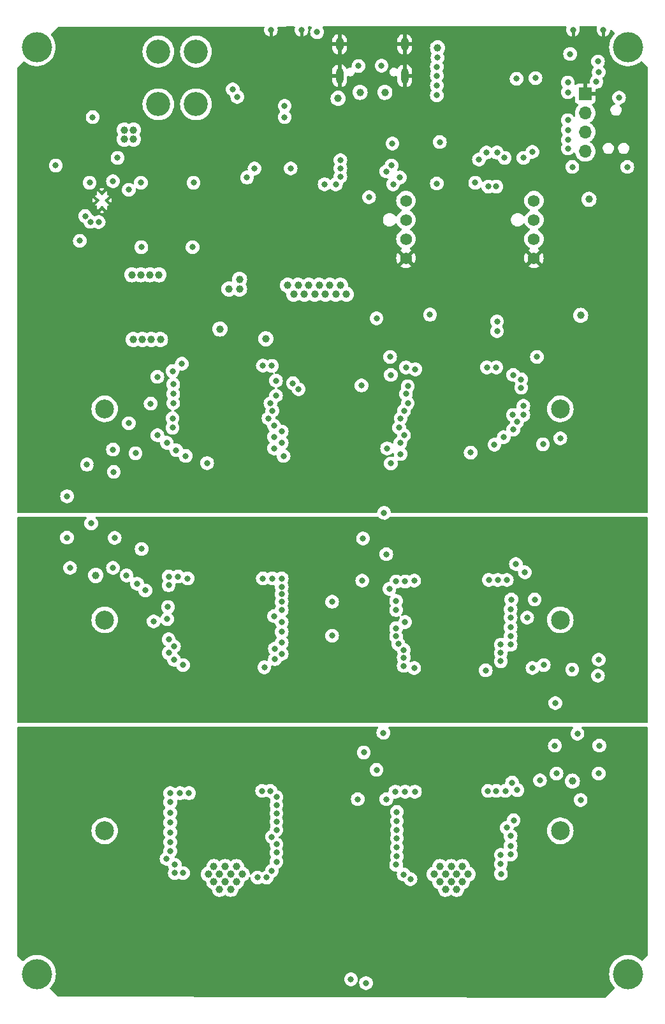
<source format=gbr>
%TF.GenerationSoftware,KiCad,Pcbnew,7.0.6-0*%
%TF.CreationDate,2023-10-22T16:37:52-04:00*%
%TF.ProjectId,bitaxeUltraHex,62697461-7865-4556-9c74-72614865782e,0.9*%
%TF.SameCoordinates,Original*%
%TF.FileFunction,Copper,L3,Inr*%
%TF.FilePolarity,Positive*%
%FSLAX46Y46*%
G04 Gerber Fmt 4.6, Leading zero omitted, Abs format (unit mm)*
G04 Created by KiCad (PCBNEW 7.0.6-0) date 2023-10-22 16:37:52*
%MOMM*%
%LPD*%
G01*
G04 APERTURE LIST*
%TA.AperFunction,ComponentPad*%
%ADD10C,2.500000*%
%TD*%
%TA.AperFunction,ComponentPad*%
%ADD11C,4.000000*%
%TD*%
%TA.AperFunction,ComponentPad*%
%ADD12C,3.200000*%
%TD*%
%TA.AperFunction,ComponentPad*%
%ADD13C,1.574800*%
%TD*%
%TA.AperFunction,ComponentPad*%
%ADD14C,0.800000*%
%TD*%
%TA.AperFunction,ComponentPad*%
%ADD15R,1.700000X1.700000*%
%TD*%
%TA.AperFunction,ComponentPad*%
%ADD16O,1.700000X1.700000*%
%TD*%
%TA.AperFunction,ComponentPad*%
%ADD17O,1.000000X2.100000*%
%TD*%
%TA.AperFunction,ComponentPad*%
%ADD18O,1.000000X1.800000*%
%TD*%
%TA.AperFunction,ComponentPad*%
%ADD19C,0.400000*%
%TD*%
%TA.AperFunction,ViaPad*%
%ADD20C,1.000000*%
%TD*%
%TA.AperFunction,ViaPad*%
%ADD21C,1.300000*%
%TD*%
%TA.AperFunction,ViaPad*%
%ADD22C,0.800000*%
%TD*%
%TA.AperFunction,Conductor*%
%ADD23C,0.400000*%
%TD*%
G04 APERTURE END LIST*
D10*
%TO.N,*%
%TO.C,H10*%
X122500000Y-153000000D03*
%TD*%
%TO.N,*%
%TO.C,H9*%
X62000000Y-153000000D03*
%TD*%
%TO.N,*%
%TO.C,H8*%
X122500000Y-125000000D03*
%TD*%
%TO.N,*%
%TO.C,H7*%
X62000000Y-125000000D03*
%TD*%
%TO.N,*%
%TO.C,H6*%
X122500000Y-97000000D03*
%TD*%
%TO.N,*%
%TO.C,H5*%
X62000000Y-97000000D03*
%TD*%
D11*
%TO.N,*%
%TO.C,H4*%
X131500000Y-172000000D03*
%TD*%
%TO.N,*%
%TO.C,H3*%
X53000000Y-172000000D03*
%TD*%
%TO.N,*%
%TO.C,H2*%
X131500000Y-49020000D03*
%TD*%
%TO.N,*%
%TO.C,H1*%
X52970000Y-49020000D03*
%TD*%
D12*
%TO.N,GND*%
%TO.C,J2*%
X62900000Y-56586000D03*
X62900000Y-49586000D03*
X57900000Y-56586000D03*
X57900000Y-49586000D03*
%TD*%
%TO.N,/Power/VIN*%
%TO.C,J1*%
X74128000Y-56586000D03*
X74128000Y-49586000D03*
X69128000Y-56586000D03*
X69128000Y-49586000D03*
%TD*%
D13*
%TO.N,GND*%
%TO.C,J6*%
X119000000Y-77000000D03*
%TO.N,/5V*%
X119000000Y-74460000D03*
%TO.N,/Fan/FAN2_TACH*%
X119000000Y-71920000D03*
%TO.N,/Fan/FAN2_PWM*%
X119000000Y-69380000D03*
%TD*%
D14*
%TO.N,GND*%
%TO.C,SW2*%
X124175000Y-46700000D03*
X128225000Y-46700000D03*
%TD*%
D13*
%TO.N,GND*%
%TO.C,J5*%
X102000000Y-77000000D03*
%TO.N,/5V*%
X102000000Y-74460000D03*
%TO.N,/Fan/FAN1_TACH*%
X102000000Y-71920000D03*
%TO.N,/Fan/FAN1_PWM*%
X102000000Y-69380000D03*
%TD*%
D14*
%TO.N,GND*%
%TO.C,SW1*%
X84075000Y-46700000D03*
X88125000Y-46700000D03*
%TD*%
D15*
%TO.N,GND*%
%TO.C,J7*%
X125800000Y-55200000D03*
D16*
%TO.N,/3V3*%
X125800000Y-57740000D03*
%TO.N,/SCL*%
X125800000Y-60280000D03*
%TO.N,/SDA*%
X125800000Y-62820000D03*
%TD*%
D17*
%TO.N,GND*%
%TO.C,J4*%
X101830000Y-52800000D03*
D18*
X101830000Y-48620000D03*
D17*
X93190000Y-52800000D03*
D18*
X93190000Y-48620000D03*
%TD*%
D19*
%TO.N,GND*%
%TO.C,U4*%
X61080000Y-69342000D03*
X61655000Y-68392000D03*
X61655000Y-70292000D03*
X62230000Y-69342000D03*
%TD*%
D20*
%TO.N,GND*%
X72000000Y-77000000D03*
X78000000Y-77000000D03*
X90600000Y-58800000D03*
D21*
X130000000Y-71300000D03*
D20*
X74404024Y-76995732D03*
X108700000Y-56900000D03*
X90600000Y-50200000D03*
X100700000Y-55000000D03*
X55300000Y-86300000D03*
X65100000Y-92700000D03*
X76800000Y-77000000D03*
X108750000Y-89250000D03*
X90600000Y-51400000D03*
X114500000Y-54100000D03*
X115100000Y-109500000D03*
X109500000Y-90250000D03*
X123700000Y-72600000D03*
X99100000Y-107300000D03*
D21*
X130000000Y-69600000D03*
D22*
X59200000Y-65200000D03*
D20*
X78000000Y-90250000D03*
X120000000Y-47900000D03*
X90600000Y-57600000D03*
X55300000Y-82300000D03*
X59400000Y-86300000D03*
X90600000Y-55200000D03*
X55300000Y-80300000D03*
X55300000Y-84300000D03*
X79500000Y-90250000D03*
X74600000Y-87900000D03*
X106500000Y-90250000D03*
D22*
X98900000Y-87100000D03*
D20*
X59400000Y-84300000D03*
X96400000Y-76000000D03*
X113600000Y-106900000D03*
D21*
X108900000Y-69200000D03*
D20*
X100700000Y-108800000D03*
D22*
X63450000Y-73750000D03*
D20*
X126200000Y-82200000D03*
X76500000Y-92250000D03*
X78750000Y-89250000D03*
X75600000Y-77000000D03*
X110250000Y-91250000D03*
X107250000Y-89250000D03*
X105750000Y-91250000D03*
X77250000Y-91250000D03*
X57300000Y-86300000D03*
X99100000Y-108800000D03*
D22*
X118800000Y-101700000D03*
X124600000Y-102000000D03*
D20*
X68400000Y-77000000D03*
X111200000Y-50900000D03*
D22*
X56000000Y-73600000D03*
X99000000Y-91400000D03*
D20*
X90600000Y-49000000D03*
D22*
X77100000Y-58400000D03*
D20*
X107250000Y-91250000D03*
X78750000Y-91250000D03*
X106500000Y-92250000D03*
X90600000Y-62800000D03*
X73200000Y-77000000D03*
X108000000Y-92250000D03*
X78000000Y-92250000D03*
X90600000Y-56400000D03*
X90600000Y-65200000D03*
X57300000Y-82300000D03*
D22*
X53600000Y-107500000D03*
D20*
X77250000Y-89250000D03*
X90600000Y-61600000D03*
X100700000Y-107300000D03*
D22*
X87400000Y-87800000D03*
D20*
X113600000Y-109500000D03*
X115100000Y-108200000D03*
X72100000Y-108400000D03*
X76500000Y-90250000D03*
X70700000Y-109800000D03*
X90600000Y-64000000D03*
X94000000Y-54700000D03*
X80250000Y-91250000D03*
X57300000Y-80300000D03*
X96400000Y-78400000D03*
X75750000Y-91250000D03*
D22*
X131400000Y-59300000D03*
D20*
X59400000Y-80300000D03*
D22*
X60900000Y-104400000D03*
D20*
X108000000Y-90250000D03*
X96400000Y-73600000D03*
X72100000Y-107000000D03*
D22*
X120000000Y-106700000D03*
X87000000Y-92300000D03*
D20*
X90600000Y-52600000D03*
X98400000Y-58100000D03*
X57300000Y-84300000D03*
D22*
X81700000Y-82100000D03*
D20*
X113600000Y-108200000D03*
D22*
X103200000Y-83300000D03*
D20*
X102200000Y-107300000D03*
X124600000Y-87200000D03*
X72100000Y-109800000D03*
X108750000Y-91250000D03*
X69600000Y-77000000D03*
X109500000Y-92250000D03*
D21*
X108900000Y-70900000D03*
D20*
X59400000Y-82300000D03*
D22*
X60200000Y-110200000D03*
D20*
X70800000Y-77000000D03*
X70700000Y-108400000D03*
X79500000Y-92250000D03*
D22*
%TO.N,/Power/VIN*%
X79000000Y-54600000D03*
D20*
%TO.N,/VDD*%
X88500000Y-81800000D03*
X108000000Y-157750000D03*
X78750000Y-158750000D03*
X108750000Y-158750000D03*
X105750000Y-158750000D03*
X109500000Y-159750000D03*
X86300000Y-80600000D03*
D22*
X63700000Y-63700000D03*
D20*
X108000000Y-159750000D03*
X93300000Y-80600000D03*
X91900000Y-80600000D03*
X76500000Y-159750000D03*
X124100000Y-146400000D03*
X107250000Y-160750000D03*
X89900000Y-81800000D03*
X78750000Y-160750000D03*
X90500000Y-80600000D03*
D22*
X124780000Y-140100000D03*
D20*
X94100000Y-81800000D03*
X78000000Y-159750000D03*
D22*
X124080000Y-131600000D03*
D20*
X109500000Y-157750000D03*
X106500000Y-159750000D03*
X76500000Y-157750000D03*
X91300000Y-81800000D03*
X106500000Y-157750000D03*
X110250000Y-158750000D03*
X108750000Y-160750000D03*
X77250000Y-160750000D03*
X87700000Y-80600000D03*
X79500000Y-159750000D03*
X75750000Y-158750000D03*
X79500000Y-157750000D03*
D22*
X123800000Y-49900000D03*
D20*
X89100000Y-80600000D03*
X78000000Y-157750000D03*
X77250000Y-158750000D03*
X107250000Y-158750000D03*
X87100000Y-81800000D03*
X92700000Y-81800000D03*
X80250000Y-158750000D03*
D22*
%TO.N,/ESP32/EN*%
X106200000Y-50400000D03*
X127500000Y-50900000D03*
X90200000Y-47000000D03*
%TO.N,/5V*%
X96200000Y-119800000D03*
X99000000Y-140000000D03*
D20*
X69400000Y-87800000D03*
D22*
X98100000Y-85000000D03*
X99400000Y-116300000D03*
X96400000Y-142600000D03*
D20*
X68200000Y-87800000D03*
D22*
X99100000Y-110800000D03*
X99900000Y-90100000D03*
X95600000Y-148800000D03*
D20*
X67000000Y-87800000D03*
D22*
X96100000Y-93900000D03*
D20*
X77300000Y-86400000D03*
X65800000Y-87800000D03*
D22*
X96300000Y-114200000D03*
X98100000Y-144900000D03*
%TO.N,/3V3*%
X97100000Y-68900000D03*
D20*
X79900000Y-81100000D03*
X93000000Y-55800000D03*
X106200000Y-49100000D03*
X78500000Y-81100000D03*
X126300000Y-69200000D03*
D22*
X130300000Y-55700000D03*
X55500000Y-64700000D03*
D20*
X83400000Y-87700000D03*
D22*
X60400000Y-58300000D03*
D20*
X125200000Y-84600000D03*
D22*
X105200000Y-84500000D03*
D20*
X79900000Y-79800000D03*
D22*
X106100000Y-67100000D03*
X58700000Y-74700000D03*
D20*
%TO.N,/Power/VIN_M*%
X64600000Y-60000000D03*
X66800000Y-79200000D03*
D22*
X79600000Y-55600000D03*
D20*
X64600000Y-61200000D03*
X65800000Y-60000000D03*
X65800000Y-61200000D03*
X65600000Y-79200000D03*
D22*
X60100000Y-72180000D03*
D20*
X68000000Y-79200000D03*
X69200000Y-79200000D03*
D22*
%TO.N,/SCL*%
X96700000Y-173200000D03*
X100100000Y-64700000D03*
X94700000Y-172700000D03*
X114100000Y-85400000D03*
X118800000Y-62900000D03*
%TO.N,/Power/OUT0*%
X60000000Y-67000000D03*
%TO.N,Net-(Q6-D)*%
X59400000Y-71410000D03*
%TO.N,Net-(U4-BOOT)*%
X65200000Y-67920000D03*
X63100000Y-66800000D03*
%TO.N,Net-(C38-Pad1)*%
X116750000Y-98750000D03*
%TO.N,/ESP32/P_TX*%
X127600000Y-52300000D03*
%TO.N,/ESP32/P_RX*%
X127300000Y-53600000D03*
%TO.N,/ESP32/IO0*%
X124100000Y-64900000D03*
X131400000Y-64900000D03*
%TO.N,/Power/PGOOD*%
X111200000Y-67000000D03*
X61200000Y-72200000D03*
X101200000Y-66300000D03*
%TO.N,/SDA*%
X80900000Y-66300000D03*
X85900000Y-56800000D03*
X81900000Y-65100000D03*
X85900000Y-58300000D03*
X114100000Y-86700000D03*
X99400000Y-65500000D03*
X117600000Y-63700000D03*
%TO.N,/BM1366-1/0V8*%
X71000000Y-92000000D03*
X102000000Y-91500000D03*
X84200000Y-91300000D03*
X114000000Y-91500000D03*
%TO.N,/BM1366-1/1V2*%
X72250000Y-91000000D03*
X122500000Y-100900000D03*
X112750000Y-91500000D03*
X83000000Y-91250000D03*
X103250000Y-91750000D03*
%TO.N,Net-(C53-Pad2)*%
X85500000Y-100000000D03*
X101750000Y-100500000D03*
%TO.N,Net-(C66-Pad2)*%
X69000000Y-100500000D03*
%TO.N,/BM1366-2/0V8*%
X71750000Y-119250000D03*
X114200000Y-119700000D03*
X84250000Y-119500000D03*
X101900000Y-119900000D03*
%TO.N,/BM1366-2/1V2*%
X83000000Y-119500000D03*
X73000000Y-119500000D03*
X113000000Y-119700000D03*
X103100000Y-119800000D03*
%TO.N,Net-(U22-RO)*%
X70400000Y-123300000D03*
%TO.N,Net-(U24-RO)*%
X115400000Y-152600000D03*
%TO.N,/NRSTI*%
X116200000Y-97800000D03*
%TO.N,/RO*%
X117600000Y-96600000D03*
%TO.N,/CI*%
X119400000Y-90100000D03*
%TO.N,/BM1366-3/0V8*%
X114000000Y-147700000D03*
X72000000Y-148000000D03*
X84000000Y-147700000D03*
X101900000Y-147800000D03*
%TO.N,/BM1366-3/1V2*%
X103200000Y-147800000D03*
X73200000Y-148000000D03*
X82900000Y-147700000D03*
X112900000Y-147700000D03*
%TO.N,Net-(C106-Pad1)*%
X115920000Y-156140000D03*
%TO.N,Net-(U24-VDD1_1)*%
X82300000Y-159200000D03*
X102600000Y-159400000D03*
%TO.N,Net-(U24-VDD2_1)*%
X83500000Y-159200000D03*
X101700000Y-158800000D03*
%TO.N,Net-(U24-MODE_1)*%
X100600000Y-147800000D03*
X84800000Y-148500000D03*
%TO.N,Net-(U24-VDD3_1)*%
X100700000Y-157500000D03*
X84200000Y-158300000D03*
%TO.N,Net-(C123-Pad2)*%
X84800000Y-157100000D03*
X100800000Y-156400000D03*
%TO.N,Net-(U27-VDD1_1)*%
X72400000Y-158600000D03*
%TO.N,Net-(U27-VDD2_1)*%
X71300000Y-158600000D03*
%TO.N,Net-(U27-VDD3_1)*%
X71300000Y-157500000D03*
%TO.N,Net-(U27-MODE_1)*%
X70700000Y-148000000D03*
%TO.N,Net-(C139-Pad2)*%
X70200000Y-156700000D03*
D20*
%TO.N,Net-(D1-Pad2)*%
X99200000Y-55000000D03*
X95900000Y-54990000D03*
D22*
%TO.N,/BM1366-1/BI1*%
X117600000Y-97800000D03*
%TO.N,Net-(Q1-G)*%
X66804999Y-66995001D03*
X73804999Y-66995001D03*
%TO.N,Net-(Q2-G)*%
X66864928Y-75535072D03*
X73664928Y-75535072D03*
%TO.N,/BM1366-1/TEMP_P1_1*%
X117300000Y-94200000D03*
%TO.N,/ESP32/TFT_BLK*%
X86700000Y-65100000D03*
X100300000Y-67200000D03*
%TO.N,/BM1366-1/TEMP_N1_1*%
X117300000Y-93100000D03*
%TO.N,/BM1366-1/TEMP_P2_1*%
X87750000Y-94400000D03*
%TO.N,/BM1366-1/TEMP_N2_1*%
X87000000Y-93600000D03*
%TO.N,/BM1366-2/TEMP_P1_2*%
X117800000Y-118700000D03*
%TO.N,/BM1366-2/TEMP_N1_2*%
X116600000Y-117600000D03*
%TO.N,/BM1366-2/TEMP_P2_2*%
X85500000Y-121600000D03*
%TO.N,/BM1366-2/TEMP_N2_2*%
X85500000Y-120600000D03*
%TO.N,/BM1366-3/TEMP_P1_3*%
X116800000Y-147600000D03*
%TO.N,/BM1366-3/TEMP_N1_3*%
X116100000Y-146600000D03*
%TO.N,/BM1366-3/TEMP_P2_3*%
X84800000Y-150700000D03*
%TO.N,/BM1366-3/TEMP_N2_3*%
X84800000Y-149600000D03*
%TO.N,/BM1366-3/NRSTO3*%
X70700000Y-155700000D03*
%TO.N,/ESP32/TFT_RES*%
X106100000Y-51600000D03*
X93300000Y-64000000D03*
%TO.N,/ESP32/TFT_SDA*%
X106100000Y-52800000D03*
X93300000Y-65100000D03*
%TO.N,/ESP32/TFT_SCL*%
X93300000Y-66200000D03*
X106100000Y-54100000D03*
%TO.N,/ESP32/TFT_CS*%
X106100000Y-55400000D03*
X92700000Y-67200000D03*
%TO.N,/ESP32/TFT_DC*%
X100200000Y-61800000D03*
X91200000Y-67200000D03*
%TO.N,Net-(U27-RO)*%
X84200000Y-153800000D03*
%TO.N,Net-(U27-BI)*%
X84800000Y-154800000D03*
%TO.N,Net-(U27-CLKI)*%
X84800000Y-152900000D03*
%TO.N,Net-(U27-NRSTI)*%
X84800000Y-155900000D03*
%TO.N,Net-(U27-CI)*%
X84800000Y-151800000D03*
%TO.N,Net-(U27-NC)*%
X70700000Y-149200000D03*
%TO.N,/BM1366-3/BO3*%
X70700000Y-154500000D03*
D20*
%TO.N,/BM1366-1/VDD1*%
X77000000Y-115600000D03*
X106300000Y-115800000D03*
X115100000Y-136800000D03*
X78400000Y-116900000D03*
D22*
X99000000Y-112100000D03*
X125400000Y-131600000D03*
D20*
X113600000Y-134200000D03*
X113600000Y-136800000D03*
X78400000Y-115600000D03*
X79800000Y-115600000D03*
X79800000Y-116900000D03*
X71400000Y-137800000D03*
X100800000Y-136800000D03*
X102300000Y-135300000D03*
D22*
X75600000Y-104200000D03*
D20*
X71400000Y-136400000D03*
D22*
X68000000Y-116400000D03*
D20*
X107600000Y-117100000D03*
X70000000Y-137800000D03*
D22*
X110600000Y-102800000D03*
D20*
X100800000Y-135300000D03*
X70000000Y-136400000D03*
D22*
X130600000Y-135100000D03*
D20*
X71400000Y-135000000D03*
X107600000Y-115800000D03*
D22*
X100000000Y-104250000D03*
D20*
X115100000Y-135500000D03*
X99200000Y-136800000D03*
X99200000Y-135300000D03*
D22*
X86700000Y-118000000D03*
X87900000Y-114100000D03*
X98600000Y-117300000D03*
D20*
X113600000Y-135500000D03*
X108900000Y-115800000D03*
X106300000Y-117100000D03*
D22*
X85750000Y-103250000D03*
X124780000Y-137600000D03*
D20*
%TO.N,/BM1366-2/VDD2*%
X68900000Y-166200000D03*
X70300000Y-167600000D03*
D22*
X98200000Y-141000000D03*
X72400000Y-131000000D03*
D20*
X99600000Y-167700000D03*
D22*
X103100000Y-131400000D03*
X86900000Y-146400000D03*
D20*
X68900000Y-167600000D03*
X107400000Y-144900000D03*
X106000000Y-144900000D03*
X114800000Y-167300000D03*
X101100000Y-167700000D03*
X60800000Y-119100000D03*
X107400000Y-143600000D03*
X99600000Y-169000000D03*
X77000000Y-143700000D03*
X101100000Y-169000000D03*
X79800000Y-143700000D03*
X108700000Y-143600000D03*
D22*
X112600000Y-131700000D03*
D20*
X114800000Y-164700000D03*
D22*
X60200000Y-112200000D03*
X87700000Y-142600000D03*
D20*
X106000000Y-143600000D03*
X70300000Y-166200000D03*
X102500000Y-168300000D03*
D22*
X98080000Y-146280000D03*
D20*
X78400000Y-145000000D03*
D22*
X83200000Y-131300000D03*
D20*
X79800000Y-145000000D03*
X70300000Y-164700000D03*
X78400000Y-143700000D03*
D22*
X59651900Y-104400000D03*
D20*
X114800000Y-166000000D03*
X116300000Y-167300000D03*
X116300000Y-166000000D03*
D22*
%TO.N,/BM1366-3/RI3*%
X70700000Y-153200000D03*
%TO.N,/BM1366-3/CLKO3*%
X70700000Y-151900000D03*
%TO.N,/BM1366-3/CO3*%
X70700000Y-150600000D03*
%TO.N,/BM1366-1/CLKI1*%
X120200000Y-101700000D03*
%TO.N,/BM1366-2/NRSTI2*%
X56990000Y-114090000D03*
X66300000Y-120200000D03*
%TO.N,/BM1366-2/BI2*%
X67400000Y-121100000D03*
X57000000Y-108600000D03*
%TO.N,/BM1366-2/RO2*%
X63200000Y-105377500D03*
X64900000Y-119100000D03*
%TO.N,/BM1366-2/CI2*%
X63320000Y-114120000D03*
X68500000Y-125200000D03*
%TO.N,/BM1366-3/NRSTI3*%
X115900000Y-155000000D03*
X121780000Y-141700000D03*
%TO.N,/BM1366-3/BI3*%
X121842500Y-136037500D03*
X115900000Y-153700000D03*
%TO.N,/BM1366-3/RO3*%
X127500000Y-132400000D03*
X125200000Y-148900000D03*
%TO.N,/BM1366-3/CI3*%
X127680000Y-141700000D03*
%TO.N,/BM1366-1/NRSTO*%
X63100000Y-102400000D03*
X57400000Y-118100000D03*
%TO.N,/BM1366-1/CO*%
X65200000Y-98900000D03*
X63100000Y-118100000D03*
%TO.N,/BM1366-1/RI*%
X66100000Y-102900000D03*
%TO.N,/BM1366-2/RI*%
X127600000Y-130300000D03*
X118100000Y-124700000D03*
X115900000Y-124700000D03*
%TO.N,/BM1366-2/NRSTO*%
X119100000Y-122300000D03*
X122000000Y-145400000D03*
%TO.N,/BM1366-2/CO*%
X127600000Y-145400000D03*
X118800000Y-131400000D03*
%TO.N,/ESP32/ASIC_RST*%
X115100000Y-63700000D03*
%TO.N,/ESP32/ESP32_TX*%
X114100000Y-63000000D03*
%TO.N,/ESP32/ESP32_RX*%
X112700000Y-63000000D03*
%TO.N,Net-(U9-SPIIO6{slash}GPIO35{slash}FSPID{slash}SUBSPID)*%
X123500000Y-62448100D03*
%TO.N,Net-(U9-SPIIO7{slash}GPIO36{slash}FSPICLK{slash}SUBSPICLK)*%
X123500000Y-61300000D03*
%TO.N,Net-(U9-SPIDQS{slash}GPIO37{slash}FSPIQ{slash}SUBSPIQ)*%
X123500000Y-60000000D03*
%TO.N,Net-(U9-GPIO38{slash}FSPIWP{slash}SUBSPIWP)*%
X123500000Y-58700000D03*
%TO.N,Net-(U9-MTCK{slash}GPIO39{slash}CLK_OUT3{slash}SUBSPICS1)*%
X123500000Y-55000000D03*
%TO.N,Net-(U9-GPIO12{slash}TOUCH12{slash}ADC2_CH1{slash}FSPICLK{slash}FSPIIO6{slash}SUBSPICLK)*%
X112940000Y-67500000D03*
%TO.N,Net-(U9-GPIO13{slash}TOUCH13{slash}ADC2_CH2{slash}FSPIQ{slash}FSPIIO7{slash}SUBSPIQ)*%
X114000000Y-67500000D03*
%TO.N,Net-(U9-GPIO14{slash}TOUCH14{slash}ADC2_CH3{slash}FSPIWP{slash}FSPIDQS{slash}SUBSPIWP)*%
X111700000Y-63900000D03*
%TO.N,Net-(U9-\u002AGPIO46)*%
X106500000Y-61600000D03*
%TO.N,Net-(U24-VDD3_0)*%
X114600000Y-156200000D03*
%TO.N,Net-(U24-VDD2_0)*%
X114600000Y-157400000D03*
%TO.N,Net-(U24-VDD1_0)*%
X114620000Y-158700000D03*
%TO.N,Net-(U24-RI)*%
X100800000Y-152900000D03*
%TO.N,Net-(U24-NRSTO)*%
X100800000Y-155200000D03*
%TO.N,Net-(U24-NC)*%
X99400000Y-148800000D03*
%TO.N,Net-(U24-MODEO)*%
X115200000Y-147700000D03*
%TO.N,Net-(U24-CO)*%
X100800000Y-150500000D03*
%TO.N,Net-(U24-CLKO)*%
X100800000Y-151700000D03*
%TO.N,Net-(U24-BO)*%
X100800000Y-154000000D03*
%TO.N,Net-(U22-VDD4_1)*%
X70500000Y-127600000D03*
%TO.N,Net-(U22-VDD3_1)*%
X71200000Y-128500000D03*
%TO.N,Net-(U22-VDD2_1)*%
X70500000Y-129400000D03*
%TO.N,Net-(U22-VDD1_1)*%
X71200000Y-130300000D03*
%TO.N,Net-(U22-RI)*%
X84500000Y-124500000D03*
%TO.N,Net-(U22-NRSTO)*%
X85500000Y-122600000D03*
%TO.N,Net-(U22-MODE_1)*%
X70500000Y-119250000D03*
%TO.N,Net-(U22-MODE_0)*%
X70500000Y-120400000D03*
%TO.N,Net-(U22-CO)*%
X85500000Y-126600000D03*
%TO.N,Net-(U22-CLKO)*%
X85500000Y-125300000D03*
%TO.N,Net-(U22-BO)*%
X85500000Y-123700000D03*
%TO.N,Net-(U19-VDD4_1)*%
X101000000Y-128200000D03*
X85500000Y-128020000D03*
%TO.N,Net-(U19-VDD4_0)*%
X115900000Y-128300000D03*
%TO.N,Net-(U19-VDD3_1)*%
X84600000Y-128820000D03*
X101700000Y-129000000D03*
%TO.N,Net-(U19-VDD3_0)*%
X114600000Y-128300000D03*
%TO.N,Net-(U19-VDD2_1)*%
X101700000Y-130000000D03*
X85500000Y-129520000D03*
%TO.N,Net-(U19-VDD2_0)*%
X114600000Y-129400000D03*
%TO.N,Net-(U19-VDD1_1)*%
X101700000Y-131100000D03*
X84600000Y-130220000D03*
%TO.N,Net-(U19-VDD1_0)*%
X114600000Y-130500000D03*
%TO.N,Net-(U19-RO)*%
X101900000Y-125300000D03*
%TO.N,Net-(U19-NRSTO)*%
X116000000Y-122300000D03*
%TO.N,Net-(U19-NRSTI)*%
X100700000Y-122500000D03*
X92200000Y-122600000D03*
X92200000Y-127100000D03*
%TO.N,Net-(U19-MODE_1)*%
X85500000Y-119500000D03*
X100700000Y-119900000D03*
%TO.N,Net-(U19-MODE_0)*%
X99800000Y-120900000D03*
%TO.N,Net-(U19-MODEO)*%
X115400000Y-119700000D03*
%TO.N,Net-(U19-CO)*%
X115910000Y-127200000D03*
%TO.N,Net-(U19-CLKO)*%
X115910000Y-126000000D03*
%TO.N,Net-(U19-CLKI)*%
X100700000Y-126100000D03*
%TO.N,Net-(U19-CI)*%
X100700000Y-127200000D03*
%TO.N,Net-(U19-BO)*%
X115910000Y-123600000D03*
%TO.N,Net-(U19-BI)*%
X100700000Y-123700000D03*
%TO.N,Net-(U16-VDD3_1)*%
X70250000Y-101500000D03*
%TO.N,Net-(U16-VDD2_1)*%
X71500000Y-102500000D03*
%TO.N,Net-(U16-VDD1_1)*%
X72750000Y-103250000D03*
%TO.N,Net-(U16-RO)*%
X84250000Y-97250000D03*
%TO.N,Net-(U16-NRSTO)*%
X71000000Y-99500000D03*
%TO.N,Net-(U16-NRSTI)*%
X84471979Y-99207969D03*
%TO.N,Net-(U16-NC)*%
X71100000Y-93750000D03*
%TO.N,Net-(U16-MODE_1)*%
X69000000Y-92750000D03*
%TO.N,Net-(U16-CO)*%
X71100000Y-95000000D03*
%TO.N,Net-(U16-CLKO)*%
X71100000Y-96250000D03*
%TO.N,Net-(U16-CLKI)*%
X84000000Y-96250000D03*
%TO.N,Net-(U16-CI)*%
X84750000Y-95250000D03*
%TO.N,Net-(U16-BO)*%
X71000000Y-98250000D03*
%TO.N,Net-(U16-BI)*%
X83750000Y-98250000D03*
%TO.N,Net-(U13-VDD3_1)*%
X84471979Y-100707969D03*
X101250000Y-101500000D03*
%TO.N,Net-(U13-VDD3_0)*%
X116250000Y-99750000D03*
%TO.N,Net-(U13-VDD2_1)*%
X99500000Y-102250000D03*
X85500000Y-101500000D03*
%TO.N,Net-(U13-VDD2_0)*%
X115000000Y-100750000D03*
%TO.N,Net-(U13-VDD1_1)*%
X101300000Y-103000000D03*
X84500000Y-102250000D03*
%TO.N,Net-(U13-VDD1_0)*%
X113750000Y-101750000D03*
%TO.N,Net-(U13-RI)*%
X101750000Y-97250000D03*
%TO.N,Net-(U13-NRSTO)*%
X101100000Y-99500000D03*
%TO.N,Net-(U13-NC)*%
X102250000Y-94000000D03*
%TO.N,Net-(U13-MODE_1)*%
X84750000Y-93250000D03*
X100000000Y-92500000D03*
%TO.N,Net-(U13-MODEO)*%
X116250000Y-92500000D03*
%TO.N,Net-(U13-CO)*%
X102000000Y-95000000D03*
%TO.N,Net-(U13-CLKO)*%
X102250000Y-96250000D03*
%TO.N,Net-(U13-BO)*%
X101300000Y-98250000D03*
%TO.N,Net-(J4-CC2)*%
X95700000Y-51500000D03*
%TO.N,Net-(J4-CC1)*%
X98760000Y-51460000D03*
%TO.N,/BM1366-2/CLKI1*%
X70300000Y-124900000D03*
X68100000Y-96300000D03*
X66900000Y-115600000D03*
%TO.N,/BM1366-3/CLKI1*%
X120300000Y-131000000D03*
X116300000Y-151600000D03*
X119800000Y-146300000D03*
%TO.N,Net-(U9-MTDO{slash}GPIO40{slash}CLK_OUT2)*%
X116700000Y-53200000D03*
%TO.N,Net-(U9-MTDI{slash}GPIO41{slash}CLK_OUT1)*%
X119200000Y-53100000D03*
%TO.N,Net-(U9-MTMS{slash}GPIO42)*%
X123500000Y-53700000D03*
%TD*%
D23*
%TO.N,GND*%
X84100000Y-48200000D02*
X84075000Y-48175000D01*
X88125000Y-48075000D02*
X88100000Y-48100000D01*
X84075000Y-46700000D02*
X84075000Y-48175000D01*
X128225000Y-46700000D02*
X128225000Y-47975000D01*
X88125000Y-46700000D02*
X88125000Y-48075000D01*
X128225000Y-47975000D02*
X128200000Y-48000000D01*
X124175000Y-46700000D02*
X124175000Y-47875000D01*
%TD*%
%TA.AperFunction,Conductor*%
%TO.N,GND*%
G36*
X127328272Y-46221700D02*
G01*
X127374099Y-46274441D01*
X127384137Y-46343586D01*
X127379306Y-46364425D01*
X127331950Y-46510172D01*
X127311998Y-46700000D01*
X127331950Y-46889827D01*
X127390928Y-47071345D01*
X127390931Y-47071351D01*
X127486364Y-47236647D01*
X127486369Y-47236654D01*
X127614081Y-47378492D01*
X127614083Y-47378494D01*
X127768494Y-47490680D01*
X127768499Y-47490683D01*
X127942861Y-47568315D01*
X127942869Y-47568317D01*
X128129564Y-47607999D01*
X128129565Y-47608000D01*
X128320435Y-47608000D01*
X128320435Y-47607999D01*
X128507130Y-47568317D01*
X128507138Y-47568315D01*
X128681500Y-47490683D01*
X128681505Y-47490680D01*
X128835916Y-47378494D01*
X128835918Y-47378492D01*
X128963630Y-47236654D01*
X128963635Y-47236647D01*
X129059068Y-47071351D01*
X129059071Y-47071345D01*
X129118049Y-46889827D01*
X129125271Y-46821120D01*
X129151855Y-46756505D01*
X129209152Y-46716520D01*
X129278971Y-46713860D01*
X129337089Y-46747223D01*
X129688922Y-47105694D01*
X129721832Y-47167327D01*
X129716197Y-47236969D01*
X129685311Y-47282942D01*
X129667769Y-47299415D01*
X129667767Y-47299418D01*
X129471270Y-47536942D01*
X129466561Y-47542634D01*
X129297442Y-47809123D01*
X129297436Y-47809134D01*
X129163046Y-48094727D01*
X129163044Y-48094732D01*
X129110190Y-48257401D01*
X129065505Y-48394928D01*
X129047770Y-48487897D01*
X129006357Y-48704987D01*
X128986540Y-49019994D01*
X128986540Y-49020005D01*
X129006357Y-49335012D01*
X129021881Y-49416391D01*
X129065505Y-49645072D01*
X129086625Y-49710072D01*
X129163044Y-49945267D01*
X129163046Y-49945272D01*
X129297436Y-50230865D01*
X129297442Y-50230876D01*
X129466561Y-50497365D01*
X129466563Y-50497368D01*
X129466568Y-50497375D01*
X129641543Y-50708883D01*
X129667772Y-50740588D01*
X129897858Y-50956652D01*
X129897868Y-50956660D01*
X130153209Y-51142176D01*
X130153214Y-51142178D01*
X130153221Y-51142184D01*
X130429821Y-51294247D01*
X130429826Y-51294249D01*
X130429828Y-51294250D01*
X130429829Y-51294251D01*
X130723294Y-51410442D01*
X130723297Y-51410443D01*
X130925981Y-51462483D01*
X131029025Y-51488940D01*
X131077890Y-51495113D01*
X131342167Y-51528499D01*
X131342176Y-51528499D01*
X131342179Y-51528500D01*
X131342181Y-51528500D01*
X131657819Y-51528500D01*
X131657821Y-51528500D01*
X131657824Y-51528499D01*
X131657832Y-51528499D01*
X131844692Y-51504892D01*
X131970975Y-51488940D01*
X132276702Y-51410443D01*
X132276705Y-51410442D01*
X132570170Y-51294251D01*
X132570171Y-51294250D01*
X132570169Y-51294250D01*
X132570179Y-51294247D01*
X132846779Y-51142184D01*
X132918699Y-51089931D01*
X133102132Y-50956660D01*
X133102132Y-50956659D01*
X133102140Y-50956654D01*
X133204405Y-50860620D01*
X133266746Y-50829080D01*
X133336247Y-50836251D01*
X133377782Y-50864155D01*
X134022923Y-51521469D01*
X134064507Y-51563837D01*
X134097417Y-51625470D01*
X134100010Y-51650670D01*
X134107259Y-87412191D01*
X134111862Y-110121135D01*
X134111975Y-110675975D01*
X134092304Y-110743018D01*
X134039509Y-110788784D01*
X133987975Y-110800000D01*
X100125154Y-110800000D01*
X100058115Y-110780315D01*
X100012360Y-110727511D01*
X100001833Y-110688965D01*
X99993542Y-110610072D01*
X99934527Y-110428444D01*
X99839040Y-110263056D01*
X99711253Y-110121134D01*
X99556752Y-110008882D01*
X99382288Y-109931206D01*
X99382286Y-109931205D01*
X99195487Y-109891500D01*
X99004513Y-109891500D01*
X98817714Y-109931205D01*
X98643246Y-110008883D01*
X98488745Y-110121135D01*
X98360959Y-110263057D01*
X98265473Y-110428443D01*
X98265470Y-110428450D01*
X98206459Y-110610068D01*
X98206458Y-110610072D01*
X98198166Y-110688963D01*
X98171582Y-110753576D01*
X98114285Y-110793561D01*
X98074846Y-110800000D01*
X50524000Y-110800000D01*
X50456961Y-110780315D01*
X50411206Y-110727511D01*
X50400000Y-110676000D01*
X50400000Y-108600000D01*
X56086496Y-108600000D01*
X56106458Y-108789928D01*
X56106459Y-108789931D01*
X56165470Y-108971549D01*
X56165473Y-108971556D01*
X56260960Y-109136944D01*
X56388747Y-109278866D01*
X56543248Y-109391118D01*
X56717712Y-109468794D01*
X56904513Y-109508500D01*
X57095487Y-109508500D01*
X57282288Y-109468794D01*
X57456752Y-109391118D01*
X57611253Y-109278866D01*
X57739040Y-109136944D01*
X57834527Y-108971556D01*
X57893542Y-108789928D01*
X57913504Y-108600000D01*
X57893542Y-108410072D01*
X57834527Y-108228444D01*
X57739040Y-108063056D01*
X57611253Y-107921134D01*
X57456752Y-107808882D01*
X57282288Y-107731206D01*
X57282286Y-107731205D01*
X57095487Y-107691500D01*
X56904513Y-107691500D01*
X56717714Y-107731205D01*
X56543246Y-107808883D01*
X56388745Y-107921135D01*
X56260959Y-108063057D01*
X56165473Y-108228443D01*
X56165470Y-108228450D01*
X56106459Y-108410068D01*
X56106458Y-108410072D01*
X56086496Y-108600000D01*
X50400000Y-108600000D01*
X50400000Y-105377500D01*
X62286496Y-105377500D01*
X62306458Y-105567428D01*
X62306459Y-105567431D01*
X62365470Y-105749049D01*
X62365473Y-105749056D01*
X62460960Y-105914444D01*
X62588747Y-106056366D01*
X62743248Y-106168618D01*
X62917712Y-106246294D01*
X63104513Y-106286000D01*
X63295487Y-106286000D01*
X63482288Y-106246294D01*
X63656752Y-106168618D01*
X63811253Y-106056366D01*
X63939040Y-105914444D01*
X64034527Y-105749056D01*
X64093542Y-105567428D01*
X64113504Y-105377500D01*
X64093542Y-105187572D01*
X64034527Y-105005944D01*
X63939040Y-104840556D01*
X63811253Y-104698634D01*
X63656752Y-104586382D01*
X63482288Y-104508706D01*
X63482286Y-104508705D01*
X63295487Y-104469000D01*
X63104513Y-104469000D01*
X62917714Y-104508705D01*
X62743246Y-104586383D01*
X62588745Y-104698635D01*
X62460959Y-104840557D01*
X62365473Y-105005943D01*
X62365470Y-105005950D01*
X62315904Y-105158500D01*
X62306458Y-105187572D01*
X62286496Y-105377500D01*
X50400000Y-105377500D01*
X50400000Y-104400000D01*
X58738396Y-104400000D01*
X58758358Y-104589928D01*
X58758359Y-104589931D01*
X58817370Y-104771549D01*
X58817373Y-104771556D01*
X58912860Y-104936944D01*
X59040647Y-105078866D01*
X59195148Y-105191118D01*
X59369612Y-105268794D01*
X59556413Y-105308500D01*
X59747387Y-105308500D01*
X59934188Y-105268794D01*
X60108652Y-105191118D01*
X60263153Y-105078866D01*
X60390940Y-104936944D01*
X60486427Y-104771556D01*
X60545442Y-104589928D01*
X60565404Y-104400000D01*
X60545442Y-104210072D01*
X60542169Y-104200000D01*
X74686496Y-104200000D01*
X74706458Y-104389928D01*
X74706459Y-104389931D01*
X74765470Y-104571549D01*
X74765473Y-104571556D01*
X74860960Y-104736944D01*
X74988747Y-104878866D01*
X75143248Y-104991118D01*
X75317712Y-105068794D01*
X75504513Y-105108500D01*
X75695487Y-105108500D01*
X75882288Y-105068794D01*
X76056752Y-104991118D01*
X76211253Y-104878866D01*
X76339040Y-104736944D01*
X76434527Y-104571556D01*
X76493542Y-104389928D01*
X76513504Y-104200000D01*
X76493542Y-104010072D01*
X76434527Y-103828444D01*
X76339040Y-103663056D01*
X76211253Y-103521134D01*
X76056752Y-103408882D01*
X75882288Y-103331206D01*
X75882286Y-103331205D01*
X75695487Y-103291500D01*
X75504513Y-103291500D01*
X75317714Y-103331205D01*
X75143246Y-103408883D01*
X74988745Y-103521135D01*
X74860959Y-103663057D01*
X74765473Y-103828443D01*
X74765470Y-103828450D01*
X74706459Y-104010068D01*
X74706458Y-104010072D01*
X74686496Y-104200000D01*
X60542169Y-104200000D01*
X60486427Y-104028444D01*
X60390940Y-103863056D01*
X60263153Y-103721134D01*
X60108652Y-103608882D01*
X59934188Y-103531206D01*
X59934186Y-103531205D01*
X59747387Y-103491500D01*
X59556413Y-103491500D01*
X59369614Y-103531205D01*
X59195146Y-103608883D01*
X59040645Y-103721135D01*
X58912859Y-103863057D01*
X58817373Y-104028443D01*
X58817370Y-104028450D01*
X58758359Y-104210068D01*
X58758358Y-104210072D01*
X58738396Y-104400000D01*
X50400000Y-104400000D01*
X50400000Y-102400000D01*
X62186496Y-102400000D01*
X62206458Y-102589928D01*
X62206459Y-102589931D01*
X62265470Y-102771549D01*
X62265473Y-102771556D01*
X62360960Y-102936944D01*
X62488747Y-103078866D01*
X62643248Y-103191118D01*
X62817712Y-103268794D01*
X63004513Y-103308500D01*
X63195487Y-103308500D01*
X63382288Y-103268794D01*
X63556752Y-103191118D01*
X63711253Y-103078866D01*
X63839040Y-102936944D01*
X63860370Y-102900000D01*
X65186496Y-102900000D01*
X65206458Y-103089928D01*
X65206459Y-103089931D01*
X65265470Y-103271549D01*
X65265473Y-103271556D01*
X65360960Y-103436944D01*
X65488747Y-103578866D01*
X65643248Y-103691118D01*
X65817712Y-103768794D01*
X66004513Y-103808500D01*
X66195487Y-103808500D01*
X66382288Y-103768794D01*
X66556752Y-103691118D01*
X66711253Y-103578866D01*
X66839040Y-103436944D01*
X66934527Y-103271556D01*
X66993542Y-103089928D01*
X67013504Y-102900000D01*
X66993542Y-102710072D01*
X66934527Y-102528444D01*
X66839040Y-102363056D01*
X66711253Y-102221134D01*
X66556752Y-102108882D01*
X66382288Y-102031206D01*
X66382286Y-102031205D01*
X66195487Y-101991500D01*
X66004513Y-101991500D01*
X65817714Y-102031205D01*
X65643246Y-102108883D01*
X65488745Y-102221135D01*
X65360959Y-102363057D01*
X65265473Y-102528443D01*
X65265470Y-102528450D01*
X65213003Y-102689928D01*
X65206458Y-102710072D01*
X65186496Y-102900000D01*
X63860370Y-102900000D01*
X63934527Y-102771556D01*
X63993542Y-102589928D01*
X64013504Y-102400000D01*
X63993542Y-102210072D01*
X63934527Y-102028444D01*
X63839040Y-101863056D01*
X63711253Y-101721134D01*
X63556752Y-101608882D01*
X63382288Y-101531206D01*
X63382286Y-101531205D01*
X63195487Y-101491500D01*
X63004513Y-101491500D01*
X62817714Y-101531205D01*
X62795449Y-101541118D01*
X62681227Y-101591973D01*
X62643246Y-101608883D01*
X62488745Y-101721135D01*
X62360959Y-101863057D01*
X62265473Y-102028443D01*
X62265470Y-102028450D01*
X62210082Y-102198918D01*
X62206458Y-102210072D01*
X62186496Y-102400000D01*
X50400000Y-102400000D01*
X50400000Y-100500000D01*
X68086496Y-100500000D01*
X68106458Y-100689928D01*
X68106459Y-100689931D01*
X68165470Y-100871549D01*
X68165473Y-100871556D01*
X68260960Y-101036944D01*
X68308667Y-101089928D01*
X68374512Y-101163057D01*
X68388747Y-101178866D01*
X68543248Y-101291118D01*
X68717712Y-101368794D01*
X68904513Y-101408500D01*
X69095486Y-101408500D01*
X69095487Y-101408500D01*
X69187117Y-101389023D01*
X69256781Y-101394338D01*
X69312515Y-101436475D01*
X69336217Y-101497351D01*
X69343973Y-101571136D01*
X69356458Y-101689928D01*
X69356459Y-101689931D01*
X69415470Y-101871549D01*
X69415473Y-101871556D01*
X69510960Y-102036944D01*
X69638747Y-102178866D01*
X69793248Y-102291118D01*
X69967712Y-102368794D01*
X70154513Y-102408500D01*
X70345486Y-102408500D01*
X70345487Y-102408500D01*
X70437117Y-102389023D01*
X70506781Y-102394338D01*
X70562515Y-102436475D01*
X70586217Y-102497351D01*
X70595519Y-102585850D01*
X70606458Y-102689928D01*
X70606459Y-102689931D01*
X70665470Y-102871549D01*
X70665473Y-102871556D01*
X70760960Y-103036944D01*
X70888747Y-103178866D01*
X71043248Y-103291118D01*
X71217712Y-103368794D01*
X71404513Y-103408500D01*
X71595487Y-103408500D01*
X71720836Y-103381856D01*
X71790503Y-103387172D01*
X71846237Y-103429309D01*
X71864548Y-103464827D01*
X71915471Y-103621552D01*
X71915473Y-103621556D01*
X72010960Y-103786944D01*
X72138747Y-103928866D01*
X72293248Y-104041118D01*
X72467712Y-104118794D01*
X72654513Y-104158500D01*
X72845487Y-104158500D01*
X73032288Y-104118794D01*
X73206752Y-104041118D01*
X73361253Y-103928866D01*
X73489040Y-103786944D01*
X73584527Y-103621556D01*
X73643542Y-103439928D01*
X73663504Y-103250000D01*
X73643542Y-103060072D01*
X73584527Y-102878444D01*
X73489040Y-102713056D01*
X73361253Y-102571134D01*
X73206752Y-102458882D01*
X73032288Y-102381206D01*
X73032286Y-102381205D01*
X72845487Y-102341500D01*
X72654513Y-102341500D01*
X72529163Y-102368144D01*
X72459496Y-102362828D01*
X72403762Y-102320691D01*
X72385451Y-102285172D01*
X72379924Y-102268163D01*
X72334527Y-102128444D01*
X72239040Y-101963056D01*
X72111253Y-101821134D01*
X71956752Y-101708882D01*
X71782288Y-101631206D01*
X71782286Y-101631205D01*
X71595487Y-101591500D01*
X71404513Y-101591500D01*
X71404512Y-101591500D01*
X71312882Y-101610976D01*
X71243215Y-101605660D01*
X71187482Y-101563523D01*
X71163781Y-101502647D01*
X71163503Y-101500005D01*
X71163504Y-101500000D01*
X71143542Y-101310072D01*
X71084527Y-101128444D01*
X70989040Y-100963056D01*
X70861253Y-100821134D01*
X70706752Y-100708882D01*
X70532288Y-100631206D01*
X70532286Y-100631205D01*
X70345487Y-100591500D01*
X70154513Y-100591500D01*
X70154512Y-100591500D01*
X70062882Y-100610976D01*
X69993215Y-100605660D01*
X69937482Y-100563523D01*
X69913781Y-100502647D01*
X69913503Y-100500005D01*
X69913504Y-100500000D01*
X69893542Y-100310072D01*
X69834527Y-100128444D01*
X69739040Y-99963056D01*
X69611253Y-99821134D01*
X69456752Y-99708882D01*
X69282288Y-99631206D01*
X69282286Y-99631205D01*
X69095487Y-99591500D01*
X68904513Y-99591500D01*
X68717714Y-99631205D01*
X68543246Y-99708883D01*
X68388745Y-99821135D01*
X68260959Y-99963057D01*
X68165473Y-100128443D01*
X68165470Y-100128450D01*
X68106459Y-100310068D01*
X68106458Y-100310072D01*
X68086496Y-100500000D01*
X50400000Y-100500000D01*
X50400000Y-98900000D01*
X64286496Y-98900000D01*
X64306458Y-99089928D01*
X64306459Y-99089931D01*
X64365470Y-99271549D01*
X64365473Y-99271556D01*
X64460960Y-99436944D01*
X64517735Y-99499999D01*
X64579728Y-99568850D01*
X64588747Y-99578866D01*
X64743248Y-99691118D01*
X64917712Y-99768794D01*
X65104513Y-99808500D01*
X65295487Y-99808500D01*
X65482288Y-99768794D01*
X65656752Y-99691118D01*
X65811253Y-99578866D01*
X65882264Y-99500000D01*
X70086496Y-99500000D01*
X70106458Y-99689928D01*
X70106459Y-99689931D01*
X70165470Y-99871549D01*
X70165473Y-99871556D01*
X70260960Y-100036944D01*
X70388747Y-100178866D01*
X70543248Y-100291118D01*
X70717712Y-100368794D01*
X70904513Y-100408500D01*
X71095487Y-100408500D01*
X71282288Y-100368794D01*
X71456752Y-100291118D01*
X71611253Y-100178866D01*
X71739040Y-100036944D01*
X71834527Y-99871556D01*
X71893542Y-99689928D01*
X71913504Y-99500000D01*
X71893542Y-99310072D01*
X71834527Y-99128444D01*
X71739040Y-98963056D01*
X71734461Y-98957971D01*
X71704233Y-98894983D01*
X71712857Y-98825647D01*
X71734460Y-98792030D01*
X71739040Y-98786944D01*
X71834527Y-98621556D01*
X71893542Y-98439928D01*
X71913504Y-98250000D01*
X71893542Y-98060072D01*
X71834527Y-97878444D01*
X71739040Y-97713056D01*
X71611253Y-97571134D01*
X71456752Y-97458882D01*
X71282288Y-97381206D01*
X71282286Y-97381205D01*
X71282285Y-97381205D01*
X71276108Y-97379198D01*
X71276776Y-97377139D01*
X71224137Y-97348707D01*
X71190373Y-97287537D01*
X71195040Y-97217824D01*
X71236656Y-97161700D01*
X71285631Y-97139339D01*
X71382288Y-97118794D01*
X71556752Y-97041118D01*
X71711253Y-96928866D01*
X71839040Y-96786944D01*
X71934527Y-96621556D01*
X71993542Y-96439928D01*
X72013504Y-96250000D01*
X71993542Y-96060072D01*
X71934527Y-95878444D01*
X71839040Y-95713056D01*
X71834461Y-95707971D01*
X71804233Y-95644983D01*
X71812857Y-95575647D01*
X71834460Y-95542030D01*
X71839040Y-95536944D01*
X71934527Y-95371556D01*
X71993542Y-95189928D01*
X72013504Y-95000000D01*
X71993542Y-94810072D01*
X71934527Y-94628444D01*
X71839040Y-94463056D01*
X71834461Y-94457971D01*
X71804233Y-94394983D01*
X71812857Y-94325647D01*
X71834460Y-94292030D01*
X71839040Y-94286944D01*
X71934527Y-94121556D01*
X71993542Y-93939928D01*
X72013504Y-93750000D01*
X71993542Y-93560072D01*
X71934527Y-93378444D01*
X71839040Y-93213056D01*
X71711253Y-93071134D01*
X71556752Y-92958882D01*
X71547780Y-92954887D01*
X71494545Y-92909639D01*
X71474223Y-92842790D01*
X71493268Y-92775566D01*
X71525330Y-92741292D01*
X71611253Y-92678866D01*
X71739040Y-92536944D01*
X71834527Y-92371556D01*
X71893542Y-92189928D01*
X71913504Y-92000000D01*
X71913503Y-91999993D01*
X71913781Y-91997352D01*
X71940365Y-91932737D01*
X71997662Y-91892752D01*
X72062881Y-91889023D01*
X72154513Y-91908500D01*
X72154514Y-91908500D01*
X72345487Y-91908500D01*
X72532288Y-91868794D01*
X72706752Y-91791118D01*
X72861253Y-91678866D01*
X72989040Y-91536944D01*
X73084527Y-91371556D01*
X73124023Y-91250000D01*
X82086496Y-91250000D01*
X82106458Y-91439928D01*
X82106459Y-91439931D01*
X82165470Y-91621549D01*
X82165473Y-91621556D01*
X82260960Y-91786944D01*
X82388747Y-91928866D01*
X82543248Y-92041118D01*
X82717712Y-92118794D01*
X82904513Y-92158500D01*
X83095487Y-92158500D01*
X83282288Y-92118794D01*
X83456752Y-92041118D01*
X83492702Y-92014997D01*
X83558507Y-91991516D01*
X83626562Y-92007340D01*
X83638471Y-92014993D01*
X83743248Y-92091118D01*
X83917712Y-92168794D01*
X84104513Y-92208500D01*
X84272242Y-92208500D01*
X84339281Y-92228185D01*
X84385036Y-92280989D01*
X84394980Y-92350147D01*
X84365955Y-92413703D01*
X84322678Y-92445778D01*
X84293248Y-92458882D01*
X84293246Y-92458883D01*
X84138745Y-92571135D01*
X84010959Y-92713057D01*
X83915473Y-92878443D01*
X83915470Y-92878450D01*
X83856459Y-93060068D01*
X83856458Y-93060072D01*
X83836496Y-93250000D01*
X83856458Y-93439928D01*
X83856459Y-93439931D01*
X83915470Y-93621549D01*
X83915473Y-93621556D01*
X84010960Y-93786944D01*
X84138747Y-93928866D01*
X84293248Y-94041118D01*
X84467712Y-94118794D01*
X84492906Y-94124149D01*
X84514362Y-94128710D01*
X84575844Y-94161902D01*
X84609620Y-94223065D01*
X84604968Y-94292780D01*
X84563363Y-94348912D01*
X84514362Y-94371290D01*
X84467714Y-94381205D01*
X84445449Y-94391118D01*
X84295288Y-94457974D01*
X84293246Y-94458883D01*
X84138745Y-94571135D01*
X84010959Y-94713057D01*
X83915473Y-94878443D01*
X83915470Y-94878450D01*
X83856459Y-95060068D01*
X83856458Y-95060072D01*
X83836496Y-95250000D01*
X83836496Y-95250003D01*
X83836496Y-95255544D01*
X83816811Y-95322583D01*
X83764007Y-95368338D01*
X83738279Y-95376834D01*
X83717713Y-95381205D01*
X83543244Y-95458884D01*
X83388745Y-95571135D01*
X83260959Y-95713057D01*
X83165473Y-95878443D01*
X83165470Y-95878450D01*
X83106459Y-96060068D01*
X83106458Y-96060072D01*
X83086496Y-96250000D01*
X83106458Y-96439928D01*
X83106459Y-96439930D01*
X83106459Y-96439931D01*
X83165470Y-96621549D01*
X83165473Y-96621556D01*
X83194336Y-96671549D01*
X83260960Y-96786944D01*
X83340058Y-96874792D01*
X83348443Y-96884104D01*
X83378672Y-96947096D01*
X83374224Y-97005392D01*
X83356458Y-97060070D01*
X83345031Y-97168794D01*
X83336496Y-97250000D01*
X83345774Y-97338281D01*
X83346341Y-97343671D01*
X83333771Y-97412401D01*
X83295906Y-97456950D01*
X83138745Y-97571135D01*
X83010959Y-97713057D01*
X82915473Y-97878443D01*
X82915470Y-97878450D01*
X82861989Y-98043049D01*
X82856458Y-98060072D01*
X82836496Y-98250000D01*
X82856458Y-98439928D01*
X82856459Y-98439931D01*
X82915470Y-98621549D01*
X82915472Y-98621553D01*
X82915473Y-98621556D01*
X83010960Y-98786944D01*
X83138747Y-98928866D01*
X83293248Y-99041118D01*
X83467712Y-99118794D01*
X83467714Y-99118794D01*
X83473890Y-99120801D01*
X83473081Y-99123290D01*
X83524308Y-99150938D01*
X83558094Y-99212096D01*
X83560379Y-99226086D01*
X83578437Y-99397897D01*
X83578438Y-99397900D01*
X83637449Y-99579518D01*
X83637452Y-99579525D01*
X83732938Y-99744912D01*
X83850066Y-99874997D01*
X83880296Y-99937989D01*
X83871670Y-100007324D01*
X83850066Y-100040941D01*
X83732938Y-100171025D01*
X83637452Y-100336412D01*
X83637449Y-100336419D01*
X83578438Y-100518037D01*
X83578437Y-100518041D01*
X83558475Y-100707969D01*
X83578437Y-100897897D01*
X83578438Y-100897900D01*
X83637449Y-101079518D01*
X83637452Y-101079525D01*
X83732939Y-101244913D01*
X83770782Y-101286942D01*
X83860720Y-101386830D01*
X83860724Y-101386833D01*
X83860726Y-101386835D01*
X83866567Y-101391078D01*
X83909232Y-101446405D01*
X83915214Y-101516018D01*
X83885833Y-101574369D01*
X83760959Y-101713056D01*
X83665473Y-101878443D01*
X83665470Y-101878450D01*
X83606459Y-102060068D01*
X83606458Y-102060072D01*
X83586496Y-102250000D01*
X83606458Y-102439928D01*
X83606459Y-102439931D01*
X83665470Y-102621549D01*
X83665473Y-102621556D01*
X83760960Y-102786944D01*
X83888747Y-102928866D01*
X84043248Y-103041118D01*
X84217712Y-103118794D01*
X84404513Y-103158500D01*
X84595486Y-103158500D01*
X84595487Y-103158500D01*
X84687117Y-103139023D01*
X84756781Y-103144338D01*
X84812515Y-103186475D01*
X84836217Y-103247351D01*
X84844094Y-103322288D01*
X84856458Y-103439928D01*
X84856459Y-103439931D01*
X84915470Y-103621549D01*
X84915473Y-103621556D01*
X85010960Y-103786944D01*
X85138747Y-103928866D01*
X85293248Y-104041118D01*
X85467712Y-104118794D01*
X85654513Y-104158500D01*
X85845487Y-104158500D01*
X86032288Y-104118794D01*
X86206752Y-104041118D01*
X86361253Y-103928866D01*
X86489040Y-103786944D01*
X86584527Y-103621556D01*
X86643542Y-103439928D01*
X86663504Y-103250000D01*
X86643542Y-103060072D01*
X86584527Y-102878444D01*
X86489040Y-102713056D01*
X86361253Y-102571134D01*
X86206752Y-102458882D01*
X86104774Y-102413479D01*
X86051538Y-102368229D01*
X86031217Y-102301380D01*
X86045774Y-102250000D01*
X98586496Y-102250000D01*
X98606458Y-102439928D01*
X98606459Y-102439931D01*
X98665470Y-102621549D01*
X98665473Y-102621556D01*
X98760960Y-102786944D01*
X98888747Y-102928866D01*
X99043248Y-103041118D01*
X99217712Y-103118794D01*
X99404513Y-103158500D01*
X99595485Y-103158500D01*
X99595487Y-103158500D01*
X99632539Y-103150624D01*
X99702204Y-103155939D01*
X99731002Y-103177711D01*
X99733133Y-103168139D01*
X99782773Y-103118970D01*
X99791221Y-103114816D01*
X99956752Y-103041118D01*
X100111253Y-102928866D01*
X100175974Y-102856985D01*
X100235459Y-102820338D01*
X100305316Y-102821667D01*
X100363364Y-102860553D01*
X100391174Y-102924650D01*
X100391444Y-102952918D01*
X100387554Y-102989931D01*
X100386496Y-103000000D01*
X100406458Y-103189928D01*
X100406459Y-103189930D01*
X100416062Y-103219487D01*
X100418056Y-103289328D01*
X100381974Y-103349160D01*
X100319273Y-103379987D01*
X100272349Y-103379093D01*
X100095487Y-103341500D01*
X99904513Y-103341500D01*
X99875339Y-103347701D01*
X99867459Y-103349376D01*
X99797792Y-103344059D01*
X99768997Y-103322288D01*
X99766868Y-103331857D01*
X99717229Y-103381027D01*
X99708755Y-103385193D01*
X99543248Y-103458881D01*
X99388745Y-103571135D01*
X99260959Y-103713057D01*
X99165473Y-103878443D01*
X99165470Y-103878450D01*
X99106459Y-104060068D01*
X99106458Y-104060072D01*
X99086496Y-104250000D01*
X99106458Y-104439928D01*
X99106459Y-104439931D01*
X99165470Y-104621549D01*
X99165473Y-104621556D01*
X99260960Y-104786944D01*
X99388747Y-104928866D01*
X99543248Y-105041118D01*
X99717712Y-105118794D01*
X99904513Y-105158500D01*
X100095487Y-105158500D01*
X100282288Y-105118794D01*
X100456752Y-105041118D01*
X100611253Y-104928866D01*
X100739040Y-104786944D01*
X100834527Y-104621556D01*
X100893542Y-104439928D01*
X100913504Y-104250000D01*
X100893542Y-104060072D01*
X100883938Y-104030514D01*
X100881943Y-103960673D01*
X100918023Y-103900840D01*
X100980724Y-103870012D01*
X101027647Y-103870905D01*
X101204513Y-103908500D01*
X101395487Y-103908500D01*
X101582288Y-103868794D01*
X101756752Y-103791118D01*
X101911253Y-103678866D01*
X102039040Y-103536944D01*
X102134527Y-103371556D01*
X102193542Y-103189928D01*
X102213504Y-103000000D01*
X102193542Y-102810072D01*
X102190269Y-102800000D01*
X109686496Y-102800000D01*
X109706458Y-102989928D01*
X109706459Y-102989931D01*
X109765470Y-103171549D01*
X109765473Y-103171556D01*
X109860960Y-103336944D01*
X109988747Y-103478866D01*
X110143248Y-103591118D01*
X110317712Y-103668794D01*
X110504513Y-103708500D01*
X110695487Y-103708500D01*
X110882288Y-103668794D01*
X111056752Y-103591118D01*
X111211253Y-103478866D01*
X111339040Y-103336944D01*
X111434527Y-103171556D01*
X111493542Y-102989928D01*
X111513504Y-102800000D01*
X111493542Y-102610072D01*
X111434664Y-102428866D01*
X111434529Y-102428450D01*
X111434528Y-102428449D01*
X111434527Y-102428444D01*
X111339040Y-102263056D01*
X111211253Y-102121134D01*
X111056752Y-102008882D01*
X110882288Y-101931206D01*
X110882286Y-101931205D01*
X110695487Y-101891500D01*
X110504513Y-101891500D01*
X110317714Y-101931205D01*
X110143246Y-102008883D01*
X109988745Y-102121135D01*
X109860959Y-102263057D01*
X109765473Y-102428443D01*
X109765470Y-102428450D01*
X109706459Y-102610068D01*
X109706458Y-102610072D01*
X109686496Y-102800000D01*
X102190269Y-102800000D01*
X102134527Y-102628444D01*
X102039040Y-102463056D01*
X101977166Y-102394338D01*
X101911258Y-102321138D01*
X101906429Y-102316791D01*
X101908111Y-102314922D01*
X101872336Y-102268531D01*
X101866355Y-102198918D01*
X101895735Y-102140569D01*
X101989040Y-102036944D01*
X102084527Y-101871556D01*
X102124023Y-101750000D01*
X112836496Y-101750000D01*
X112856458Y-101939928D01*
X112856459Y-101939931D01*
X112915470Y-102121549D01*
X112915473Y-102121556D01*
X113010960Y-102286944D01*
X113138747Y-102428866D01*
X113293248Y-102541118D01*
X113467712Y-102618794D01*
X113654513Y-102658500D01*
X113845487Y-102658500D01*
X114032288Y-102618794D01*
X114206752Y-102541118D01*
X114361253Y-102428866D01*
X114489040Y-102286944D01*
X114584527Y-102121556D01*
X114643542Y-101939928D01*
X114663504Y-101750000D01*
X114663503Y-101749993D01*
X114663781Y-101747352D01*
X114683263Y-101700000D01*
X119286496Y-101700000D01*
X119306458Y-101889928D01*
X119306459Y-101889931D01*
X119365470Y-102071549D01*
X119365473Y-102071556D01*
X119460960Y-102236944D01*
X119555103Y-102341500D01*
X119574512Y-102363057D01*
X119588747Y-102378866D01*
X119743248Y-102491118D01*
X119917712Y-102568794D01*
X120104513Y-102608500D01*
X120295487Y-102608500D01*
X120482288Y-102568794D01*
X120656752Y-102491118D01*
X120811253Y-102378866D01*
X120939040Y-102236944D01*
X121034527Y-102071556D01*
X121093542Y-101889928D01*
X121113504Y-101700000D01*
X121093542Y-101510072D01*
X121034527Y-101328444D01*
X120939040Y-101163056D01*
X120811253Y-101021134D01*
X120656752Y-100908882D01*
X120636803Y-100900000D01*
X121586496Y-100900000D01*
X121606458Y-101089928D01*
X121606459Y-101089931D01*
X121665470Y-101271549D01*
X121665473Y-101271556D01*
X121760960Y-101436944D01*
X121888747Y-101578866D01*
X122043248Y-101691118D01*
X122217712Y-101768794D01*
X122404513Y-101808500D01*
X122595487Y-101808500D01*
X122782288Y-101768794D01*
X122956752Y-101691118D01*
X123111253Y-101578866D01*
X123239040Y-101436944D01*
X123334527Y-101271556D01*
X123393542Y-101089928D01*
X123413504Y-100900000D01*
X123393542Y-100710072D01*
X123334527Y-100528444D01*
X123239040Y-100363056D01*
X123111253Y-100221134D01*
X122956752Y-100108882D01*
X122782288Y-100031206D01*
X122782286Y-100031205D01*
X122595487Y-99991500D01*
X122404513Y-99991500D01*
X122217714Y-100031205D01*
X122043246Y-100108883D01*
X121888745Y-100221135D01*
X121760959Y-100363057D01*
X121665473Y-100528443D01*
X121665470Y-100528450D01*
X121606844Y-100708883D01*
X121606458Y-100710072D01*
X121586496Y-100900000D01*
X120636803Y-100900000D01*
X120482288Y-100831206D01*
X120482286Y-100831205D01*
X120295487Y-100791500D01*
X120104513Y-100791500D01*
X119917714Y-100831205D01*
X119917711Y-100831206D01*
X119917712Y-100831206D01*
X119763198Y-100900000D01*
X119743246Y-100908883D01*
X119588745Y-101021135D01*
X119460959Y-101163057D01*
X119365473Y-101328443D01*
X119365470Y-101328450D01*
X119307688Y-101506287D01*
X119306458Y-101510072D01*
X119286496Y-101700000D01*
X114683263Y-101700000D01*
X114690365Y-101682737D01*
X114747662Y-101642752D01*
X114812881Y-101639023D01*
X114904513Y-101658500D01*
X114904514Y-101658500D01*
X115095487Y-101658500D01*
X115282288Y-101618794D01*
X115456752Y-101541118D01*
X115611253Y-101428866D01*
X115739040Y-101286944D01*
X115834527Y-101121556D01*
X115893542Y-100939928D01*
X115913504Y-100750000D01*
X115913503Y-100749993D01*
X115913781Y-100747352D01*
X115940365Y-100682737D01*
X115997662Y-100642752D01*
X116062881Y-100639023D01*
X116154513Y-100658500D01*
X116154514Y-100658500D01*
X116345487Y-100658500D01*
X116532288Y-100618794D01*
X116706752Y-100541118D01*
X116861253Y-100428866D01*
X116989040Y-100286944D01*
X117084527Y-100121556D01*
X117143542Y-99939928D01*
X117163504Y-99750000D01*
X117153658Y-99656326D01*
X117166227Y-99587599D01*
X117204094Y-99543049D01*
X117225153Y-99527749D01*
X117361253Y-99428866D01*
X117489040Y-99286944D01*
X117584527Y-99121556D01*
X117643542Y-98939928D01*
X117657817Y-98804100D01*
X117684402Y-98739488D01*
X117741699Y-98699503D01*
X117755354Y-98695774D01*
X117882288Y-98668794D01*
X118056752Y-98591118D01*
X118211253Y-98478866D01*
X118339040Y-98336944D01*
X118434527Y-98171556D01*
X118493542Y-97989928D01*
X118513504Y-97800000D01*
X118493542Y-97610072D01*
X118434527Y-97428444D01*
X118339040Y-97263056D01*
X118339039Y-97263055D01*
X118338430Y-97262000D01*
X118321957Y-97194100D01*
X118338430Y-97138000D01*
X118339040Y-97136944D01*
X118418103Y-97000004D01*
X120736569Y-97000004D01*
X120756264Y-97262823D01*
X120808276Y-97490701D01*
X120814913Y-97519780D01*
X120911204Y-97765124D01*
X121042985Y-97993376D01*
X121135098Y-98108882D01*
X121207317Y-98199442D01*
X121320733Y-98304676D01*
X121400519Y-98378706D01*
X121618285Y-98527176D01*
X121855746Y-98641532D01*
X122107600Y-98719218D01*
X122107601Y-98719218D01*
X122107604Y-98719219D01*
X122368211Y-98758499D01*
X122368216Y-98758499D01*
X122368219Y-98758500D01*
X122368220Y-98758500D01*
X122631780Y-98758500D01*
X122631781Y-98758500D01*
X122688175Y-98750000D01*
X122892395Y-98719219D01*
X122892396Y-98719218D01*
X122892400Y-98719218D01*
X123144254Y-98641532D01*
X123381716Y-98527176D01*
X123599481Y-98378706D01*
X123792686Y-98199438D01*
X123957015Y-97993376D01*
X124088796Y-97765124D01*
X124185087Y-97519780D01*
X124243735Y-97262826D01*
X124256603Y-97091116D01*
X124263431Y-97000004D01*
X124263431Y-96999995D01*
X124243735Y-96737176D01*
X124228758Y-96671556D01*
X124185087Y-96480220D01*
X124088796Y-96234876D01*
X123957015Y-96006624D01*
X123792686Y-95800562D01*
X123792685Y-95800561D01*
X123792682Y-95800557D01*
X123599481Y-95621294D01*
X123515594Y-95564101D01*
X123381716Y-95472824D01*
X123381712Y-95472822D01*
X123381711Y-95472821D01*
X123212845Y-95391500D01*
X123144254Y-95358468D01*
X123144248Y-95358466D01*
X123144240Y-95358463D01*
X122892405Y-95280783D01*
X122892395Y-95280780D01*
X122631788Y-95241500D01*
X122631781Y-95241500D01*
X122368219Y-95241500D01*
X122368211Y-95241500D01*
X122107604Y-95280780D01*
X122107598Y-95280782D01*
X121855745Y-95358468D01*
X121618288Y-95472822D01*
X121618284Y-95472824D01*
X121400521Y-95621292D01*
X121207317Y-95800557D01*
X121042985Y-96006624D01*
X120911204Y-96234875D01*
X120814915Y-96480214D01*
X120814910Y-96480231D01*
X120756264Y-96737176D01*
X120736569Y-96999995D01*
X120736569Y-97000004D01*
X118418103Y-97000004D01*
X118434527Y-96971556D01*
X118493542Y-96789928D01*
X118513504Y-96600000D01*
X118493542Y-96410072D01*
X118434527Y-96228444D01*
X118339040Y-96063056D01*
X118211253Y-95921134D01*
X118056752Y-95808882D01*
X117882288Y-95731206D01*
X117882286Y-95731205D01*
X117695487Y-95691500D01*
X117504513Y-95691500D01*
X117317714Y-95731205D01*
X117317711Y-95731206D01*
X117317712Y-95731206D01*
X117161947Y-95800557D01*
X117143246Y-95808883D01*
X116988745Y-95921135D01*
X116860959Y-96063057D01*
X116765473Y-96228443D01*
X116765470Y-96228450D01*
X116728033Y-96343671D01*
X116706458Y-96410072D01*
X116686496Y-96600000D01*
X116706458Y-96789928D01*
X116711976Y-96806909D01*
X116713971Y-96876750D01*
X116677891Y-96936583D01*
X116615191Y-96967412D01*
X116545776Y-96959448D01*
X116543611Y-96958508D01*
X116482289Y-96931206D01*
X116482286Y-96931205D01*
X116295487Y-96891500D01*
X116104513Y-96891500D01*
X115917714Y-96931205D01*
X115917711Y-96931206D01*
X115917712Y-96931206D01*
X115763189Y-97000004D01*
X115743246Y-97008883D01*
X115588745Y-97121135D01*
X115460959Y-97263057D01*
X115365473Y-97428443D01*
X115365470Y-97428450D01*
X115306459Y-97610068D01*
X115306458Y-97610072D01*
X115286496Y-97800000D01*
X115306458Y-97989928D01*
X115306459Y-97989931D01*
X115365470Y-98171549D01*
X115365473Y-98171556D01*
X115460960Y-98336944D01*
X115588747Y-98478866D01*
X115743248Y-98591118D01*
X115765980Y-98601239D01*
X115819215Y-98646488D01*
X115839536Y-98713337D01*
X115838863Y-98727477D01*
X115836496Y-98750000D01*
X115840379Y-98786942D01*
X115846341Y-98843671D01*
X115833771Y-98912401D01*
X115795906Y-98956950D01*
X115638745Y-99071135D01*
X115510959Y-99213057D01*
X115415473Y-99378443D01*
X115415470Y-99378450D01*
X115362364Y-99541894D01*
X115356458Y-99560072D01*
X115349272Y-99628443D01*
X115336217Y-99752648D01*
X115309632Y-99817263D01*
X115252334Y-99857247D01*
X115187115Y-99860976D01*
X115095487Y-99841500D01*
X114904513Y-99841500D01*
X114717714Y-99881205D01*
X114543246Y-99958883D01*
X114388745Y-100071135D01*
X114260959Y-100213057D01*
X114165473Y-100378443D01*
X114165470Y-100378450D01*
X114106459Y-100560068D01*
X114106458Y-100560072D01*
X114103155Y-100591500D01*
X114086217Y-100752648D01*
X114059632Y-100817263D01*
X114002334Y-100857247D01*
X113937115Y-100860976D01*
X113845487Y-100841500D01*
X113654513Y-100841500D01*
X113467714Y-100881205D01*
X113293246Y-100958883D01*
X113138745Y-101071135D01*
X113010959Y-101213057D01*
X112915473Y-101378443D01*
X112915470Y-101378450D01*
X112856459Y-101560068D01*
X112856458Y-101560072D01*
X112836496Y-101750000D01*
X102124023Y-101750000D01*
X102143542Y-101689928D01*
X102163504Y-101500000D01*
X102153658Y-101406326D01*
X102166227Y-101337599D01*
X102204094Y-101293049D01*
X102212500Y-101286942D01*
X102361253Y-101178866D01*
X102489040Y-101036944D01*
X102584527Y-100871556D01*
X102643542Y-100689928D01*
X102663504Y-100500000D01*
X102643542Y-100310072D01*
X102584527Y-100128444D01*
X102489040Y-99963056D01*
X102361253Y-99821134D01*
X102284002Y-99765007D01*
X102206751Y-99708881D01*
X102083471Y-99653993D01*
X102030234Y-99608743D01*
X102009913Y-99541894D01*
X102010587Y-99527749D01*
X102013504Y-99500000D01*
X101993542Y-99310072D01*
X101934527Y-99128444D01*
X101900270Y-99069110D01*
X101883798Y-99001212D01*
X101906650Y-98935185D01*
X101915508Y-98924140D01*
X101926078Y-98912401D01*
X102039040Y-98786944D01*
X102134527Y-98621556D01*
X102193542Y-98439928D01*
X102213504Y-98250000D01*
X102200111Y-98122576D01*
X102212680Y-98053848D01*
X102250544Y-98009300D01*
X102361253Y-97928866D01*
X102489040Y-97786944D01*
X102584527Y-97621556D01*
X102643542Y-97439928D01*
X102663504Y-97250000D01*
X102653658Y-97156326D01*
X102666227Y-97087599D01*
X102704094Y-97043049D01*
X102763340Y-97000004D01*
X102861253Y-96928866D01*
X102989040Y-96786944D01*
X103084527Y-96621556D01*
X103143542Y-96439928D01*
X103163504Y-96250000D01*
X103143542Y-96060072D01*
X103084527Y-95878444D01*
X102989040Y-95713056D01*
X102861253Y-95571134D01*
X102851572Y-95564100D01*
X102808908Y-95508770D01*
X102802930Y-95439157D01*
X102817072Y-95401788D01*
X102834527Y-95371556D01*
X102893542Y-95189928D01*
X102913504Y-95000000D01*
X102893542Y-94810072D01*
X102875774Y-94755391D01*
X102873779Y-94685553D01*
X102901554Y-94634106D01*
X102989040Y-94536944D01*
X103084527Y-94371556D01*
X103143542Y-94189928D01*
X103163504Y-94000000D01*
X103143542Y-93810072D01*
X103084527Y-93628444D01*
X102989040Y-93463056D01*
X102861253Y-93321134D01*
X102706752Y-93208882D01*
X102532288Y-93131206D01*
X102532286Y-93131205D01*
X102345487Y-93091500D01*
X102154513Y-93091500D01*
X101967714Y-93131205D01*
X101793246Y-93208883D01*
X101638745Y-93321135D01*
X101510959Y-93463057D01*
X101415473Y-93628443D01*
X101415470Y-93628450D01*
X101363003Y-93789928D01*
X101356458Y-93810072D01*
X101336496Y-94000000D01*
X101356458Y-94189928D01*
X101356459Y-94189931D01*
X101374224Y-94244606D01*
X101376219Y-94314447D01*
X101348443Y-94365896D01*
X101260959Y-94463057D01*
X101165473Y-94628443D01*
X101165470Y-94628450D01*
X101106459Y-94810068D01*
X101106458Y-94810072D01*
X101086496Y-95000000D01*
X101106458Y-95189928D01*
X101106459Y-95189931D01*
X101165470Y-95371549D01*
X101165473Y-95371556D01*
X101260960Y-95536944D01*
X101388747Y-95678866D01*
X101398424Y-95685897D01*
X101441089Y-95741225D01*
X101447068Y-95810838D01*
X101432926Y-95848213D01*
X101415472Y-95878443D01*
X101356459Y-96060068D01*
X101356458Y-96060072D01*
X101344125Y-96177416D01*
X101336496Y-96250000D01*
X101346341Y-96343671D01*
X101333771Y-96412401D01*
X101295906Y-96456950D01*
X101138745Y-96571135D01*
X101010959Y-96713057D01*
X100915473Y-96878443D01*
X100915470Y-96878450D01*
X100861989Y-97043049D01*
X100856458Y-97060072D01*
X100848379Y-97136944D01*
X100836496Y-97250000D01*
X100849888Y-97377422D01*
X100837318Y-97446152D01*
X100799453Y-97490701D01*
X100688745Y-97571135D01*
X100560959Y-97713057D01*
X100465473Y-97878443D01*
X100465470Y-97878450D01*
X100411989Y-98043049D01*
X100406458Y-98060072D01*
X100386496Y-98250000D01*
X100406458Y-98439928D01*
X100406459Y-98439931D01*
X100465470Y-98621549D01*
X100465472Y-98621553D01*
X100465473Y-98621556D01*
X100479868Y-98646488D01*
X100499729Y-98680889D01*
X100516201Y-98748789D01*
X100493348Y-98814816D01*
X100484491Y-98825860D01*
X100360959Y-98963057D01*
X100265473Y-99128443D01*
X100265470Y-99128450D01*
X100206459Y-99310068D01*
X100206458Y-99310072D01*
X100186496Y-99500000D01*
X100206458Y-99689928D01*
X100206459Y-99689931D01*
X100265470Y-99871549D01*
X100265473Y-99871556D01*
X100360960Y-100036944D01*
X100488747Y-100178866D01*
X100643248Y-100291118D01*
X100766529Y-100346006D01*
X100819764Y-100391254D01*
X100840086Y-100458103D01*
X100839413Y-100472244D01*
X100836496Y-100499999D01*
X100846341Y-100593671D01*
X100833771Y-100662401D01*
X100795906Y-100706950D01*
X100638745Y-100821135D01*
X100510959Y-100963057D01*
X100415473Y-101128443D01*
X100415470Y-101128450D01*
X100361989Y-101293049D01*
X100356458Y-101310072D01*
X100336496Y-101499999D01*
X100335817Y-101506464D01*
X100334138Y-101506287D01*
X100316811Y-101565299D01*
X100264007Y-101611054D01*
X100194849Y-101620998D01*
X100131293Y-101591973D01*
X100120348Y-101581234D01*
X100111255Y-101571136D01*
X100111254Y-101571135D01*
X100111253Y-101571134D01*
X99956752Y-101458882D01*
X99782288Y-101381206D01*
X99782286Y-101381205D01*
X99595487Y-101341500D01*
X99404513Y-101341500D01*
X99217714Y-101381205D01*
X99043246Y-101458883D01*
X98888745Y-101571135D01*
X98760959Y-101713057D01*
X98665473Y-101878443D01*
X98665470Y-101878450D01*
X98606459Y-102060068D01*
X98606458Y-102060072D01*
X98586496Y-102250000D01*
X86045774Y-102250000D01*
X86050262Y-102234157D01*
X86082323Y-102199884D01*
X86111253Y-102178866D01*
X86239040Y-102036944D01*
X86334527Y-101871556D01*
X86393542Y-101689928D01*
X86413504Y-101500000D01*
X86393542Y-101310072D01*
X86334527Y-101128444D01*
X86239040Y-100963056D01*
X86121912Y-100832972D01*
X86091682Y-100769981D01*
X86100307Y-100700645D01*
X86121912Y-100667028D01*
X86143770Y-100642752D01*
X86239040Y-100536944D01*
X86334527Y-100371556D01*
X86393542Y-100189928D01*
X86413504Y-100000000D01*
X86393542Y-99810072D01*
X86334527Y-99628444D01*
X86239040Y-99463056D01*
X86111253Y-99321134D01*
X85956752Y-99208882D01*
X85782288Y-99131206D01*
X85782286Y-99131205D01*
X85595487Y-99091500D01*
X85479480Y-99091500D01*
X85412441Y-99071815D01*
X85366686Y-99019011D01*
X85361549Y-99005818D01*
X85360052Y-99001212D01*
X85312553Y-98855024D01*
X85306508Y-98836418D01*
X85306505Y-98836412D01*
X85300290Y-98825647D01*
X85211019Y-98671025D01*
X85083232Y-98529103D01*
X84928731Y-98416851D01*
X84754267Y-98339175D01*
X84754263Y-98339173D01*
X84748090Y-98337168D01*
X84748896Y-98334686D01*
X84697637Y-98306998D01*
X84663874Y-98245827D01*
X84661600Y-98231893D01*
X84653658Y-98156326D01*
X84666227Y-98087599D01*
X84704094Y-98043049D01*
X84706752Y-98041118D01*
X84861253Y-97928866D01*
X84989040Y-97786944D01*
X85084527Y-97621556D01*
X85143542Y-97439928D01*
X85163504Y-97250000D01*
X85143542Y-97060072D01*
X85084527Y-96878444D01*
X84989040Y-96713056D01*
X84901556Y-96615895D01*
X84871326Y-96552903D01*
X84875775Y-96494605D01*
X84893542Y-96439928D01*
X84913504Y-96250000D01*
X84913504Y-96249996D01*
X84913504Y-96244455D01*
X84933189Y-96177416D01*
X84985993Y-96131661D01*
X85011716Y-96123166D01*
X85032288Y-96118794D01*
X85206752Y-96041118D01*
X85361253Y-95928866D01*
X85489040Y-95786944D01*
X85584527Y-95621556D01*
X85643542Y-95439928D01*
X85663504Y-95250000D01*
X85643542Y-95060072D01*
X85584664Y-94878866D01*
X85584529Y-94878450D01*
X85584528Y-94878449D01*
X85584527Y-94878444D01*
X85489040Y-94713056D01*
X85361253Y-94571134D01*
X85206752Y-94458882D01*
X85032288Y-94381206D01*
X85032286Y-94381205D01*
X84985637Y-94371290D01*
X84924155Y-94338098D01*
X84890379Y-94276935D01*
X84895031Y-94207220D01*
X84936636Y-94151088D01*
X84985637Y-94128710D01*
X85032288Y-94118794D01*
X85206752Y-94041118D01*
X85361253Y-93928866D01*
X85489040Y-93786944D01*
X85584527Y-93621556D01*
X85591531Y-93600000D01*
X86086496Y-93600000D01*
X86106458Y-93789928D01*
X86106459Y-93789931D01*
X86165470Y-93971549D01*
X86165473Y-93971556D01*
X86260960Y-94136944D01*
X86388747Y-94278866D01*
X86543248Y-94391118D01*
X86717712Y-94468794D01*
X86758483Y-94477460D01*
X86819965Y-94510652D01*
X86853741Y-94571815D01*
X86856022Y-94585781D01*
X86856458Y-94589927D01*
X86856458Y-94589929D01*
X86915470Y-94771549D01*
X86915473Y-94771556D01*
X87010960Y-94936944D01*
X87138747Y-95078866D01*
X87293248Y-95191118D01*
X87467712Y-95268794D01*
X87654513Y-95308500D01*
X87845487Y-95308500D01*
X88032288Y-95268794D01*
X88206752Y-95191118D01*
X88361253Y-95078866D01*
X88489040Y-94936944D01*
X88584527Y-94771556D01*
X88643542Y-94589928D01*
X88663504Y-94400000D01*
X88643542Y-94210072D01*
X88584527Y-94028444D01*
X88510370Y-93900000D01*
X95186496Y-93900000D01*
X95206458Y-94089928D01*
X95206459Y-94089931D01*
X95265470Y-94271549D01*
X95265473Y-94271556D01*
X95360960Y-94436944D01*
X95488747Y-94578866D01*
X95643248Y-94691118D01*
X95817712Y-94768794D01*
X96004513Y-94808500D01*
X96195487Y-94808500D01*
X96382288Y-94768794D01*
X96556752Y-94691118D01*
X96711253Y-94578866D01*
X96839040Y-94436944D01*
X96934527Y-94271556D01*
X96993542Y-94089928D01*
X97013504Y-93900000D01*
X96993542Y-93710072D01*
X96934527Y-93528444D01*
X96839040Y-93363056D01*
X96711253Y-93221134D01*
X96556752Y-93108882D01*
X96382288Y-93031206D01*
X96382286Y-93031205D01*
X96195487Y-92991500D01*
X96004513Y-92991500D01*
X95817714Y-93031205D01*
X95804824Y-93036944D01*
X95663198Y-93100000D01*
X95643246Y-93108883D01*
X95488745Y-93221135D01*
X95360959Y-93363057D01*
X95265473Y-93528443D01*
X95265470Y-93528450D01*
X95206459Y-93710068D01*
X95206458Y-93710072D01*
X95186496Y-93900000D01*
X88510370Y-93900000D01*
X88489040Y-93863056D01*
X88361253Y-93721134D01*
X88206752Y-93608882D01*
X88111682Y-93566554D01*
X88032287Y-93531205D01*
X87991515Y-93522539D01*
X87930034Y-93489345D01*
X87896258Y-93428182D01*
X87893977Y-93414208D01*
X87893542Y-93410076D01*
X87893542Y-93410074D01*
X87893542Y-93410072D01*
X87834527Y-93228444D01*
X87739040Y-93063056D01*
X87611253Y-92921134D01*
X87456752Y-92808882D01*
X87282288Y-92731206D01*
X87282286Y-92731205D01*
X87095487Y-92691500D01*
X86904513Y-92691500D01*
X86717714Y-92731205D01*
X86543246Y-92808883D01*
X86388745Y-92921135D01*
X86260959Y-93063057D01*
X86165473Y-93228443D01*
X86165470Y-93228450D01*
X86106461Y-93410063D01*
X86106458Y-93410072D01*
X86086496Y-93600000D01*
X85591531Y-93600000D01*
X85643542Y-93439928D01*
X85663504Y-93250000D01*
X85643542Y-93060072D01*
X85584527Y-92878444D01*
X85489040Y-92713056D01*
X85361253Y-92571134D01*
X85263346Y-92500000D01*
X99086496Y-92500000D01*
X99106458Y-92689928D01*
X99106459Y-92689931D01*
X99165470Y-92871549D01*
X99165473Y-92871556D01*
X99260960Y-93036944D01*
X99388747Y-93178866D01*
X99543248Y-93291118D01*
X99717712Y-93368794D01*
X99904513Y-93408500D01*
X100095487Y-93408500D01*
X100282288Y-93368794D01*
X100456752Y-93291118D01*
X100611253Y-93178866D01*
X100739040Y-93036944D01*
X100834527Y-92871556D01*
X100893542Y-92689928D01*
X100913504Y-92500000D01*
X100893542Y-92310072D01*
X100834527Y-92128444D01*
X100739040Y-91963056D01*
X100611253Y-91821134D01*
X100456752Y-91708882D01*
X100282288Y-91631206D01*
X100282286Y-91631205D01*
X100095487Y-91591500D01*
X99904513Y-91591500D01*
X99717714Y-91631205D01*
X99543246Y-91708883D01*
X99388745Y-91821135D01*
X99260959Y-91963057D01*
X99165473Y-92128443D01*
X99165470Y-92128450D01*
X99106844Y-92308883D01*
X99106458Y-92310072D01*
X99086496Y-92500000D01*
X85263346Y-92500000D01*
X85206752Y-92458882D01*
X85032288Y-92381206D01*
X85032286Y-92381205D01*
X84845487Y-92341500D01*
X84677758Y-92341500D01*
X84610719Y-92321815D01*
X84564964Y-92269011D01*
X84555020Y-92199853D01*
X84584045Y-92136297D01*
X84627321Y-92104221D01*
X84656752Y-92091118D01*
X84811253Y-91978866D01*
X84939040Y-91836944D01*
X85034527Y-91671556D01*
X85090269Y-91500000D01*
X101086496Y-91500000D01*
X101106458Y-91689928D01*
X101106459Y-91689931D01*
X101165470Y-91871549D01*
X101165473Y-91871556D01*
X101260960Y-92036944D01*
X101388747Y-92178866D01*
X101543248Y-92291118D01*
X101717712Y-92368794D01*
X101904513Y-92408500D01*
X102095487Y-92408500D01*
X102282288Y-92368794D01*
X102415830Y-92309337D01*
X102485076Y-92300053D01*
X102548352Y-92329681D01*
X102558412Y-92339645D01*
X102587138Y-92371549D01*
X102638747Y-92428866D01*
X102793248Y-92541118D01*
X102967712Y-92618794D01*
X103154513Y-92658500D01*
X103345487Y-92658500D01*
X103532288Y-92618794D01*
X103706752Y-92541118D01*
X103763346Y-92500000D01*
X115336496Y-92500000D01*
X115356458Y-92689928D01*
X115356459Y-92689931D01*
X115415470Y-92871549D01*
X115415473Y-92871556D01*
X115510960Y-93036944D01*
X115638747Y-93178866D01*
X115793248Y-93291118D01*
X115967712Y-93368794D01*
X116154513Y-93408500D01*
X116351986Y-93408500D01*
X116351986Y-93410063D01*
X116412910Y-93421193D01*
X116463942Y-93468915D01*
X116464549Y-93469955D01*
X116465472Y-93471554D01*
X116465473Y-93471556D01*
X116499912Y-93531206D01*
X116532702Y-93588000D01*
X116549175Y-93655900D01*
X116532702Y-93712000D01*
X116465473Y-93828443D01*
X116465470Y-93828450D01*
X116406459Y-94010068D01*
X116406458Y-94010072D01*
X116386496Y-94200000D01*
X116406458Y-94389928D01*
X116406459Y-94389931D01*
X116465470Y-94571549D01*
X116465473Y-94571556D01*
X116560960Y-94736944D01*
X116688747Y-94878866D01*
X116843248Y-94991118D01*
X117017712Y-95068794D01*
X117204513Y-95108500D01*
X117395487Y-95108500D01*
X117582288Y-95068794D01*
X117756752Y-94991118D01*
X117911253Y-94878866D01*
X118039040Y-94736944D01*
X118134527Y-94571556D01*
X118193542Y-94389928D01*
X118213504Y-94200000D01*
X118193542Y-94010072D01*
X118134527Y-93828444D01*
X118067296Y-93711997D01*
X118050824Y-93644100D01*
X118067296Y-93588003D01*
X118134527Y-93471556D01*
X118193542Y-93289928D01*
X118213504Y-93100000D01*
X118193542Y-92910072D01*
X118134527Y-92728444D01*
X118039040Y-92563056D01*
X117911253Y-92421134D01*
X117756752Y-92308882D01*
X117582288Y-92231206D01*
X117582286Y-92231205D01*
X117395487Y-92191500D01*
X117204513Y-92191500D01*
X117198015Y-92191500D01*
X117198015Y-92189946D01*
X117137043Y-92178781D01*
X117086030Y-92131037D01*
X117085450Y-92130043D01*
X117080546Y-92121549D01*
X116989040Y-91963056D01*
X116861253Y-91821134D01*
X116706752Y-91708882D01*
X116532288Y-91631206D01*
X116532286Y-91631205D01*
X116345487Y-91591500D01*
X116154513Y-91591500D01*
X115967714Y-91631205D01*
X115793246Y-91708883D01*
X115638745Y-91821135D01*
X115510959Y-91963057D01*
X115415473Y-92128443D01*
X115415470Y-92128450D01*
X115356844Y-92308883D01*
X115356458Y-92310072D01*
X115336496Y-92500000D01*
X103763346Y-92500000D01*
X103861253Y-92428866D01*
X103989040Y-92286944D01*
X104084527Y-92121556D01*
X104143542Y-91939928D01*
X104163504Y-91750000D01*
X104143542Y-91560072D01*
X104124023Y-91500000D01*
X111836496Y-91500000D01*
X111856458Y-91689928D01*
X111856459Y-91689931D01*
X111915470Y-91871549D01*
X111915473Y-91871556D01*
X112010960Y-92036944D01*
X112138747Y-92178866D01*
X112293248Y-92291118D01*
X112467712Y-92368794D01*
X112654513Y-92408500D01*
X112845487Y-92408500D01*
X113032288Y-92368794D01*
X113206752Y-92291118D01*
X113302114Y-92221832D01*
X113367920Y-92198352D01*
X113435974Y-92214177D01*
X113447886Y-92221833D01*
X113543242Y-92291114D01*
X113543243Y-92291115D01*
X113543245Y-92291116D01*
X113543248Y-92291118D01*
X113717712Y-92368794D01*
X113904513Y-92408500D01*
X114095487Y-92408500D01*
X114282288Y-92368794D01*
X114456752Y-92291118D01*
X114611253Y-92178866D01*
X114739040Y-92036944D01*
X114834527Y-91871556D01*
X114893542Y-91689928D01*
X114913504Y-91500000D01*
X114893542Y-91310072D01*
X114834527Y-91128444D01*
X114739040Y-90963056D01*
X114611253Y-90821134D01*
X114456752Y-90708882D01*
X114282288Y-90631206D01*
X114282286Y-90631205D01*
X114095487Y-90591500D01*
X113904513Y-90591500D01*
X113717714Y-90631205D01*
X113543246Y-90708883D01*
X113447886Y-90778167D01*
X113382079Y-90801647D01*
X113314025Y-90785822D01*
X113302114Y-90778167D01*
X113206753Y-90708883D01*
X113206752Y-90708882D01*
X113032288Y-90631206D01*
X113032286Y-90631205D01*
X112845487Y-90591500D01*
X112654513Y-90591500D01*
X112467714Y-90631205D01*
X112293246Y-90708883D01*
X112138745Y-90821135D01*
X112010959Y-90963057D01*
X111915473Y-91128443D01*
X111915470Y-91128450D01*
X111856459Y-91310068D01*
X111856458Y-91310072D01*
X111836496Y-91500000D01*
X104124023Y-91500000D01*
X104084527Y-91378444D01*
X103989040Y-91213056D01*
X103861253Y-91071134D01*
X103706752Y-90958882D01*
X103532288Y-90881206D01*
X103532286Y-90881205D01*
X103345487Y-90841500D01*
X103154513Y-90841500D01*
X102967713Y-90881205D01*
X102967710Y-90881206D01*
X102834170Y-90940661D01*
X102764920Y-90949945D01*
X102701644Y-90920316D01*
X102691586Y-90910353D01*
X102662860Y-90878450D01*
X102629591Y-90841500D01*
X102611254Y-90821135D01*
X102596028Y-90810072D01*
X102456752Y-90708882D01*
X102282288Y-90631206D01*
X102282286Y-90631205D01*
X102095487Y-90591500D01*
X101904513Y-90591500D01*
X101717714Y-90631205D01*
X101543246Y-90708883D01*
X101388745Y-90821135D01*
X101260959Y-90963057D01*
X101165473Y-91128443D01*
X101165470Y-91128450D01*
X101106459Y-91310068D01*
X101106458Y-91310072D01*
X101086496Y-91500000D01*
X85090269Y-91500000D01*
X85093542Y-91489928D01*
X85113504Y-91300000D01*
X85093542Y-91110072D01*
X85034527Y-90928444D01*
X84939040Y-90763056D01*
X84811253Y-90621134D01*
X84656752Y-90508882D01*
X84482288Y-90431206D01*
X84482286Y-90431205D01*
X84295487Y-90391500D01*
X84104513Y-90391500D01*
X83917714Y-90431205D01*
X83743250Y-90508880D01*
X83707294Y-90535004D01*
X83641487Y-90558483D01*
X83573433Y-90542657D01*
X83561523Y-90535003D01*
X83474196Y-90471556D01*
X83456752Y-90458882D01*
X83282288Y-90381206D01*
X83282286Y-90381205D01*
X83095487Y-90341500D01*
X82904513Y-90341500D01*
X82717714Y-90381205D01*
X82543246Y-90458883D01*
X82388745Y-90571135D01*
X82260959Y-90713057D01*
X82165473Y-90878443D01*
X82165470Y-90878450D01*
X82106459Y-91060068D01*
X82106458Y-91060072D01*
X82086496Y-91250000D01*
X73124023Y-91250000D01*
X73143542Y-91189928D01*
X73163504Y-91000000D01*
X73143542Y-90810072D01*
X73084527Y-90628444D01*
X72989040Y-90463056D01*
X72861253Y-90321134D01*
X72706752Y-90208882D01*
X72532288Y-90131206D01*
X72532286Y-90131205D01*
X72385477Y-90100000D01*
X98986496Y-90100000D01*
X99006458Y-90289928D01*
X99006459Y-90289931D01*
X99065470Y-90471549D01*
X99065473Y-90471556D01*
X99160960Y-90636944D01*
X99263290Y-90750594D01*
X99288117Y-90778167D01*
X99288747Y-90778866D01*
X99443248Y-90891118D01*
X99617712Y-90968794D01*
X99804513Y-91008500D01*
X99995487Y-91008500D01*
X100182288Y-90968794D01*
X100356752Y-90891118D01*
X100511253Y-90778866D01*
X100639040Y-90636944D01*
X100734527Y-90471556D01*
X100793542Y-90289928D01*
X100813504Y-90100000D01*
X118486496Y-90100000D01*
X118506458Y-90289928D01*
X118506459Y-90289931D01*
X118565470Y-90471549D01*
X118565473Y-90471556D01*
X118660960Y-90636944D01*
X118763290Y-90750594D01*
X118788117Y-90778167D01*
X118788747Y-90778866D01*
X118943248Y-90891118D01*
X119117712Y-90968794D01*
X119304513Y-91008500D01*
X119495487Y-91008500D01*
X119682288Y-90968794D01*
X119856752Y-90891118D01*
X120011253Y-90778866D01*
X120139040Y-90636944D01*
X120234527Y-90471556D01*
X120293542Y-90289928D01*
X120313504Y-90100000D01*
X120293542Y-89910072D01*
X120234527Y-89728444D01*
X120139040Y-89563056D01*
X120011253Y-89421134D01*
X119856752Y-89308882D01*
X119682288Y-89231206D01*
X119682286Y-89231205D01*
X119495487Y-89191500D01*
X119304513Y-89191500D01*
X119117714Y-89231205D01*
X118943246Y-89308883D01*
X118788745Y-89421135D01*
X118660959Y-89563057D01*
X118565473Y-89728443D01*
X118565470Y-89728450D01*
X118506459Y-89910068D01*
X118506458Y-89910072D01*
X118486496Y-90100000D01*
X100813504Y-90100000D01*
X100793542Y-89910072D01*
X100734527Y-89728444D01*
X100639040Y-89563056D01*
X100511253Y-89421134D01*
X100356752Y-89308882D01*
X100182288Y-89231206D01*
X100182286Y-89231205D01*
X99995487Y-89191500D01*
X99804513Y-89191500D01*
X99617714Y-89231205D01*
X99443246Y-89308883D01*
X99288745Y-89421135D01*
X99160959Y-89563057D01*
X99065473Y-89728443D01*
X99065470Y-89728450D01*
X99006459Y-89910068D01*
X99006458Y-89910072D01*
X98986496Y-90100000D01*
X72385477Y-90100000D01*
X72345487Y-90091500D01*
X72154513Y-90091500D01*
X71967714Y-90131205D01*
X71793246Y-90208883D01*
X71638745Y-90321135D01*
X71510959Y-90463057D01*
X71415473Y-90628443D01*
X71415470Y-90628450D01*
X71364337Y-90785822D01*
X71356458Y-90810072D01*
X71353691Y-90836401D01*
X71336217Y-91002648D01*
X71309632Y-91067263D01*
X71252334Y-91107247D01*
X71187115Y-91110976D01*
X71095487Y-91091500D01*
X70904513Y-91091500D01*
X70717714Y-91131205D01*
X70543246Y-91208883D01*
X70388745Y-91321135D01*
X70260959Y-91463057D01*
X70165473Y-91628443D01*
X70165470Y-91628450D01*
X70106459Y-91810068D01*
X70106458Y-91810072D01*
X70086496Y-92000000D01*
X70106458Y-92189928D01*
X70106459Y-92189931D01*
X70165470Y-92371549D01*
X70165473Y-92371556D01*
X70260960Y-92536944D01*
X70388747Y-92678866D01*
X70543248Y-92791118D01*
X70552216Y-92795110D01*
X70605452Y-92840357D01*
X70625776Y-92907206D01*
X70606733Y-92974430D01*
X70574668Y-93008707D01*
X70488750Y-93071131D01*
X70488746Y-93071134D01*
X70360959Y-93213057D01*
X70265473Y-93378443D01*
X70265470Y-93378450D01*
X70206459Y-93560068D01*
X70206458Y-93560072D01*
X70186496Y-93750000D01*
X70206458Y-93939928D01*
X70206459Y-93939931D01*
X70265470Y-94121549D01*
X70265473Y-94121556D01*
X70360960Y-94286944D01*
X70365536Y-94292026D01*
X70395766Y-94355017D01*
X70387142Y-94424352D01*
X70365544Y-94457963D01*
X70360965Y-94463049D01*
X70360957Y-94463059D01*
X70265473Y-94628443D01*
X70265470Y-94628450D01*
X70206459Y-94810068D01*
X70206458Y-94810072D01*
X70186496Y-95000000D01*
X70206458Y-95189928D01*
X70206459Y-95189931D01*
X70265470Y-95371549D01*
X70265473Y-95371556D01*
X70360957Y-95536940D01*
X70360961Y-95536945D01*
X70365540Y-95542031D01*
X70395767Y-95605024D01*
X70387140Y-95674358D01*
X70365540Y-95707969D01*
X70360961Y-95713054D01*
X70360957Y-95713059D01*
X70265473Y-95878443D01*
X70265470Y-95878450D01*
X70206459Y-96060068D01*
X70206458Y-96060072D01*
X70186496Y-96250000D01*
X70206458Y-96439928D01*
X70206459Y-96439930D01*
X70206459Y-96439931D01*
X70265470Y-96621549D01*
X70265473Y-96621556D01*
X70360960Y-96786944D01*
X70488747Y-96928866D01*
X70643248Y-97041118D01*
X70817712Y-97118794D01*
X70817717Y-97118795D01*
X70823892Y-97120802D01*
X70823221Y-97122865D01*
X70875839Y-97151270D01*
X70909619Y-97212431D01*
X70904970Y-97282146D01*
X70863368Y-97338281D01*
X70814362Y-97360662D01*
X70717714Y-97381205D01*
X70630479Y-97420043D01*
X70547588Y-97456950D01*
X70543246Y-97458883D01*
X70388745Y-97571135D01*
X70260959Y-97713057D01*
X70165473Y-97878443D01*
X70165470Y-97878450D01*
X70111989Y-98043049D01*
X70106458Y-98060072D01*
X70086496Y-98250000D01*
X70106458Y-98439928D01*
X70106459Y-98439931D01*
X70165470Y-98621549D01*
X70165473Y-98621556D01*
X70260957Y-98786940D01*
X70260961Y-98786945D01*
X70265540Y-98792031D01*
X70295767Y-98855024D01*
X70287140Y-98924358D01*
X70265540Y-98957969D01*
X70260961Y-98963054D01*
X70260957Y-98963059D01*
X70165473Y-99128443D01*
X70165470Y-99128450D01*
X70106459Y-99310068D01*
X70106458Y-99310072D01*
X70086496Y-99500000D01*
X65882264Y-99500000D01*
X65939040Y-99436944D01*
X66034527Y-99271556D01*
X66093542Y-99089928D01*
X66113504Y-98900000D01*
X66093542Y-98710072D01*
X66034527Y-98528444D01*
X65939040Y-98363056D01*
X65811253Y-98221134D01*
X65656752Y-98108882D01*
X65482288Y-98031206D01*
X65482286Y-98031205D01*
X65295487Y-97991500D01*
X65104513Y-97991500D01*
X64917714Y-98031205D01*
X64743246Y-98108883D01*
X64588745Y-98221135D01*
X64460959Y-98363057D01*
X64365473Y-98528443D01*
X64365470Y-98528450D01*
X64306459Y-98710068D01*
X64306458Y-98710072D01*
X64286496Y-98900000D01*
X50400000Y-98900000D01*
X50400000Y-97000004D01*
X60236569Y-97000004D01*
X60256264Y-97262823D01*
X60308276Y-97490701D01*
X60314913Y-97519780D01*
X60411204Y-97765124D01*
X60542985Y-97993376D01*
X60635098Y-98108882D01*
X60707317Y-98199442D01*
X60820733Y-98304676D01*
X60900519Y-98378706D01*
X61118285Y-98527176D01*
X61355746Y-98641532D01*
X61607600Y-98719218D01*
X61607601Y-98719218D01*
X61607604Y-98719219D01*
X61868211Y-98758499D01*
X61868216Y-98758499D01*
X61868219Y-98758500D01*
X61868220Y-98758500D01*
X62131780Y-98758500D01*
X62131781Y-98758500D01*
X62188175Y-98750000D01*
X62392395Y-98719219D01*
X62392396Y-98719218D01*
X62392400Y-98719218D01*
X62644254Y-98641532D01*
X62881716Y-98527176D01*
X63099481Y-98378706D01*
X63292686Y-98199438D01*
X63457015Y-97993376D01*
X63588796Y-97765124D01*
X63685087Y-97519780D01*
X63743735Y-97262826D01*
X63756603Y-97091116D01*
X63763431Y-97000004D01*
X63763431Y-96999995D01*
X63743735Y-96737176D01*
X63728758Y-96671556D01*
X63685087Y-96480220D01*
X63614355Y-96300000D01*
X67186496Y-96300000D01*
X67206458Y-96489928D01*
X67206459Y-96489931D01*
X67265470Y-96671549D01*
X67265473Y-96671556D01*
X67360960Y-96836944D01*
X67488747Y-96978866D01*
X67643248Y-97091118D01*
X67817712Y-97168794D01*
X68004513Y-97208500D01*
X68195487Y-97208500D01*
X68382288Y-97168794D01*
X68556752Y-97091118D01*
X68711253Y-96978866D01*
X68839040Y-96836944D01*
X68934527Y-96671556D01*
X68993542Y-96489928D01*
X69013504Y-96300000D01*
X68993542Y-96110072D01*
X68934664Y-95928866D01*
X68934529Y-95928450D01*
X68934528Y-95928449D01*
X68934527Y-95928444D01*
X68839040Y-95763056D01*
X68711253Y-95621134D01*
X68556752Y-95508882D01*
X68382288Y-95431206D01*
X68382286Y-95431205D01*
X68195487Y-95391500D01*
X68004513Y-95391500D01*
X67817714Y-95431205D01*
X67798122Y-95439928D01*
X67666621Y-95498476D01*
X67643246Y-95508883D01*
X67488745Y-95621135D01*
X67360959Y-95763057D01*
X67265473Y-95928443D01*
X67265470Y-95928450D01*
X67221734Y-96063057D01*
X67206458Y-96110072D01*
X67186496Y-96300000D01*
X63614355Y-96300000D01*
X63588796Y-96234876D01*
X63457015Y-96006624D01*
X63292686Y-95800562D01*
X63292685Y-95800561D01*
X63292682Y-95800557D01*
X63099481Y-95621294D01*
X63015594Y-95564101D01*
X62881716Y-95472824D01*
X62881712Y-95472822D01*
X62881711Y-95472821D01*
X62712845Y-95391500D01*
X62644254Y-95358468D01*
X62644248Y-95358466D01*
X62644240Y-95358463D01*
X62392405Y-95280783D01*
X62392395Y-95280780D01*
X62131788Y-95241500D01*
X62131781Y-95241500D01*
X61868219Y-95241500D01*
X61868211Y-95241500D01*
X61607604Y-95280780D01*
X61607598Y-95280782D01*
X61355745Y-95358468D01*
X61118288Y-95472822D01*
X61118284Y-95472824D01*
X60900521Y-95621292D01*
X60707317Y-95800557D01*
X60542985Y-96006624D01*
X60411204Y-96234875D01*
X60314915Y-96480214D01*
X60314910Y-96480231D01*
X60256264Y-96737176D01*
X60236569Y-96999995D01*
X60236569Y-97000004D01*
X50400000Y-97000004D01*
X50400000Y-92750000D01*
X68086496Y-92750000D01*
X68106458Y-92939928D01*
X68106459Y-92939931D01*
X68165470Y-93121549D01*
X68165473Y-93121556D01*
X68260960Y-93286944D01*
X68388747Y-93428866D01*
X68543248Y-93541118D01*
X68717712Y-93618794D01*
X68904513Y-93658500D01*
X69095487Y-93658500D01*
X69282288Y-93618794D01*
X69456752Y-93541118D01*
X69611253Y-93428866D01*
X69739040Y-93286944D01*
X69834527Y-93121556D01*
X69893542Y-92939928D01*
X69913504Y-92750000D01*
X69893542Y-92560072D01*
X69834527Y-92378444D01*
X69739040Y-92213056D01*
X69611253Y-92071134D01*
X69456752Y-91958882D01*
X69282288Y-91881206D01*
X69282286Y-91881205D01*
X69095487Y-91841500D01*
X68904513Y-91841500D01*
X68717714Y-91881205D01*
X68543246Y-91958883D01*
X68388745Y-92071135D01*
X68260959Y-92213057D01*
X68165473Y-92378443D01*
X68165470Y-92378450D01*
X68106459Y-92560068D01*
X68106458Y-92560072D01*
X68086496Y-92750000D01*
X50400000Y-92750000D01*
X50400000Y-87800000D01*
X64786620Y-87800000D01*
X64806091Y-87997699D01*
X64863760Y-88187808D01*
X64957401Y-88362998D01*
X64957405Y-88363005D01*
X65083431Y-88516568D01*
X65236994Y-88642594D01*
X65237001Y-88642598D01*
X65412191Y-88736239D01*
X65412193Y-88736239D01*
X65412196Y-88736241D01*
X65602299Y-88793908D01*
X65602298Y-88793908D01*
X65620024Y-88795653D01*
X65800000Y-88813380D01*
X65997701Y-88793908D01*
X66187804Y-88736241D01*
X66341546Y-88654064D01*
X66409949Y-88639822D01*
X66458453Y-88654064D01*
X66612191Y-88736239D01*
X66612193Y-88736239D01*
X66612196Y-88736241D01*
X66802299Y-88793908D01*
X66802298Y-88793908D01*
X66820024Y-88795653D01*
X67000000Y-88813380D01*
X67197701Y-88793908D01*
X67387804Y-88736241D01*
X67541546Y-88654064D01*
X67609949Y-88639822D01*
X67658453Y-88654064D01*
X67812191Y-88736239D01*
X67812193Y-88736239D01*
X67812196Y-88736241D01*
X68002299Y-88793908D01*
X68002298Y-88793908D01*
X68020024Y-88795653D01*
X68200000Y-88813380D01*
X68397701Y-88793908D01*
X68587804Y-88736241D01*
X68741546Y-88654064D01*
X68809949Y-88639822D01*
X68858453Y-88654064D01*
X69012191Y-88736239D01*
X69012193Y-88736239D01*
X69012196Y-88736241D01*
X69202299Y-88793908D01*
X69202298Y-88793908D01*
X69220024Y-88795653D01*
X69400000Y-88813380D01*
X69597701Y-88793908D01*
X69787804Y-88736241D01*
X69963004Y-88642595D01*
X70116568Y-88516568D01*
X70242595Y-88363004D01*
X70336241Y-88187804D01*
X70393908Y-87997701D01*
X70413380Y-87800000D01*
X70403531Y-87700000D01*
X82386620Y-87700000D01*
X82406091Y-87897699D01*
X82463760Y-88087808D01*
X82557401Y-88262998D01*
X82557405Y-88263005D01*
X82683431Y-88416568D01*
X82836994Y-88542594D01*
X82837001Y-88542598D01*
X83012191Y-88636239D01*
X83012193Y-88636239D01*
X83012196Y-88636241D01*
X83202299Y-88693908D01*
X83202298Y-88693908D01*
X83220024Y-88695653D01*
X83400000Y-88713380D01*
X83597701Y-88693908D01*
X83787804Y-88636241D01*
X83963004Y-88542595D01*
X84116568Y-88416568D01*
X84242595Y-88263004D01*
X84336241Y-88087804D01*
X84393908Y-87897701D01*
X84413380Y-87700000D01*
X84393908Y-87502299D01*
X84336241Y-87312196D01*
X84336239Y-87312193D01*
X84336239Y-87312191D01*
X84242598Y-87137001D01*
X84242594Y-87136994D01*
X84116568Y-86983431D01*
X83963005Y-86857405D01*
X83962998Y-86857401D01*
X83787808Y-86763760D01*
X83692752Y-86734925D01*
X83597701Y-86706092D01*
X83597699Y-86706091D01*
X83597701Y-86706091D01*
X83535855Y-86700000D01*
X113186496Y-86700000D01*
X113206458Y-86889928D01*
X113206459Y-86889931D01*
X113265470Y-87071549D01*
X113265473Y-87071556D01*
X113360960Y-87236944D01*
X113488747Y-87378866D01*
X113643248Y-87491118D01*
X113817712Y-87568794D01*
X114004513Y-87608500D01*
X114195487Y-87608500D01*
X114382288Y-87568794D01*
X114556752Y-87491118D01*
X114711253Y-87378866D01*
X114839040Y-87236944D01*
X114934527Y-87071556D01*
X114993542Y-86889928D01*
X115013504Y-86700000D01*
X114993542Y-86510072D01*
X114934527Y-86328444D01*
X114839040Y-86163056D01*
X114811951Y-86132971D01*
X114781722Y-86069981D01*
X114790347Y-86000646D01*
X114811952Y-85967028D01*
X114811953Y-85967027D01*
X114839040Y-85936944D01*
X114934527Y-85771556D01*
X114993542Y-85589928D01*
X115013504Y-85400000D01*
X114993542Y-85210072D01*
X114934527Y-85028444D01*
X114839040Y-84863056D01*
X114711253Y-84721134D01*
X114556752Y-84608882D01*
X114536803Y-84600000D01*
X124186620Y-84600000D01*
X124206091Y-84797699D01*
X124263760Y-84987808D01*
X124357401Y-85162998D01*
X124357405Y-85163005D01*
X124483431Y-85316568D01*
X124636994Y-85442594D01*
X124637001Y-85442598D01*
X124812191Y-85536239D01*
X124812193Y-85536239D01*
X124812196Y-85536241D01*
X125002299Y-85593908D01*
X125002298Y-85593908D01*
X125020024Y-85595653D01*
X125200000Y-85613380D01*
X125397701Y-85593908D01*
X125587804Y-85536241D01*
X125763004Y-85442595D01*
X125916568Y-85316568D01*
X126042595Y-85163004D01*
X126136241Y-84987804D01*
X126193908Y-84797701D01*
X126213380Y-84600000D01*
X126193908Y-84402299D01*
X126136241Y-84212196D01*
X126136239Y-84212193D01*
X126136239Y-84212191D01*
X126042598Y-84037001D01*
X126042594Y-84036994D01*
X125916568Y-83883431D01*
X125763005Y-83757405D01*
X125762998Y-83757401D01*
X125587808Y-83663760D01*
X125480488Y-83631205D01*
X125397701Y-83606092D01*
X125397699Y-83606091D01*
X125397701Y-83606091D01*
X125200000Y-83586620D01*
X125002300Y-83606091D01*
X124812191Y-83663760D01*
X124637001Y-83757401D01*
X124636994Y-83757405D01*
X124483431Y-83883431D01*
X124357405Y-84036994D01*
X124357401Y-84037001D01*
X124263760Y-84212191D01*
X124206091Y-84402300D01*
X124186620Y-84600000D01*
X114536803Y-84600000D01*
X114382288Y-84531206D01*
X114382286Y-84531205D01*
X114195487Y-84491500D01*
X114004513Y-84491500D01*
X113817714Y-84531205D01*
X113817711Y-84531206D01*
X113817712Y-84531206D01*
X113663198Y-84600000D01*
X113643246Y-84608883D01*
X113488745Y-84721135D01*
X113360959Y-84863057D01*
X113265473Y-85028443D01*
X113265470Y-85028450D01*
X113213003Y-85189928D01*
X113206458Y-85210072D01*
X113186496Y-85400000D01*
X113206458Y-85589928D01*
X113206459Y-85589931D01*
X113265470Y-85771549D01*
X113265473Y-85771556D01*
X113360957Y-85936940D01*
X113360961Y-85936945D01*
X113388047Y-85967027D01*
X113418277Y-86030018D01*
X113409652Y-86099353D01*
X113388049Y-86132969D01*
X113360961Y-86163054D01*
X113360957Y-86163059D01*
X113265473Y-86328443D01*
X113265470Y-86328450D01*
X113206459Y-86510068D01*
X113206458Y-86510072D01*
X113186496Y-86700000D01*
X83535855Y-86700000D01*
X83400000Y-86686620D01*
X83202300Y-86706091D01*
X83012191Y-86763760D01*
X82837001Y-86857401D01*
X82836994Y-86857405D01*
X82683431Y-86983431D01*
X82557405Y-87136994D01*
X82557401Y-87137001D01*
X82463760Y-87312191D01*
X82406091Y-87502300D01*
X82386620Y-87700000D01*
X70403531Y-87700000D01*
X70393908Y-87602299D01*
X70336241Y-87412196D01*
X70336239Y-87412193D01*
X70336239Y-87412191D01*
X70242598Y-87237001D01*
X70242594Y-87236994D01*
X70116568Y-87083431D01*
X69963005Y-86957405D01*
X69962998Y-86957401D01*
X69787808Y-86863760D01*
X69692752Y-86834925D01*
X69597701Y-86806092D01*
X69597699Y-86806091D01*
X69597701Y-86806091D01*
X69400000Y-86786620D01*
X69202300Y-86806091D01*
X69012191Y-86863760D01*
X68858453Y-86945935D01*
X68790050Y-86960177D01*
X68741547Y-86945935D01*
X68587808Y-86863760D01*
X68492752Y-86834925D01*
X68397701Y-86806092D01*
X68397699Y-86806091D01*
X68397701Y-86806091D01*
X68200000Y-86786620D01*
X68002300Y-86806091D01*
X67812191Y-86863760D01*
X67658453Y-86945935D01*
X67590050Y-86960177D01*
X67541547Y-86945935D01*
X67387808Y-86863760D01*
X67292752Y-86834925D01*
X67197701Y-86806092D01*
X67197699Y-86806091D01*
X67197701Y-86806091D01*
X67000000Y-86786620D01*
X66802300Y-86806091D01*
X66612191Y-86863760D01*
X66458453Y-86945935D01*
X66390050Y-86960177D01*
X66341547Y-86945935D01*
X66187808Y-86863760D01*
X66092752Y-86834925D01*
X65997701Y-86806092D01*
X65997699Y-86806091D01*
X65997701Y-86806091D01*
X65800000Y-86786620D01*
X65602300Y-86806091D01*
X65412191Y-86863760D01*
X65237001Y-86957401D01*
X65236994Y-86957405D01*
X65083431Y-87083431D01*
X64957405Y-87236994D01*
X64957401Y-87237001D01*
X64863760Y-87412191D01*
X64806091Y-87602300D01*
X64786620Y-87800000D01*
X50400000Y-87800000D01*
X50400000Y-86400000D01*
X76286620Y-86400000D01*
X76306091Y-86597699D01*
X76363760Y-86787808D01*
X76457401Y-86962998D01*
X76457405Y-86963005D01*
X76583431Y-87116568D01*
X76736994Y-87242594D01*
X76737001Y-87242598D01*
X76912191Y-87336239D01*
X76912193Y-87336239D01*
X76912196Y-87336241D01*
X77102299Y-87393908D01*
X77102298Y-87393908D01*
X77121770Y-87395825D01*
X77300000Y-87413380D01*
X77497701Y-87393908D01*
X77687804Y-87336241D01*
X77863004Y-87242595D01*
X78016568Y-87116568D01*
X78142595Y-86963004D01*
X78226466Y-86806092D01*
X78236239Y-86787808D01*
X78236239Y-86787807D01*
X78236241Y-86787804D01*
X78293908Y-86597701D01*
X78313380Y-86400000D01*
X78293908Y-86202299D01*
X78236241Y-86012196D01*
X78236239Y-86012193D01*
X78236239Y-86012191D01*
X78142598Y-85837001D01*
X78142594Y-85836994D01*
X78016568Y-85683431D01*
X77863005Y-85557405D01*
X77862998Y-85557401D01*
X77687808Y-85463760D01*
X77592752Y-85434925D01*
X77497701Y-85406092D01*
X77497699Y-85406091D01*
X77497701Y-85406091D01*
X77317725Y-85388365D01*
X77300000Y-85386620D01*
X77299999Y-85386620D01*
X77102300Y-85406091D01*
X76912191Y-85463760D01*
X76737001Y-85557401D01*
X76736994Y-85557405D01*
X76583431Y-85683431D01*
X76457405Y-85836994D01*
X76457401Y-85837001D01*
X76363760Y-86012191D01*
X76306091Y-86202300D01*
X76286620Y-86400000D01*
X50400000Y-86400000D01*
X50400000Y-85000000D01*
X97186496Y-85000000D01*
X97206458Y-85189928D01*
X97206459Y-85189931D01*
X97265470Y-85371549D01*
X97265473Y-85371556D01*
X97360960Y-85536944D01*
X97488747Y-85678866D01*
X97643248Y-85791118D01*
X97817712Y-85868794D01*
X98004513Y-85908500D01*
X98195487Y-85908500D01*
X98382288Y-85868794D01*
X98556752Y-85791118D01*
X98711253Y-85678866D01*
X98839040Y-85536944D01*
X98934527Y-85371556D01*
X98993542Y-85189928D01*
X99013504Y-85000000D01*
X98993542Y-84810072D01*
X98934527Y-84628444D01*
X98860370Y-84500000D01*
X104286496Y-84500000D01*
X104306458Y-84689928D01*
X104306459Y-84689931D01*
X104365470Y-84871549D01*
X104365473Y-84871556D01*
X104460960Y-85036944D01*
X104588747Y-85178866D01*
X104743248Y-85291118D01*
X104917712Y-85368794D01*
X105104513Y-85408500D01*
X105295487Y-85408500D01*
X105482288Y-85368794D01*
X105656752Y-85291118D01*
X105811253Y-85178866D01*
X105939040Y-85036944D01*
X106034527Y-84871556D01*
X106093542Y-84689928D01*
X106113504Y-84500000D01*
X106093542Y-84310072D01*
X106034527Y-84128444D01*
X105939040Y-83963056D01*
X105811253Y-83821134D01*
X105656752Y-83708882D01*
X105482288Y-83631206D01*
X105482286Y-83631205D01*
X105295487Y-83591500D01*
X105104513Y-83591500D01*
X104917714Y-83631205D01*
X104743246Y-83708883D01*
X104588745Y-83821135D01*
X104460959Y-83963057D01*
X104365473Y-84128443D01*
X104365470Y-84128450D01*
X104306459Y-84310068D01*
X104306458Y-84310072D01*
X104286496Y-84500000D01*
X98860370Y-84500000D01*
X98839040Y-84463056D01*
X98711253Y-84321134D01*
X98556752Y-84208882D01*
X98382288Y-84131206D01*
X98382286Y-84131205D01*
X98195487Y-84091500D01*
X98004513Y-84091500D01*
X97817714Y-84131205D01*
X97643246Y-84208883D01*
X97488745Y-84321135D01*
X97360959Y-84463057D01*
X97265473Y-84628443D01*
X97265470Y-84628450D01*
X97206459Y-84810068D01*
X97206458Y-84810072D01*
X97186496Y-85000000D01*
X50400000Y-85000000D01*
X50400000Y-81099999D01*
X77486620Y-81099999D01*
X77506091Y-81297699D01*
X77563760Y-81487808D01*
X77657401Y-81662998D01*
X77657405Y-81663005D01*
X77783431Y-81816568D01*
X77936994Y-81942594D01*
X77937001Y-81942598D01*
X78112191Y-82036239D01*
X78112193Y-82036239D01*
X78112196Y-82036241D01*
X78302299Y-82093908D01*
X78302298Y-82093908D01*
X78320024Y-82095653D01*
X78500000Y-82113380D01*
X78697701Y-82093908D01*
X78887804Y-82036241D01*
X79063004Y-81942595D01*
X79121334Y-81894724D01*
X79185645Y-81867411D01*
X79254512Y-81879202D01*
X79278665Y-81894724D01*
X79336994Y-81942594D01*
X79337001Y-81942598D01*
X79512191Y-82036239D01*
X79512193Y-82036239D01*
X79512196Y-82036241D01*
X79702299Y-82093908D01*
X79702298Y-82093908D01*
X79721770Y-82095825D01*
X79900000Y-82113380D01*
X80097701Y-82093908D01*
X80287804Y-82036241D01*
X80463004Y-81942595D01*
X80616568Y-81816568D01*
X80742595Y-81663004D01*
X80836241Y-81487804D01*
X80893908Y-81297701D01*
X80913380Y-81100000D01*
X80893908Y-80902299D01*
X80836241Y-80712196D01*
X80836239Y-80712193D01*
X80836239Y-80712191D01*
X80776272Y-80600000D01*
X85286620Y-80600000D01*
X85306091Y-80797699D01*
X85363760Y-80987808D01*
X85457401Y-81162998D01*
X85457405Y-81163005D01*
X85583431Y-81316568D01*
X85736994Y-81442594D01*
X85737001Y-81442598D01*
X85912191Y-81536239D01*
X85912193Y-81536239D01*
X85912196Y-81536241D01*
X86009403Y-81565728D01*
X86067840Y-81604025D01*
X86096296Y-81667837D01*
X86096809Y-81696541D01*
X86086620Y-81799999D01*
X86106091Y-81997699D01*
X86163760Y-82187808D01*
X86257401Y-82362998D01*
X86257405Y-82363005D01*
X86383431Y-82516568D01*
X86536994Y-82642594D01*
X86537001Y-82642598D01*
X86712191Y-82736239D01*
X86712193Y-82736239D01*
X86712196Y-82736241D01*
X86902299Y-82793908D01*
X86902298Y-82793908D01*
X86921770Y-82795825D01*
X87100000Y-82813380D01*
X87297701Y-82793908D01*
X87487804Y-82736241D01*
X87663004Y-82642595D01*
X87721334Y-82594724D01*
X87785645Y-82567411D01*
X87854512Y-82579202D01*
X87878665Y-82594724D01*
X87936994Y-82642594D01*
X87937001Y-82642598D01*
X88112191Y-82736239D01*
X88112193Y-82736239D01*
X88112196Y-82736241D01*
X88302299Y-82793908D01*
X88302298Y-82793908D01*
X88320024Y-82795653D01*
X88500000Y-82813380D01*
X88697701Y-82793908D01*
X88887804Y-82736241D01*
X89063004Y-82642595D01*
X89121334Y-82594724D01*
X89185643Y-82567411D01*
X89254510Y-82579201D01*
X89278663Y-82594723D01*
X89326076Y-82633633D01*
X89336996Y-82642595D01*
X89336998Y-82642596D01*
X89337001Y-82642598D01*
X89512191Y-82736239D01*
X89512193Y-82736239D01*
X89512196Y-82736241D01*
X89702299Y-82793908D01*
X89702298Y-82793908D01*
X89721769Y-82795825D01*
X89900000Y-82813380D01*
X90097701Y-82793908D01*
X90287804Y-82736241D01*
X90463004Y-82642595D01*
X90521334Y-82594724D01*
X90585645Y-82567411D01*
X90654512Y-82579202D01*
X90678665Y-82594724D01*
X90736994Y-82642594D01*
X90737001Y-82642598D01*
X90912191Y-82736239D01*
X90912193Y-82736239D01*
X90912196Y-82736241D01*
X91102299Y-82793908D01*
X91102298Y-82793908D01*
X91120024Y-82795653D01*
X91300000Y-82813380D01*
X91497701Y-82793908D01*
X91687804Y-82736241D01*
X91863004Y-82642595D01*
X91921334Y-82594724D01*
X91985645Y-82567411D01*
X92054512Y-82579202D01*
X92078665Y-82594724D01*
X92136994Y-82642594D01*
X92137001Y-82642598D01*
X92312191Y-82736239D01*
X92312193Y-82736239D01*
X92312196Y-82736241D01*
X92502299Y-82793908D01*
X92502298Y-82793908D01*
X92521769Y-82795825D01*
X92700000Y-82813380D01*
X92897701Y-82793908D01*
X93087804Y-82736241D01*
X93263004Y-82642595D01*
X93321334Y-82594724D01*
X93385645Y-82567411D01*
X93454512Y-82579202D01*
X93478665Y-82594724D01*
X93536994Y-82642594D01*
X93537001Y-82642598D01*
X93712191Y-82736239D01*
X93712193Y-82736239D01*
X93712196Y-82736241D01*
X93902299Y-82793908D01*
X93902298Y-82793908D01*
X93920024Y-82795653D01*
X94100000Y-82813380D01*
X94297701Y-82793908D01*
X94487804Y-82736241D01*
X94663004Y-82642595D01*
X94816568Y-82516568D01*
X94942595Y-82363004D01*
X95036241Y-82187804D01*
X95093908Y-81997701D01*
X95113380Y-81800000D01*
X95093908Y-81602299D01*
X95036241Y-81412196D01*
X95036239Y-81412193D01*
X95036239Y-81412191D01*
X94942598Y-81237001D01*
X94942594Y-81236994D01*
X94816568Y-81083431D01*
X94663005Y-80957405D01*
X94662998Y-80957401D01*
X94487805Y-80863759D01*
X94390597Y-80834271D01*
X94332159Y-80795974D01*
X94303702Y-80732162D01*
X94303190Y-80703457D01*
X94313380Y-80600000D01*
X94293908Y-80402299D01*
X94236241Y-80212196D01*
X94236239Y-80212193D01*
X94236239Y-80212191D01*
X94142598Y-80037001D01*
X94142594Y-80036994D01*
X94016568Y-79883431D01*
X93863005Y-79757405D01*
X93862998Y-79757401D01*
X93687808Y-79663760D01*
X93592752Y-79634925D01*
X93497701Y-79606092D01*
X93497699Y-79606091D01*
X93497701Y-79606091D01*
X93300000Y-79586620D01*
X93102300Y-79606091D01*
X92912191Y-79663760D01*
X92736997Y-79757403D01*
X92736995Y-79757405D01*
X92678664Y-79805276D01*
X92614354Y-79832588D01*
X92545487Y-79820797D01*
X92521336Y-79805276D01*
X92463004Y-79757405D01*
X92463002Y-79757403D01*
X92287808Y-79663760D01*
X92192752Y-79634925D01*
X92097701Y-79606092D01*
X92097699Y-79606091D01*
X92097701Y-79606091D01*
X91912021Y-79587804D01*
X91900000Y-79586620D01*
X91899999Y-79586620D01*
X91702300Y-79606091D01*
X91512191Y-79663760D01*
X91336997Y-79757403D01*
X91336995Y-79757405D01*
X91278664Y-79805276D01*
X91214354Y-79832588D01*
X91145487Y-79820797D01*
X91121336Y-79805276D01*
X91063004Y-79757405D01*
X91063002Y-79757403D01*
X90887808Y-79663760D01*
X90792752Y-79634925D01*
X90697701Y-79606092D01*
X90697699Y-79606091D01*
X90697701Y-79606091D01*
X90500000Y-79586620D01*
X90302300Y-79606091D01*
X90112191Y-79663760D01*
X89936997Y-79757403D01*
X89936995Y-79757405D01*
X89878664Y-79805276D01*
X89814354Y-79832588D01*
X89745487Y-79820797D01*
X89721336Y-79805276D01*
X89663004Y-79757405D01*
X89663002Y-79757403D01*
X89487808Y-79663760D01*
X89392752Y-79634925D01*
X89297701Y-79606092D01*
X89297699Y-79606091D01*
X89297701Y-79606091D01*
X89112021Y-79587804D01*
X89100000Y-79586620D01*
X89099999Y-79586620D01*
X88902300Y-79606091D01*
X88712191Y-79663760D01*
X88536997Y-79757403D01*
X88536995Y-79757405D01*
X88478664Y-79805276D01*
X88414354Y-79832588D01*
X88345487Y-79820797D01*
X88321336Y-79805276D01*
X88263004Y-79757405D01*
X88263002Y-79757403D01*
X88087808Y-79663760D01*
X87992752Y-79634925D01*
X87897701Y-79606092D01*
X87897699Y-79606091D01*
X87897701Y-79606091D01*
X87700000Y-79586620D01*
X87502300Y-79606091D01*
X87312191Y-79663760D01*
X87136997Y-79757403D01*
X87136995Y-79757405D01*
X87078664Y-79805276D01*
X87014354Y-79832588D01*
X86945487Y-79820797D01*
X86921336Y-79805276D01*
X86863004Y-79757405D01*
X86863002Y-79757403D01*
X86687808Y-79663760D01*
X86592752Y-79634925D01*
X86497701Y-79606092D01*
X86497699Y-79606091D01*
X86497701Y-79606091D01*
X86312021Y-79587804D01*
X86300000Y-79586620D01*
X86299999Y-79586620D01*
X86102300Y-79606091D01*
X85912191Y-79663760D01*
X85737001Y-79757401D01*
X85736994Y-79757405D01*
X85583431Y-79883431D01*
X85457405Y-80036994D01*
X85457401Y-80037001D01*
X85363760Y-80212191D01*
X85306091Y-80402300D01*
X85286620Y-80600000D01*
X80776272Y-80600000D01*
X80742598Y-80537001D01*
X80742593Y-80536993D01*
X80735759Y-80528666D01*
X80708445Y-80464357D01*
X80720235Y-80395489D01*
X80735759Y-80371334D01*
X80742593Y-80363006D01*
X80742595Y-80363004D01*
X80836241Y-80187804D01*
X80893908Y-79997701D01*
X80913380Y-79800000D01*
X80893908Y-79602299D01*
X80836241Y-79412196D01*
X80836239Y-79412193D01*
X80836239Y-79412191D01*
X80742598Y-79237001D01*
X80742594Y-79236994D01*
X80616568Y-79083431D01*
X80463005Y-78957405D01*
X80462998Y-78957401D01*
X80287808Y-78863760D01*
X80117823Y-78812196D01*
X80097701Y-78806092D01*
X80097699Y-78806091D01*
X80097701Y-78806091D01*
X79917725Y-78788365D01*
X79900000Y-78786620D01*
X79899999Y-78786620D01*
X79702300Y-78806091D01*
X79512191Y-78863760D01*
X79337001Y-78957401D01*
X79336994Y-78957405D01*
X79183431Y-79083431D01*
X79057405Y-79236994D01*
X79057401Y-79237001D01*
X78963760Y-79412191D01*
X78906091Y-79602300D01*
X78886620Y-79800000D01*
X78905324Y-79989906D01*
X78892305Y-80058552D01*
X78844240Y-80109262D01*
X78776389Y-80125937D01*
X78745926Y-80120721D01*
X78697701Y-80106092D01*
X78697699Y-80106091D01*
X78697701Y-80106091D01*
X78517725Y-80088365D01*
X78500000Y-80086620D01*
X78499999Y-80086620D01*
X78302300Y-80106091D01*
X78112191Y-80163760D01*
X77937001Y-80257401D01*
X77936994Y-80257405D01*
X77783431Y-80383431D01*
X77657405Y-80536994D01*
X77657401Y-80537001D01*
X77563760Y-80712191D01*
X77506091Y-80902300D01*
X77486620Y-81099999D01*
X50400000Y-81099999D01*
X50400000Y-79200000D01*
X64586620Y-79200000D01*
X64606091Y-79397699D01*
X64663760Y-79587808D01*
X64757401Y-79762998D01*
X64757405Y-79763005D01*
X64883431Y-79916568D01*
X65036994Y-80042594D01*
X65037001Y-80042598D01*
X65212191Y-80136239D01*
X65212193Y-80136239D01*
X65212196Y-80136241D01*
X65402299Y-80193908D01*
X65402298Y-80193908D01*
X65420024Y-80195653D01*
X65600000Y-80213380D01*
X65797701Y-80193908D01*
X65987804Y-80136241D01*
X66141548Y-80054063D01*
X66209948Y-80039822D01*
X66258452Y-80054064D01*
X66412191Y-80136239D01*
X66412193Y-80136239D01*
X66412196Y-80136241D01*
X66602299Y-80193908D01*
X66602298Y-80193908D01*
X66620024Y-80195653D01*
X66800000Y-80213380D01*
X66997701Y-80193908D01*
X67187804Y-80136241D01*
X67238279Y-80109262D01*
X67341547Y-80054064D01*
X67409949Y-80039822D01*
X67458453Y-80054064D01*
X67612191Y-80136239D01*
X67612193Y-80136239D01*
X67612196Y-80136241D01*
X67802299Y-80193908D01*
X67802298Y-80193908D01*
X67820024Y-80195653D01*
X68000000Y-80213380D01*
X68197701Y-80193908D01*
X68387804Y-80136241D01*
X68438279Y-80109262D01*
X68541547Y-80054064D01*
X68609949Y-80039822D01*
X68658453Y-80054064D01*
X68812191Y-80136239D01*
X68812193Y-80136239D01*
X68812196Y-80136241D01*
X69002299Y-80193908D01*
X69002298Y-80193908D01*
X69020024Y-80195653D01*
X69200000Y-80213380D01*
X69397701Y-80193908D01*
X69587804Y-80136241D01*
X69763004Y-80042595D01*
X69916568Y-79916568D01*
X70042595Y-79763004D01*
X70126466Y-79606092D01*
X70136239Y-79587808D01*
X70136239Y-79587807D01*
X70136241Y-79587804D01*
X70193908Y-79397701D01*
X70213380Y-79200000D01*
X70193908Y-79002299D01*
X70136241Y-78812196D01*
X70136239Y-78812193D01*
X70136239Y-78812191D01*
X70042598Y-78637001D01*
X70042594Y-78636994D01*
X69916568Y-78483431D01*
X69763005Y-78357405D01*
X69762998Y-78357401D01*
X69587808Y-78263760D01*
X69425036Y-78214384D01*
X69397701Y-78206092D01*
X69397699Y-78206091D01*
X69397701Y-78206091D01*
X69200000Y-78186620D01*
X69002300Y-78206091D01*
X68812191Y-78263760D01*
X68658453Y-78345935D01*
X68590050Y-78360177D01*
X68541547Y-78345935D01*
X68387808Y-78263760D01*
X68225036Y-78214384D01*
X68197701Y-78206092D01*
X68197699Y-78206091D01*
X68197701Y-78206091D01*
X68000000Y-78186620D01*
X67802300Y-78206091D01*
X67612191Y-78263760D01*
X67458453Y-78345935D01*
X67390050Y-78360177D01*
X67341547Y-78345935D01*
X67187808Y-78263760D01*
X67025036Y-78214384D01*
X66997701Y-78206092D01*
X66997699Y-78206091D01*
X66997701Y-78206091D01*
X66800000Y-78186620D01*
X66602300Y-78206091D01*
X66412191Y-78263760D01*
X66258453Y-78345935D01*
X66190050Y-78360177D01*
X66141547Y-78345935D01*
X65987808Y-78263760D01*
X65825036Y-78214384D01*
X65797701Y-78206092D01*
X65797699Y-78206091D01*
X65797701Y-78206091D01*
X65600000Y-78186620D01*
X65402300Y-78206091D01*
X65212191Y-78263760D01*
X65037001Y-78357401D01*
X65036994Y-78357405D01*
X64883431Y-78483431D01*
X64757405Y-78636994D01*
X64757401Y-78637001D01*
X64663760Y-78812191D01*
X64606091Y-79002300D01*
X64586620Y-79200000D01*
X50400000Y-79200000D01*
X50400000Y-74700000D01*
X57786496Y-74700000D01*
X57806458Y-74889928D01*
X57806459Y-74889931D01*
X57865470Y-75071549D01*
X57865473Y-75071556D01*
X57960960Y-75236944D01*
X58088747Y-75378866D01*
X58243248Y-75491118D01*
X58417712Y-75568794D01*
X58604513Y-75608500D01*
X58795487Y-75608500D01*
X58982288Y-75568794D01*
X59058029Y-75535072D01*
X65951424Y-75535072D01*
X65971386Y-75725000D01*
X65971387Y-75725003D01*
X66030398Y-75906621D01*
X66030401Y-75906628D01*
X66125888Y-76072016D01*
X66253675Y-76213938D01*
X66408176Y-76326190D01*
X66582640Y-76403866D01*
X66769441Y-76443572D01*
X66960415Y-76443572D01*
X67147216Y-76403866D01*
X67321680Y-76326190D01*
X67476181Y-76213938D01*
X67603968Y-76072016D01*
X67699455Y-75906628D01*
X67758470Y-75725000D01*
X67778432Y-75535072D01*
X72751424Y-75535072D01*
X72771386Y-75725000D01*
X72771387Y-75725003D01*
X72830398Y-75906621D01*
X72830401Y-75906628D01*
X72925888Y-76072016D01*
X73053675Y-76213938D01*
X73208176Y-76326190D01*
X73382640Y-76403866D01*
X73569441Y-76443572D01*
X73760415Y-76443572D01*
X73947216Y-76403866D01*
X74121680Y-76326190D01*
X74276181Y-76213938D01*
X74403968Y-76072016D01*
X74499455Y-75906628D01*
X74558470Y-75725000D01*
X74578432Y-75535072D01*
X74558470Y-75345144D01*
X74499455Y-75163516D01*
X74403968Y-74998128D01*
X74276181Y-74856206D01*
X74121680Y-74743954D01*
X73947216Y-74666278D01*
X73947214Y-74666277D01*
X73760415Y-74626572D01*
X73569441Y-74626572D01*
X73382642Y-74666277D01*
X73208174Y-74743955D01*
X73053673Y-74856207D01*
X72925887Y-74998129D01*
X72830401Y-75163515D01*
X72830398Y-75163522D01*
X72787298Y-75296171D01*
X72771386Y-75345144D01*
X72751424Y-75535072D01*
X67778432Y-75535072D01*
X67758470Y-75345144D01*
X67699455Y-75163516D01*
X67603968Y-74998128D01*
X67476181Y-74856206D01*
X67321680Y-74743954D01*
X67147216Y-74666278D01*
X67147214Y-74666277D01*
X66960415Y-74626572D01*
X66769441Y-74626572D01*
X66582642Y-74666277D01*
X66408174Y-74743955D01*
X66253673Y-74856207D01*
X66125887Y-74998129D01*
X66030401Y-75163515D01*
X66030398Y-75163522D01*
X65987298Y-75296171D01*
X65971386Y-75345144D01*
X65951424Y-75535072D01*
X59058029Y-75535072D01*
X59156752Y-75491118D01*
X59311253Y-75378866D01*
X59439040Y-75236944D01*
X59534527Y-75071556D01*
X59593542Y-74889928D01*
X59613504Y-74700000D01*
X59593542Y-74510072D01*
X59534527Y-74328444D01*
X59439040Y-74163056D01*
X59311253Y-74021134D01*
X59156752Y-73908882D01*
X58982288Y-73831206D01*
X58982286Y-73831205D01*
X58795487Y-73791500D01*
X58604513Y-73791500D01*
X58417714Y-73831205D01*
X58243246Y-73908883D01*
X58088745Y-74021135D01*
X57960959Y-74163057D01*
X57865473Y-74328443D01*
X57865470Y-74328450D01*
X57806459Y-74510068D01*
X57806458Y-74510072D01*
X57786496Y-74700000D01*
X50400000Y-74700000D01*
X50400000Y-71410000D01*
X58486496Y-71410000D01*
X58506458Y-71599928D01*
X58506459Y-71599931D01*
X58565470Y-71781549D01*
X58565473Y-71781556D01*
X58660960Y-71946944D01*
X58788747Y-72088866D01*
X58943248Y-72201118D01*
X59117712Y-72278794D01*
X59117717Y-72278795D01*
X59123892Y-72280802D01*
X59122958Y-72283674D01*
X59172913Y-72310518D01*
X59202750Y-72364300D01*
X59204450Y-72363748D01*
X59265470Y-72551549D01*
X59265473Y-72551556D01*
X59360960Y-72716944D01*
X59488747Y-72858866D01*
X59643248Y-72971118D01*
X59817712Y-73048794D01*
X60004513Y-73088500D01*
X60195487Y-73088500D01*
X60382288Y-73048794D01*
X60556752Y-72971118D01*
X60563348Y-72966325D01*
X60629149Y-72942844D01*
X60697204Y-72958665D01*
X60709115Y-72966318D01*
X60743248Y-72991118D01*
X60917712Y-73068794D01*
X61104513Y-73108500D01*
X61295487Y-73108500D01*
X61482288Y-73068794D01*
X61656752Y-72991118D01*
X61811253Y-72878866D01*
X61939040Y-72736944D01*
X62034527Y-72571556D01*
X62093542Y-72389928D01*
X62113504Y-72200000D01*
X62093997Y-72014404D01*
X98941799Y-72014404D01*
X98981053Y-72199087D01*
X98981055Y-72199093D01*
X99018714Y-72283674D01*
X99057117Y-72369928D01*
X99057850Y-72371573D01*
X99057852Y-72371578D01*
X99168827Y-72524322D01*
X99168833Y-72524329D01*
X99254185Y-72601179D01*
X99309142Y-72650662D01*
X99472656Y-72745067D01*
X99472658Y-72745067D01*
X99472661Y-72745069D01*
X99535323Y-72765428D01*
X99652224Y-72803412D01*
X99792922Y-72818200D01*
X99792927Y-72818200D01*
X99887071Y-72818200D01*
X99887076Y-72818200D01*
X100027774Y-72803412D01*
X100207342Y-72745067D01*
X100370856Y-72650662D01*
X100480925Y-72551556D01*
X100511164Y-72524329D01*
X100511164Y-72524328D01*
X100511169Y-72524324D01*
X100594989Y-72408953D01*
X100650316Y-72366291D01*
X100719929Y-72360312D01*
X100781725Y-72392917D01*
X100807687Y-72429437D01*
X100873431Y-72570425D01*
X100873433Y-72570429D01*
X101003487Y-72756165D01*
X101003492Y-72756171D01*
X101163828Y-72916507D01*
X101163834Y-72916512D01*
X101349570Y-73046566D01*
X101349572Y-73046567D01*
X101349575Y-73046569D01*
X101397237Y-73068794D01*
X101416160Y-73077618D01*
X101468599Y-73123790D01*
X101487751Y-73190984D01*
X101467535Y-73257865D01*
X101416160Y-73302382D01*
X101349574Y-73333431D01*
X101349570Y-73333433D01*
X101163834Y-73463487D01*
X101163828Y-73463492D01*
X101003492Y-73623828D01*
X101003487Y-73623834D01*
X100873433Y-73809570D01*
X100873431Y-73809574D01*
X100777602Y-74015081D01*
X100777598Y-74015090D01*
X100718914Y-74234104D01*
X100718912Y-74234114D01*
X100699150Y-74459999D01*
X100699150Y-74460000D01*
X100718912Y-74685885D01*
X100718914Y-74685895D01*
X100777598Y-74904909D01*
X100777600Y-74904913D01*
X100777601Y-74904917D01*
X100855303Y-75071549D01*
X100873431Y-75110425D01*
X100873433Y-75110429D01*
X101003487Y-75296165D01*
X101003492Y-75296171D01*
X101163828Y-75456507D01*
X101163834Y-75456512D01*
X101349570Y-75586566D01*
X101349571Y-75586566D01*
X101349575Y-75586569D01*
X101415416Y-75617271D01*
X101426215Y-75622307D01*
X101478654Y-75668480D01*
X101497806Y-75735673D01*
X101477590Y-75802554D01*
X101426216Y-75847071D01*
X101353839Y-75880821D01*
X101283574Y-75930021D01*
X101283573Y-75930021D01*
X101841049Y-76487496D01*
X101720248Y-76539968D01*
X101606507Y-76632503D01*
X101521949Y-76752294D01*
X101489642Y-76843194D01*
X100930021Y-76283573D01*
X100930021Y-76283574D01*
X100880820Y-76353840D01*
X100880819Y-76353842D01*
X100785618Y-76557999D01*
X100785615Y-76558008D01*
X100727316Y-76775585D01*
X100727314Y-76775596D01*
X100707682Y-76999998D01*
X100707682Y-77000001D01*
X100727314Y-77224403D01*
X100727316Y-77224414D01*
X100785615Y-77441991D01*
X100785619Y-77442000D01*
X100880818Y-77646156D01*
X100930021Y-77716425D01*
X101488108Y-77158338D01*
X101492673Y-77180304D01*
X101560131Y-77310493D01*
X101660213Y-77417655D01*
X101785495Y-77493840D01*
X101843468Y-77510083D01*
X101283573Y-78069977D01*
X101353843Y-78119181D01*
X101557999Y-78214380D01*
X101558008Y-78214384D01*
X101775585Y-78272683D01*
X101775596Y-78272685D01*
X101999998Y-78292318D01*
X102000002Y-78292318D01*
X102224403Y-78272685D01*
X102224414Y-78272683D01*
X102441991Y-78214384D01*
X102442000Y-78214380D01*
X102646160Y-78119179D01*
X102716424Y-78069977D01*
X102158950Y-77512503D01*
X102279752Y-77460032D01*
X102393493Y-77367497D01*
X102478051Y-77247706D01*
X102510357Y-77156804D01*
X103069977Y-77716424D01*
X103119179Y-77646160D01*
X103214380Y-77442000D01*
X103214384Y-77441991D01*
X103272683Y-77224414D01*
X103272685Y-77224403D01*
X103292318Y-77000001D01*
X103292318Y-76999998D01*
X103272685Y-76775596D01*
X103272683Y-76775585D01*
X103214384Y-76558008D01*
X103214380Y-76557999D01*
X103119181Y-76353843D01*
X103069977Y-76283573D01*
X102511891Y-76841660D01*
X102507327Y-76819696D01*
X102439869Y-76689507D01*
X102339787Y-76582345D01*
X102214505Y-76506160D01*
X102156531Y-76489916D01*
X102716425Y-75930021D01*
X102646158Y-75880819D01*
X102573783Y-75847070D01*
X102521344Y-75800897D01*
X102502193Y-75733703D01*
X102522409Y-75666822D01*
X102573780Y-75622308D01*
X102650425Y-75586569D01*
X102836170Y-75456509D01*
X102996509Y-75296170D01*
X103126569Y-75110425D01*
X103222399Y-74904917D01*
X103281087Y-74685890D01*
X103300850Y-74460000D01*
X103281087Y-74234110D01*
X103222399Y-74015083D01*
X103126569Y-73809575D01*
X103126567Y-73809572D01*
X103126566Y-73809570D01*
X102996512Y-73623834D01*
X102996507Y-73623828D01*
X102836171Y-73463492D01*
X102836165Y-73463487D01*
X102650429Y-73333433D01*
X102650421Y-73333429D01*
X102583840Y-73302382D01*
X102531400Y-73256210D01*
X102512248Y-73189017D01*
X102532463Y-73122135D01*
X102583840Y-73077618D01*
X102602763Y-73068794D01*
X102650425Y-73046569D01*
X102836170Y-72916509D01*
X102996509Y-72756170D01*
X103126569Y-72570425D01*
X103222399Y-72364917D01*
X103281087Y-72145890D01*
X103292591Y-72014404D01*
X115941799Y-72014404D01*
X115981053Y-72199087D01*
X115981055Y-72199093D01*
X116018714Y-72283674D01*
X116057117Y-72369928D01*
X116057850Y-72371573D01*
X116057852Y-72371578D01*
X116168827Y-72524322D01*
X116168833Y-72524329D01*
X116254185Y-72601179D01*
X116309142Y-72650662D01*
X116472656Y-72745067D01*
X116472658Y-72745067D01*
X116472661Y-72745069D01*
X116535323Y-72765428D01*
X116652224Y-72803412D01*
X116792922Y-72818200D01*
X116792927Y-72818200D01*
X116887071Y-72818200D01*
X116887076Y-72818200D01*
X117027774Y-72803412D01*
X117207342Y-72745067D01*
X117370856Y-72650662D01*
X117480925Y-72551556D01*
X117511164Y-72524329D01*
X117511164Y-72524328D01*
X117511169Y-72524324D01*
X117594989Y-72408953D01*
X117650316Y-72366291D01*
X117719929Y-72360312D01*
X117781725Y-72392917D01*
X117807687Y-72429437D01*
X117873431Y-72570425D01*
X117873433Y-72570429D01*
X118003487Y-72756165D01*
X118003492Y-72756171D01*
X118163828Y-72916507D01*
X118163834Y-72916512D01*
X118349570Y-73046566D01*
X118349572Y-73046567D01*
X118349575Y-73046569D01*
X118397237Y-73068794D01*
X118416160Y-73077618D01*
X118468599Y-73123790D01*
X118487751Y-73190984D01*
X118467535Y-73257865D01*
X118416160Y-73302382D01*
X118349574Y-73333431D01*
X118349570Y-73333433D01*
X118163834Y-73463487D01*
X118163828Y-73463492D01*
X118003492Y-73623828D01*
X118003487Y-73623834D01*
X117873433Y-73809570D01*
X117873431Y-73809574D01*
X117777602Y-74015081D01*
X117777598Y-74015090D01*
X117718914Y-74234104D01*
X117718912Y-74234114D01*
X117699150Y-74459999D01*
X117699150Y-74460000D01*
X117718912Y-74685885D01*
X117718914Y-74685895D01*
X117777598Y-74904909D01*
X117777600Y-74904913D01*
X117777601Y-74904917D01*
X117855303Y-75071549D01*
X117873431Y-75110425D01*
X117873433Y-75110429D01*
X118003487Y-75296165D01*
X118003492Y-75296171D01*
X118163828Y-75456507D01*
X118163834Y-75456512D01*
X118349570Y-75586566D01*
X118349571Y-75586566D01*
X118349575Y-75586569D01*
X118415416Y-75617271D01*
X118426215Y-75622307D01*
X118478654Y-75668480D01*
X118497806Y-75735673D01*
X118477590Y-75802554D01*
X118426216Y-75847071D01*
X118353839Y-75880821D01*
X118283574Y-75930021D01*
X118283573Y-75930022D01*
X118841047Y-76487496D01*
X118720248Y-76539968D01*
X118606507Y-76632503D01*
X118521949Y-76752294D01*
X118489642Y-76843193D01*
X117930022Y-76283573D01*
X117930021Y-76283574D01*
X117880820Y-76353840D01*
X117880819Y-76353842D01*
X117785618Y-76557999D01*
X117785615Y-76558008D01*
X117727316Y-76775585D01*
X117727314Y-76775596D01*
X117707682Y-76999998D01*
X117707682Y-77000001D01*
X117727314Y-77224403D01*
X117727316Y-77224414D01*
X117785615Y-77441991D01*
X117785619Y-77442000D01*
X117880818Y-77646156D01*
X117930021Y-77716425D01*
X118488108Y-77158338D01*
X118492673Y-77180304D01*
X118560131Y-77310493D01*
X118660213Y-77417655D01*
X118785495Y-77493840D01*
X118843468Y-77510083D01*
X118283573Y-78069977D01*
X118353843Y-78119181D01*
X118557999Y-78214380D01*
X118558008Y-78214384D01*
X118775585Y-78272683D01*
X118775596Y-78272685D01*
X118999998Y-78292318D01*
X119000002Y-78292318D01*
X119224403Y-78272685D01*
X119224414Y-78272683D01*
X119441991Y-78214384D01*
X119442000Y-78214380D01*
X119646160Y-78119179D01*
X119716424Y-78069977D01*
X119158950Y-77512503D01*
X119279752Y-77460032D01*
X119393493Y-77367497D01*
X119478051Y-77247706D01*
X119510357Y-77156803D01*
X120069977Y-77716424D01*
X120119179Y-77646160D01*
X120214380Y-77442000D01*
X120214384Y-77441991D01*
X120272683Y-77224414D01*
X120272685Y-77224403D01*
X120292318Y-77000001D01*
X120292318Y-76999998D01*
X120272685Y-76775596D01*
X120272683Y-76775585D01*
X120214384Y-76558008D01*
X120214380Y-76557999D01*
X120119181Y-76353843D01*
X120069977Y-76283573D01*
X119511891Y-76841659D01*
X119507327Y-76819696D01*
X119439869Y-76689507D01*
X119339787Y-76582345D01*
X119214505Y-76506160D01*
X119156529Y-76489916D01*
X119716425Y-75930021D01*
X119646158Y-75880819D01*
X119573783Y-75847070D01*
X119521344Y-75800897D01*
X119502193Y-75733703D01*
X119522409Y-75666822D01*
X119573780Y-75622308D01*
X119650425Y-75586569D01*
X119836170Y-75456509D01*
X119996509Y-75296170D01*
X120126569Y-75110425D01*
X120222399Y-74904917D01*
X120281087Y-74685890D01*
X120300850Y-74460000D01*
X120281087Y-74234110D01*
X120222399Y-74015083D01*
X120126569Y-73809575D01*
X120126567Y-73809572D01*
X120126566Y-73809570D01*
X119996512Y-73623834D01*
X119996507Y-73623828D01*
X119836171Y-73463492D01*
X119836165Y-73463487D01*
X119650429Y-73333433D01*
X119650421Y-73333429D01*
X119583840Y-73302382D01*
X119531400Y-73256210D01*
X119512248Y-73189017D01*
X119532463Y-73122135D01*
X119583840Y-73077618D01*
X119602763Y-73068794D01*
X119650425Y-73046569D01*
X119836170Y-72916509D01*
X119996509Y-72756170D01*
X120126569Y-72570425D01*
X120222399Y-72364917D01*
X120281087Y-72145890D01*
X120300850Y-71920000D01*
X120281087Y-71694110D01*
X120234738Y-71521134D01*
X120222401Y-71475090D01*
X120222400Y-71475089D01*
X120222399Y-71475083D01*
X120126569Y-71269575D01*
X120126567Y-71269572D01*
X120126566Y-71269570D01*
X119996512Y-71083834D01*
X119996507Y-71083828D01*
X119836171Y-70923492D01*
X119836165Y-70923487D01*
X119650429Y-70793433D01*
X119650421Y-70793429D01*
X119583840Y-70762382D01*
X119531400Y-70716210D01*
X119512248Y-70649017D01*
X119532463Y-70582135D01*
X119583840Y-70537618D01*
X119650425Y-70506569D01*
X119836170Y-70376509D01*
X119996509Y-70216170D01*
X120126569Y-70030425D01*
X120222399Y-69824917D01*
X120281087Y-69605890D01*
X120300850Y-69380000D01*
X120297525Y-69342001D01*
X120285102Y-69200000D01*
X125286620Y-69200000D01*
X125306091Y-69397699D01*
X125363760Y-69587808D01*
X125457401Y-69762998D01*
X125457405Y-69763005D01*
X125583431Y-69916568D01*
X125736994Y-70042594D01*
X125737001Y-70042598D01*
X125912191Y-70136239D01*
X125912193Y-70136239D01*
X125912196Y-70136241D01*
X126102299Y-70193908D01*
X126102298Y-70193908D01*
X126120024Y-70195653D01*
X126300000Y-70213380D01*
X126497701Y-70193908D01*
X126687804Y-70136241D01*
X126863004Y-70042595D01*
X127016568Y-69916568D01*
X127142595Y-69763004D01*
X127236241Y-69587804D01*
X127293908Y-69397701D01*
X127313380Y-69200000D01*
X127293908Y-69002299D01*
X127236241Y-68812196D01*
X127236239Y-68812193D01*
X127236239Y-68812191D01*
X127142598Y-68637001D01*
X127142594Y-68636994D01*
X127016568Y-68483431D01*
X126863005Y-68357405D01*
X126862998Y-68357401D01*
X126687808Y-68263760D01*
X126592752Y-68234925D01*
X126497701Y-68206092D01*
X126497699Y-68206091D01*
X126497701Y-68206091D01*
X126300000Y-68186620D01*
X126102300Y-68206091D01*
X125912191Y-68263760D01*
X125737001Y-68357401D01*
X125736994Y-68357405D01*
X125583431Y-68483431D01*
X125457405Y-68636994D01*
X125457401Y-68637001D01*
X125363760Y-68812191D01*
X125306091Y-69002300D01*
X125286620Y-69200000D01*
X120285102Y-69200000D01*
X120284402Y-69192000D01*
X120281087Y-69154110D01*
X120222399Y-68935083D01*
X120126569Y-68729575D01*
X120126567Y-68729572D01*
X120126566Y-68729570D01*
X119996512Y-68543834D01*
X119996507Y-68543828D01*
X119836171Y-68383492D01*
X119836165Y-68383487D01*
X119650429Y-68253433D01*
X119650425Y-68253431D01*
X119625911Y-68242000D01*
X119444917Y-68157601D01*
X119444913Y-68157600D01*
X119444909Y-68157598D01*
X119225895Y-68098914D01*
X119225885Y-68098912D01*
X119000001Y-68079150D01*
X118999999Y-68079150D01*
X118774114Y-68098912D01*
X118774104Y-68098914D01*
X118555090Y-68157598D01*
X118555081Y-68157602D01*
X118349574Y-68253431D01*
X118349570Y-68253433D01*
X118163834Y-68383487D01*
X118163828Y-68383492D01*
X118003492Y-68543828D01*
X118003487Y-68543834D01*
X117873433Y-68729570D01*
X117873431Y-68729574D01*
X117777602Y-68935081D01*
X117777598Y-68935090D01*
X117718914Y-69154104D01*
X117718912Y-69154114D01*
X117699150Y-69379999D01*
X117699150Y-69380000D01*
X117718912Y-69605885D01*
X117718914Y-69605895D01*
X117777598Y-69824909D01*
X117777600Y-69824913D01*
X117777601Y-69824917D01*
X117873431Y-70030424D01*
X117873431Y-70030425D01*
X117873433Y-70030429D01*
X118003487Y-70216165D01*
X118003492Y-70216171D01*
X118163828Y-70376507D01*
X118163834Y-70376512D01*
X118349570Y-70506566D01*
X118349572Y-70506567D01*
X118349575Y-70506569D01*
X118416160Y-70537618D01*
X118468599Y-70583790D01*
X118487751Y-70650984D01*
X118467535Y-70717865D01*
X118416160Y-70762382D01*
X118349574Y-70793431D01*
X118349570Y-70793433D01*
X118163834Y-70923487D01*
X118163828Y-70923492D01*
X118003492Y-71083828D01*
X118003487Y-71083834D01*
X117873433Y-71269570D01*
X117873431Y-71269575D01*
X117807687Y-71410562D01*
X117761514Y-71463001D01*
X117694321Y-71482153D01*
X117627440Y-71461937D01*
X117594987Y-71431042D01*
X117579698Y-71409999D01*
X117511169Y-71315676D01*
X117511166Y-71315674D01*
X117511164Y-71315670D01*
X117411211Y-71225674D01*
X117370856Y-71189338D01*
X117370854Y-71189337D01*
X117370855Y-71189337D01*
X117207342Y-71094933D01*
X117207336Y-71094930D01*
X117027777Y-71036589D01*
X117027774Y-71036588D01*
X116887076Y-71021800D01*
X116792922Y-71021800D01*
X116652224Y-71036588D01*
X116652221Y-71036588D01*
X116652220Y-71036589D01*
X116472661Y-71094930D01*
X116472655Y-71094933D01*
X116309142Y-71189337D01*
X116168833Y-71315670D01*
X116168827Y-71315677D01*
X116057852Y-71468421D01*
X116057850Y-71468426D01*
X115981055Y-71640906D01*
X115981053Y-71640912D01*
X115941799Y-71825595D01*
X115941799Y-72014404D01*
X103292591Y-72014404D01*
X103300850Y-71920000D01*
X103281087Y-71694110D01*
X103234738Y-71521134D01*
X103222401Y-71475090D01*
X103222400Y-71475089D01*
X103222399Y-71475083D01*
X103126569Y-71269575D01*
X103126567Y-71269572D01*
X103126566Y-71269570D01*
X102996512Y-71083834D01*
X102996507Y-71083828D01*
X102836171Y-70923492D01*
X102836165Y-70923487D01*
X102650429Y-70793433D01*
X102650421Y-70793429D01*
X102583840Y-70762382D01*
X102531400Y-70716210D01*
X102512248Y-70649017D01*
X102532463Y-70582135D01*
X102583840Y-70537618D01*
X102650425Y-70506569D01*
X102836170Y-70376509D01*
X102996509Y-70216170D01*
X103126569Y-70030425D01*
X103222399Y-69824917D01*
X103281087Y-69605890D01*
X103300850Y-69380000D01*
X103297525Y-69342001D01*
X103284402Y-69192000D01*
X103281087Y-69154110D01*
X103222399Y-68935083D01*
X103126569Y-68729575D01*
X103126567Y-68729572D01*
X103126566Y-68729570D01*
X102996512Y-68543834D01*
X102996507Y-68543828D01*
X102836171Y-68383492D01*
X102836165Y-68383487D01*
X102650429Y-68253433D01*
X102650425Y-68253431D01*
X102625911Y-68242000D01*
X102444917Y-68157601D01*
X102444913Y-68157600D01*
X102444909Y-68157598D01*
X102225895Y-68098914D01*
X102225885Y-68098912D01*
X102000001Y-68079150D01*
X101999999Y-68079150D01*
X101774114Y-68098912D01*
X101774104Y-68098914D01*
X101555090Y-68157598D01*
X101555081Y-68157602D01*
X101349574Y-68253431D01*
X101349570Y-68253433D01*
X101163834Y-68383487D01*
X101163828Y-68383492D01*
X101003492Y-68543828D01*
X101003487Y-68543834D01*
X100873433Y-68729570D01*
X100873431Y-68729574D01*
X100777602Y-68935081D01*
X100777598Y-68935090D01*
X100718914Y-69154104D01*
X100718912Y-69154114D01*
X100699150Y-69379999D01*
X100699150Y-69380000D01*
X100718912Y-69605885D01*
X100718914Y-69605895D01*
X100777598Y-69824909D01*
X100777600Y-69824913D01*
X100777601Y-69824917D01*
X100873431Y-70030424D01*
X100873431Y-70030425D01*
X100873433Y-70030429D01*
X101003487Y-70216165D01*
X101003492Y-70216171D01*
X101163828Y-70376507D01*
X101163834Y-70376512D01*
X101349570Y-70506566D01*
X101349572Y-70506567D01*
X101349575Y-70506569D01*
X101416160Y-70537618D01*
X101468599Y-70583790D01*
X101487751Y-70650984D01*
X101467535Y-70717865D01*
X101416160Y-70762382D01*
X101349574Y-70793431D01*
X101349570Y-70793433D01*
X101163834Y-70923487D01*
X101163828Y-70923492D01*
X101003492Y-71083828D01*
X101003487Y-71083834D01*
X100873433Y-71269570D01*
X100873431Y-71269575D01*
X100807687Y-71410562D01*
X100761514Y-71463001D01*
X100694321Y-71482153D01*
X100627440Y-71461937D01*
X100594987Y-71431042D01*
X100579698Y-71409999D01*
X100511169Y-71315676D01*
X100511166Y-71315674D01*
X100511164Y-71315670D01*
X100411211Y-71225674D01*
X100370856Y-71189338D01*
X100370854Y-71189337D01*
X100370855Y-71189337D01*
X100207342Y-71094933D01*
X100207336Y-71094930D01*
X100027777Y-71036589D01*
X100027774Y-71036588D01*
X99887076Y-71021800D01*
X99792922Y-71021800D01*
X99652224Y-71036588D01*
X99652221Y-71036588D01*
X99652220Y-71036589D01*
X99472661Y-71094930D01*
X99472655Y-71094933D01*
X99309142Y-71189337D01*
X99168833Y-71315670D01*
X99168827Y-71315677D01*
X99057852Y-71468421D01*
X99057850Y-71468426D01*
X98981055Y-71640906D01*
X98981053Y-71640912D01*
X98941799Y-71825595D01*
X98941799Y-72014404D01*
X62093997Y-72014404D01*
X62093542Y-72010072D01*
X62034527Y-71828444D01*
X61939040Y-71663056D01*
X61811253Y-71521134D01*
X61656752Y-71408882D01*
X61482288Y-71331206D01*
X61482286Y-71331205D01*
X61295487Y-71291500D01*
X61104513Y-71291500D01*
X60917714Y-71331205D01*
X60743251Y-71408880D01*
X60743248Y-71408881D01*
X60743248Y-71408882D01*
X60736644Y-71413679D01*
X60670839Y-71437156D01*
X60602785Y-71421328D01*
X60590879Y-71413676D01*
X60556753Y-71388882D01*
X60556752Y-71388881D01*
X60382288Y-71311205D01*
X60376111Y-71309199D01*
X60377023Y-71306391D01*
X60326818Y-71279215D01*
X60297327Y-71225674D01*
X60295550Y-71226252D01*
X60234529Y-71038450D01*
X60234528Y-71038449D01*
X60234527Y-71038444D01*
X60159099Y-70907800D01*
X61322039Y-70907800D01*
X61404951Y-70951317D01*
X61570006Y-70992000D01*
X61739994Y-70992000D01*
X61905046Y-70951317D01*
X61987959Y-70907800D01*
X61655001Y-70574842D01*
X61655000Y-70574842D01*
X61322039Y-70907800D01*
X60159099Y-70907800D01*
X60139040Y-70873056D01*
X60011253Y-70731134D01*
X59856752Y-70618882D01*
X59682288Y-70541206D01*
X59682286Y-70541205D01*
X59495487Y-70501500D01*
X59304513Y-70501500D01*
X59117714Y-70541205D01*
X58943246Y-70618883D01*
X58788745Y-70731135D01*
X58660959Y-70873057D01*
X58565473Y-71038443D01*
X58565470Y-71038450D01*
X58547119Y-71094930D01*
X58506458Y-71220072D01*
X58489560Y-71380843D01*
X58486614Y-71408882D01*
X58486496Y-71410000D01*
X50400000Y-71410000D01*
X50400000Y-69957800D01*
X60747039Y-69957800D01*
X60829951Y-70001317D01*
X60873982Y-70012170D01*
X60934362Y-70047327D01*
X60966150Y-70109546D01*
X60967402Y-70147513D01*
X60949859Y-70291999D01*
X60949859Y-70292000D01*
X60970348Y-70460748D01*
X60970349Y-70460751D01*
X61030629Y-70619694D01*
X61036278Y-70627879D01*
X61372156Y-70292000D01*
X61499709Y-70292000D01*
X61520514Y-70369645D01*
X61577355Y-70426486D01*
X61635254Y-70442000D01*
X61674746Y-70442000D01*
X61732645Y-70426486D01*
X61789486Y-70369646D01*
X61810291Y-70292000D01*
X61789486Y-70214355D01*
X61732645Y-70157514D01*
X61674746Y-70142000D01*
X61635254Y-70142000D01*
X61577355Y-70157514D01*
X61520514Y-70214354D01*
X61499709Y-70292000D01*
X61372156Y-70292000D01*
X61567318Y-70096838D01*
X61628641Y-70063353D01*
X61698332Y-70068337D01*
X61742680Y-70096838D01*
X62273720Y-70627879D01*
X62273720Y-70627878D01*
X62279369Y-70619696D01*
X62339650Y-70460751D01*
X62339651Y-70460748D01*
X62360141Y-70292000D01*
X62342597Y-70147514D01*
X62354057Y-70078590D01*
X62400961Y-70026804D01*
X62436018Y-70012170D01*
X62480045Y-70001318D01*
X62562959Y-69957800D01*
X62034838Y-69429680D01*
X62001353Y-69368357D01*
X62003238Y-69342000D01*
X62074709Y-69342000D01*
X62095514Y-69419645D01*
X62152355Y-69476486D01*
X62210254Y-69492000D01*
X62249746Y-69492000D01*
X62307645Y-69476486D01*
X62364486Y-69419646D01*
X62385291Y-69342001D01*
X62512842Y-69342001D01*
X62848720Y-69677879D01*
X62848720Y-69677878D01*
X62854369Y-69669696D01*
X62914650Y-69510751D01*
X62914651Y-69510748D01*
X62935141Y-69342000D01*
X62935141Y-69341999D01*
X62914651Y-69173251D01*
X62914650Y-69173245D01*
X62854371Y-69014304D01*
X62848721Y-69006119D01*
X62512842Y-69341999D01*
X62512842Y-69342001D01*
X62385291Y-69342001D01*
X62385291Y-69342000D01*
X62364486Y-69264355D01*
X62307645Y-69207514D01*
X62249746Y-69192000D01*
X62210254Y-69192000D01*
X62152355Y-69207514D01*
X62095514Y-69264354D01*
X62074709Y-69342000D01*
X62003238Y-69342000D01*
X62006337Y-69298666D01*
X62034838Y-69254318D01*
X62230000Y-69059157D01*
X62389157Y-68900000D01*
X96186496Y-68900000D01*
X96206458Y-69089928D01*
X96206459Y-69089931D01*
X96265470Y-69271549D01*
X96265473Y-69271556D01*
X96360960Y-69436944D01*
X96488747Y-69578866D01*
X96643248Y-69691118D01*
X96817712Y-69768794D01*
X97004513Y-69808500D01*
X97195487Y-69808500D01*
X97382288Y-69768794D01*
X97556752Y-69691118D01*
X97711253Y-69578866D01*
X97839040Y-69436944D01*
X97934527Y-69271556D01*
X97993542Y-69089928D01*
X98013504Y-68900000D01*
X97993542Y-68710072D01*
X97934527Y-68528444D01*
X97839040Y-68363056D01*
X97711253Y-68221134D01*
X97556752Y-68108882D01*
X97382288Y-68031206D01*
X97382286Y-68031205D01*
X97195487Y-67991500D01*
X97004513Y-67991500D01*
X96817714Y-68031205D01*
X96804824Y-68036944D01*
X96710028Y-68079150D01*
X96643246Y-68108883D01*
X96488745Y-68221135D01*
X96360959Y-68363057D01*
X96265473Y-68528443D01*
X96265470Y-68528450D01*
X96218884Y-68671828D01*
X96206458Y-68710072D01*
X96186496Y-68900000D01*
X62389157Y-68900000D01*
X62562959Y-68726198D01*
X62480041Y-68682680D01*
X62436016Y-68671828D01*
X62375636Y-68636671D01*
X62343848Y-68574451D01*
X62342597Y-68536485D01*
X62360141Y-68391999D01*
X62339651Y-68223251D01*
X62339650Y-68223245D01*
X62279371Y-68064304D01*
X62273721Y-68056119D01*
X61901531Y-68428309D01*
X61901523Y-68428320D01*
X61742681Y-68587162D01*
X61681358Y-68620647D01*
X61611666Y-68615663D01*
X61567319Y-68587162D01*
X61389598Y-68409441D01*
X61389596Y-68409438D01*
X61372158Y-68392000D01*
X61499709Y-68392000D01*
X61520514Y-68469645D01*
X61577355Y-68526486D01*
X61635254Y-68542000D01*
X61674746Y-68542000D01*
X61732645Y-68526486D01*
X61789486Y-68469646D01*
X61810291Y-68392000D01*
X61789486Y-68314355D01*
X61732645Y-68257514D01*
X61674746Y-68242000D01*
X61635254Y-68242000D01*
X61577355Y-68257514D01*
X61520514Y-68314354D01*
X61499709Y-68392000D01*
X61372158Y-68392000D01*
X61036278Y-68056119D01*
X61036277Y-68056120D01*
X61030628Y-68064305D01*
X60970349Y-68223245D01*
X60970348Y-68223251D01*
X60949859Y-68391999D01*
X60949859Y-68392000D01*
X60967402Y-68536486D01*
X60955941Y-68605409D01*
X60909037Y-68657195D01*
X60873984Y-68671828D01*
X60829957Y-68682680D01*
X60747039Y-68726198D01*
X61080000Y-69059157D01*
X61275161Y-69254318D01*
X61308646Y-69315641D01*
X61303662Y-69385333D01*
X61275161Y-69429680D01*
X60747039Y-69957800D01*
X50400000Y-69957800D01*
X50400000Y-69342000D01*
X60374859Y-69342000D01*
X60395348Y-69510748D01*
X60395349Y-69510751D01*
X60455629Y-69669694D01*
X60461278Y-69677879D01*
X60797157Y-69342001D01*
X60797157Y-69342000D01*
X60924709Y-69342000D01*
X60945514Y-69419645D01*
X61002355Y-69476486D01*
X61060254Y-69492000D01*
X61099746Y-69492000D01*
X61157645Y-69476486D01*
X61214486Y-69419646D01*
X61235291Y-69342000D01*
X61214486Y-69264355D01*
X61157645Y-69207514D01*
X61099746Y-69192000D01*
X61060254Y-69192000D01*
X61002355Y-69207514D01*
X60945514Y-69264354D01*
X60924709Y-69342000D01*
X60797157Y-69342000D01*
X60797157Y-69341999D01*
X60461278Y-69006120D01*
X60461277Y-69006120D01*
X60455628Y-69014305D01*
X60395349Y-69173245D01*
X60395348Y-69173251D01*
X60374859Y-69341999D01*
X60374859Y-69342000D01*
X50400000Y-69342000D01*
X50400000Y-67000000D01*
X59086496Y-67000000D01*
X59106458Y-67189928D01*
X59106459Y-67189931D01*
X59165470Y-67371549D01*
X59165473Y-67371556D01*
X59260960Y-67536944D01*
X59388747Y-67678866D01*
X59543248Y-67791118D01*
X59717712Y-67868794D01*
X59904513Y-67908500D01*
X60095487Y-67908500D01*
X60282288Y-67868794D01*
X60456752Y-67791118D01*
X60477288Y-67776198D01*
X61322039Y-67776198D01*
X61655000Y-68109157D01*
X61655001Y-68109157D01*
X61844157Y-67920000D01*
X64286496Y-67920000D01*
X64306458Y-68109928D01*
X64306459Y-68109931D01*
X64365470Y-68291549D01*
X64365473Y-68291556D01*
X64460960Y-68456944D01*
X64588747Y-68598866D01*
X64743248Y-68711118D01*
X64917712Y-68788794D01*
X65104513Y-68828500D01*
X65295487Y-68828500D01*
X65482288Y-68788794D01*
X65656752Y-68711118D01*
X65811253Y-68598866D01*
X65939040Y-68456944D01*
X66034527Y-68291556D01*
X66093542Y-68109928D01*
X66113504Y-67920000D01*
X66107973Y-67867379D01*
X66120542Y-67798652D01*
X66168274Y-67747628D01*
X66236014Y-67730510D01*
X66302256Y-67752732D01*
X66304157Y-67754086D01*
X66348247Y-67786119D01*
X66522711Y-67863795D01*
X66709512Y-67903501D01*
X66900486Y-67903501D01*
X67087287Y-67863795D01*
X67261751Y-67786119D01*
X67416252Y-67673867D01*
X67544039Y-67531945D01*
X67639526Y-67366557D01*
X67698541Y-67184929D01*
X67718503Y-66995001D01*
X72891495Y-66995001D01*
X72911457Y-67184929D01*
X72911458Y-67184932D01*
X72970469Y-67366550D01*
X72970472Y-67366557D01*
X73065959Y-67531945D01*
X73193746Y-67673867D01*
X73348247Y-67786119D01*
X73522711Y-67863795D01*
X73709512Y-67903501D01*
X73900486Y-67903501D01*
X74087287Y-67863795D01*
X74261751Y-67786119D01*
X74416252Y-67673867D01*
X74544039Y-67531945D01*
X74639526Y-67366557D01*
X74698541Y-67184929D01*
X74718503Y-66995001D01*
X74698541Y-66805073D01*
X74639526Y-66623445D01*
X74544039Y-66458057D01*
X74416252Y-66316135D01*
X74394044Y-66300000D01*
X79986496Y-66300000D01*
X80006458Y-66489928D01*
X80006459Y-66489931D01*
X80065470Y-66671549D01*
X80065473Y-66671556D01*
X80160960Y-66836944D01*
X80226801Y-66910068D01*
X80274512Y-66963057D01*
X80288747Y-66978866D01*
X80443248Y-67091118D01*
X80617712Y-67168794D01*
X80804513Y-67208500D01*
X80995487Y-67208500D01*
X81035476Y-67200000D01*
X90286496Y-67200000D01*
X90306458Y-67389928D01*
X90306459Y-67389931D01*
X90365470Y-67571549D01*
X90365473Y-67571556D01*
X90460960Y-67736944D01*
X90588747Y-67878866D01*
X90743248Y-67991118D01*
X90917712Y-68068794D01*
X91104513Y-68108500D01*
X91295487Y-68108500D01*
X91482288Y-68068794D01*
X91656752Y-67991118D01*
X91811253Y-67878866D01*
X91857852Y-67827111D01*
X91917336Y-67790466D01*
X91987193Y-67791795D01*
X92042147Y-67827111D01*
X92088747Y-67878866D01*
X92243248Y-67991118D01*
X92417712Y-68068794D01*
X92604513Y-68108500D01*
X92795487Y-68108500D01*
X92982288Y-68068794D01*
X93156752Y-67991118D01*
X93311253Y-67878866D01*
X93439040Y-67736944D01*
X93534527Y-67571556D01*
X93593542Y-67389928D01*
X93613504Y-67200000D01*
X93608351Y-67150978D01*
X93620920Y-67082251D01*
X93668652Y-67031227D01*
X93681224Y-67024744D01*
X93756752Y-66991118D01*
X93911253Y-66878866D01*
X94039040Y-66736944D01*
X94134527Y-66571556D01*
X94193542Y-66389928D01*
X94213504Y-66200000D01*
X94193542Y-66010072D01*
X94134527Y-65828444D01*
X94067296Y-65711997D01*
X94050824Y-65644100D01*
X94067296Y-65588003D01*
X94118105Y-65500000D01*
X98486496Y-65500000D01*
X98506458Y-65689928D01*
X98506459Y-65689931D01*
X98565470Y-65871549D01*
X98565473Y-65871556D01*
X98660960Y-66036944D01*
X98788747Y-66178866D01*
X98943248Y-66291118D01*
X99117712Y-66368794D01*
X99304513Y-66408500D01*
X99495484Y-66408500D01*
X99495487Y-66408500D01*
X99495489Y-66408499D01*
X99499697Y-66408057D01*
X99568427Y-66420622D01*
X99619454Y-66468352D01*
X99636575Y-66536091D01*
X99614356Y-66602334D01*
X99604816Y-66614348D01*
X99560959Y-66663057D01*
X99465473Y-66828443D01*
X99465470Y-66828450D01*
X99406459Y-67010068D01*
X99406458Y-67010072D01*
X99386496Y-67200000D01*
X99406458Y-67389928D01*
X99406459Y-67389931D01*
X99465470Y-67571549D01*
X99465473Y-67571556D01*
X99560960Y-67736944D01*
X99688747Y-67878866D01*
X99843248Y-67991118D01*
X100017712Y-68068794D01*
X100204513Y-68108500D01*
X100395487Y-68108500D01*
X100582288Y-68068794D01*
X100756752Y-67991118D01*
X100911253Y-67878866D01*
X101039040Y-67736944D01*
X101134527Y-67571556D01*
X101193542Y-67389928D01*
X101201300Y-67316112D01*
X101227883Y-67251501D01*
X101285180Y-67211516D01*
X101298830Y-67207789D01*
X101482288Y-67168794D01*
X101636803Y-67100000D01*
X105186496Y-67100000D01*
X105206458Y-67289928D01*
X105206459Y-67289931D01*
X105265470Y-67471549D01*
X105265473Y-67471556D01*
X105360960Y-67636944D01*
X105488747Y-67778866D01*
X105643248Y-67891118D01*
X105817712Y-67968794D01*
X106004513Y-68008500D01*
X106195487Y-68008500D01*
X106382288Y-67968794D01*
X106556752Y-67891118D01*
X106711253Y-67778866D01*
X106839040Y-67636944D01*
X106934527Y-67471556D01*
X106993542Y-67289928D01*
X107013504Y-67100000D01*
X107002994Y-67000000D01*
X110286496Y-67000000D01*
X110306458Y-67189928D01*
X110306459Y-67189931D01*
X110365470Y-67371549D01*
X110365473Y-67371556D01*
X110460960Y-67536944D01*
X110588747Y-67678866D01*
X110743248Y-67791118D01*
X110917712Y-67868794D01*
X111104513Y-67908500D01*
X111295487Y-67908500D01*
X111482288Y-67868794D01*
X111656752Y-67791118D01*
X111811253Y-67678866D01*
X111837735Y-67649453D01*
X111897220Y-67612806D01*
X111967077Y-67614135D01*
X112025126Y-67653021D01*
X112047816Y-67694108D01*
X112105470Y-67871549D01*
X112105473Y-67871556D01*
X112200960Y-68036944D01*
X112328747Y-68178866D01*
X112483248Y-68291118D01*
X112657712Y-68368794D01*
X112844513Y-68408500D01*
X113035487Y-68408500D01*
X113222288Y-68368794D01*
X113396752Y-68291118D01*
X113397108Y-68290858D01*
X113397350Y-68290772D01*
X113402383Y-68287867D01*
X113402914Y-68288786D01*
X113462913Y-68267375D01*
X113530968Y-68283196D01*
X113542887Y-68290856D01*
X113543248Y-68291118D01*
X113717712Y-68368794D01*
X113904513Y-68408500D01*
X114095487Y-68408500D01*
X114282288Y-68368794D01*
X114456752Y-68291118D01*
X114611253Y-68178866D01*
X114739040Y-68036944D01*
X114834527Y-67871556D01*
X114893542Y-67689928D01*
X114913504Y-67500000D01*
X114893542Y-67310072D01*
X114834527Y-67128444D01*
X114739040Y-66963056D01*
X114611253Y-66821134D01*
X114456752Y-66708882D01*
X114282288Y-66631206D01*
X114282286Y-66631205D01*
X114095487Y-66591500D01*
X113904513Y-66591500D01*
X113717714Y-66631205D01*
X113543244Y-66708884D01*
X113542883Y-66709147D01*
X113542637Y-66709234D01*
X113537615Y-66712134D01*
X113537084Y-66711215D01*
X113477077Y-66732625D01*
X113409023Y-66716798D01*
X113397117Y-66709147D01*
X113396755Y-66708884D01*
X113396754Y-66708883D01*
X113396752Y-66708882D01*
X113222288Y-66631206D01*
X113222286Y-66631205D01*
X113035487Y-66591500D01*
X112844513Y-66591500D01*
X112657714Y-66631205D01*
X112483246Y-66708883D01*
X112328744Y-66821136D01*
X112302262Y-66850547D01*
X112242775Y-66887194D01*
X112172918Y-66885863D01*
X112114871Y-66846975D01*
X112092183Y-66805891D01*
X112091917Y-66805073D01*
X112045773Y-66663056D01*
X112034529Y-66628449D01*
X112034526Y-66628443D01*
X112031644Y-66623451D01*
X111939040Y-66463056D01*
X111811253Y-66321134D01*
X111656752Y-66208882D01*
X111482288Y-66131206D01*
X111482286Y-66131205D01*
X111295487Y-66091500D01*
X111104513Y-66091500D01*
X110917714Y-66131205D01*
X110917711Y-66131206D01*
X110917712Y-66131206D01*
X110763198Y-66200000D01*
X110743246Y-66208883D01*
X110588745Y-66321135D01*
X110460959Y-66463057D01*
X110365473Y-66628443D01*
X110365470Y-66628450D01*
X110306459Y-66810068D01*
X110306458Y-66810072D01*
X110286496Y-67000000D01*
X107002994Y-67000000D01*
X106993542Y-66910072D01*
X106934527Y-66728444D01*
X106839040Y-66563056D01*
X106711253Y-66421134D01*
X106556752Y-66308882D01*
X106382288Y-66231206D01*
X106382286Y-66231205D01*
X106195487Y-66191500D01*
X106004513Y-66191500D01*
X105817714Y-66231205D01*
X105817711Y-66231206D01*
X105817712Y-66231206D01*
X105663198Y-66300000D01*
X105643246Y-66308883D01*
X105488745Y-66421135D01*
X105360959Y-66563057D01*
X105265473Y-66728443D01*
X105265470Y-66728450D01*
X105206459Y-66910068D01*
X105206458Y-66910072D01*
X105193724Y-67031227D01*
X105187430Y-67091118D01*
X105186496Y-67100000D01*
X101636803Y-67100000D01*
X101656752Y-67091118D01*
X101811253Y-66978866D01*
X101939040Y-66836944D01*
X102034527Y-66671556D01*
X102093542Y-66489928D01*
X102113504Y-66300000D01*
X102093542Y-66110072D01*
X102034527Y-65928444D01*
X101939040Y-65763056D01*
X101811253Y-65621134D01*
X101656752Y-65508882D01*
X101482288Y-65431206D01*
X101482286Y-65431205D01*
X101295487Y-65391500D01*
X101104513Y-65391500D01*
X101104512Y-65391500D01*
X100972609Y-65419536D01*
X100902942Y-65414220D01*
X100847209Y-65372082D01*
X100823104Y-65306502D01*
X100838281Y-65238301D01*
X100839396Y-65236326D01*
X100934527Y-65071556D01*
X100990269Y-64900000D01*
X123186496Y-64900000D01*
X123206458Y-65089928D01*
X123206459Y-65089931D01*
X123265470Y-65271549D01*
X123265473Y-65271556D01*
X123360960Y-65436944D01*
X123488747Y-65578866D01*
X123643248Y-65691118D01*
X123817712Y-65768794D01*
X124004513Y-65808500D01*
X124195487Y-65808500D01*
X124382288Y-65768794D01*
X124556752Y-65691118D01*
X124711253Y-65578866D01*
X124839040Y-65436944D01*
X124934527Y-65271556D01*
X124993542Y-65089928D01*
X125013504Y-64900000D01*
X130486496Y-64900000D01*
X130506458Y-65089928D01*
X130506459Y-65089931D01*
X130565470Y-65271549D01*
X130565473Y-65271556D01*
X130660960Y-65436944D01*
X130788747Y-65578866D01*
X130943248Y-65691118D01*
X131117712Y-65768794D01*
X131304513Y-65808500D01*
X131495487Y-65808500D01*
X131682288Y-65768794D01*
X131856752Y-65691118D01*
X132011253Y-65578866D01*
X132139040Y-65436944D01*
X132234527Y-65271556D01*
X132293542Y-65089928D01*
X132313504Y-64900000D01*
X132293542Y-64710072D01*
X132234527Y-64528444D01*
X132139040Y-64363056D01*
X132011253Y-64221134D01*
X131856752Y-64108882D01*
X131682288Y-64031206D01*
X131682286Y-64031205D01*
X131495487Y-63991500D01*
X131304513Y-63991500D01*
X131117714Y-64031205D01*
X130943246Y-64108883D01*
X130788745Y-64221135D01*
X130660959Y-64363057D01*
X130565473Y-64528443D01*
X130565470Y-64528450D01*
X130506844Y-64708884D01*
X130506458Y-64710072D01*
X130486496Y-64900000D01*
X125013504Y-64900000D01*
X124993542Y-64710072D01*
X124934527Y-64528444D01*
X124839040Y-64363056D01*
X124711253Y-64221134D01*
X124556752Y-64108882D01*
X124382288Y-64031206D01*
X124382286Y-64031205D01*
X124195487Y-63991500D01*
X124004513Y-63991500D01*
X123817714Y-64031205D01*
X123643246Y-64108883D01*
X123488745Y-64221135D01*
X123360959Y-64363057D01*
X123265473Y-64528443D01*
X123265470Y-64528450D01*
X123206844Y-64708884D01*
X123206458Y-64710072D01*
X123186496Y-64900000D01*
X100990269Y-64900000D01*
X100993542Y-64889928D01*
X101013504Y-64700000D01*
X100993542Y-64510072D01*
X100934527Y-64328444D01*
X100839040Y-64163056D01*
X100711253Y-64021134D01*
X100556752Y-63908882D01*
X100536803Y-63900000D01*
X110786496Y-63900000D01*
X110806458Y-64089928D01*
X110806459Y-64089931D01*
X110865470Y-64271549D01*
X110865473Y-64271556D01*
X110960960Y-64436944D01*
X111040745Y-64525554D01*
X111074512Y-64563057D01*
X111088747Y-64578866D01*
X111243248Y-64691118D01*
X111417712Y-64768794D01*
X111604513Y-64808500D01*
X111795487Y-64808500D01*
X111982288Y-64768794D01*
X112156752Y-64691118D01*
X112311253Y-64578866D01*
X112439040Y-64436944D01*
X112534527Y-64271556D01*
X112593542Y-64089928D01*
X112600940Y-64019536D01*
X112627525Y-63954923D01*
X112684823Y-63914939D01*
X112724261Y-63908500D01*
X112795487Y-63908500D01*
X112982288Y-63868794D01*
X113156752Y-63791118D01*
X113311253Y-63678866D01*
X113311258Y-63678859D01*
X113316083Y-63674517D01*
X113317856Y-63676486D01*
X113367310Y-63646004D01*
X113437167Y-63647318D01*
X113482294Y-63676319D01*
X113483917Y-63674517D01*
X113488744Y-63678863D01*
X113488747Y-63678866D01*
X113643248Y-63791118D01*
X113817712Y-63868794D01*
X114004513Y-63908500D01*
X114122401Y-63908500D01*
X114189440Y-63928185D01*
X114235195Y-63980989D01*
X114240332Y-63994181D01*
X114265471Y-64071552D01*
X114265473Y-64071556D01*
X114360960Y-64236944D01*
X114392125Y-64271556D01*
X114474512Y-64363057D01*
X114488747Y-64378866D01*
X114643248Y-64491118D01*
X114817712Y-64568794D01*
X115004513Y-64608500D01*
X115195487Y-64608500D01*
X115382288Y-64568794D01*
X115556752Y-64491118D01*
X115711253Y-64378866D01*
X115839040Y-64236944D01*
X115934527Y-64071556D01*
X115993542Y-63889928D01*
X116013504Y-63700000D01*
X116686496Y-63700000D01*
X116706458Y-63889928D01*
X116706459Y-63889931D01*
X116765470Y-64071549D01*
X116765473Y-64071556D01*
X116860960Y-64236944D01*
X116892125Y-64271556D01*
X116974512Y-64363057D01*
X116988747Y-64378866D01*
X117143248Y-64491118D01*
X117317712Y-64568794D01*
X117504513Y-64608500D01*
X117695487Y-64608500D01*
X117882288Y-64568794D01*
X118056752Y-64491118D01*
X118211253Y-64378866D01*
X118339040Y-64236944D01*
X118434527Y-64071556D01*
X118493542Y-63889928D01*
X118493542Y-63889927D01*
X118495550Y-63883748D01*
X118496812Y-63884158D01*
X118526636Y-63828921D01*
X118587800Y-63795146D01*
X118640512Y-63794896D01*
X118704513Y-63808500D01*
X118895487Y-63808500D01*
X119082288Y-63768794D01*
X119256752Y-63691118D01*
X119411253Y-63578866D01*
X119539040Y-63436944D01*
X119634527Y-63271556D01*
X119693542Y-63089928D01*
X119713504Y-62900000D01*
X119693542Y-62710072D01*
X119634527Y-62528444D01*
X119588140Y-62448100D01*
X122586496Y-62448100D01*
X122606458Y-62638028D01*
X122606459Y-62638031D01*
X122665470Y-62819649D01*
X122665473Y-62819656D01*
X122760960Y-62985044D01*
X122835067Y-63067348D01*
X122874376Y-63111006D01*
X122888747Y-63126966D01*
X123043248Y-63239218D01*
X123217712Y-63316894D01*
X123404513Y-63356600D01*
X123595487Y-63356600D01*
X123782288Y-63316894D01*
X123956752Y-63239218D01*
X124111253Y-63126966D01*
X124125624Y-63111006D01*
X124188632Y-63041028D01*
X124248118Y-63004379D01*
X124280782Y-63000000D01*
X124347687Y-63000000D01*
X124414726Y-63019685D01*
X124460481Y-63072489D01*
X124467893Y-63093560D01*
X124510703Y-63262614D01*
X124601140Y-63468792D01*
X124724276Y-63657265D01*
X124724284Y-63657276D01*
X124876756Y-63822902D01*
X124876761Y-63822907D01*
X124935716Y-63868794D01*
X125054424Y-63961189D01*
X125054425Y-63961189D01*
X125054427Y-63961191D01*
X125162244Y-64019538D01*
X125252426Y-64068342D01*
X125465365Y-64141444D01*
X125687431Y-64178500D01*
X125912569Y-64178500D01*
X126134635Y-64141444D01*
X126347574Y-64068342D01*
X126545576Y-63961189D01*
X126723240Y-63822906D01*
X126844561Y-63691118D01*
X126875715Y-63657276D01*
X126875716Y-63657274D01*
X126875722Y-63657268D01*
X126998860Y-63468791D01*
X127089296Y-63262616D01*
X127144564Y-63044368D01*
X127146489Y-63021135D01*
X127163156Y-62820005D01*
X127163156Y-62819994D01*
X127144565Y-62595640D01*
X127144563Y-62595628D01*
X127116209Y-62483660D01*
X128134393Y-62483660D01*
X128164668Y-62655354D01*
X128233721Y-62815438D01*
X128233722Y-62815440D01*
X128233724Y-62815443D01*
X128303288Y-62908883D01*
X128337832Y-62955283D01*
X128471386Y-63067349D01*
X128627185Y-63145594D01*
X128796829Y-63185800D01*
X128796831Y-63185800D01*
X128927429Y-63185800D01*
X128927436Y-63185800D01*
X129057164Y-63170637D01*
X129220993Y-63111008D01*
X129366654Y-63015205D01*
X129486296Y-62888393D01*
X129573467Y-62737407D01*
X129623469Y-62570388D01*
X129628521Y-62483660D01*
X130166393Y-62483660D01*
X130196668Y-62655354D01*
X130265721Y-62815438D01*
X130265722Y-62815440D01*
X130265724Y-62815443D01*
X130335288Y-62908883D01*
X130369832Y-62955283D01*
X130503386Y-63067349D01*
X130659185Y-63145594D01*
X130828829Y-63185800D01*
X130828831Y-63185800D01*
X130959429Y-63185800D01*
X130959436Y-63185800D01*
X131089164Y-63170637D01*
X131252993Y-63111008D01*
X131398654Y-63015205D01*
X131518296Y-62888393D01*
X131605467Y-62737407D01*
X131655469Y-62570388D01*
X131665607Y-62396340D01*
X131635332Y-62224646D01*
X131566279Y-62064562D01*
X131549927Y-62042598D01*
X131462167Y-61924716D01*
X131328614Y-61812651D01*
X131328612Y-61812650D01*
X131172818Y-61734407D01*
X131172816Y-61734406D01*
X131172815Y-61734406D01*
X131003171Y-61694200D01*
X130872564Y-61694200D01*
X130759051Y-61707467D01*
X130742835Y-61709363D01*
X130742832Y-61709364D01*
X130579008Y-61768991D01*
X130579004Y-61768993D01*
X130433348Y-61864792D01*
X130433347Y-61864793D01*
X130313706Y-61991603D01*
X130313703Y-61991609D01*
X130226534Y-62142590D01*
X130176531Y-62309610D01*
X130176530Y-62309616D01*
X130168464Y-62448100D01*
X130166393Y-62483660D01*
X129628521Y-62483660D01*
X129633607Y-62396340D01*
X129603332Y-62224646D01*
X129534279Y-62064562D01*
X129517927Y-62042598D01*
X129430167Y-61924716D01*
X129296614Y-61812651D01*
X129296612Y-61812650D01*
X129140818Y-61734407D01*
X129140816Y-61734406D01*
X129140815Y-61734406D01*
X128971171Y-61694200D01*
X128840564Y-61694200D01*
X128727051Y-61707467D01*
X128710835Y-61709363D01*
X128710832Y-61709364D01*
X128547008Y-61768991D01*
X128547004Y-61768993D01*
X128401348Y-61864792D01*
X128401347Y-61864793D01*
X128281706Y-61991603D01*
X128281703Y-61991609D01*
X128194534Y-62142590D01*
X128144531Y-62309610D01*
X128144530Y-62309616D01*
X128136464Y-62448100D01*
X128134393Y-62483660D01*
X127116209Y-62483660D01*
X127089296Y-62377384D01*
X126998860Y-62171209D01*
X126980162Y-62142590D01*
X126913021Y-62039822D01*
X126875722Y-61982732D01*
X126875719Y-61982729D01*
X126875715Y-61982723D01*
X126723243Y-61817097D01*
X126723238Y-61817092D01*
X126584829Y-61709363D01*
X126545576Y-61678811D01*
X126509070Y-61659055D01*
X126459479Y-61609836D01*
X126444371Y-61541619D01*
X126468541Y-61476064D01*
X126509070Y-61440945D01*
X126509084Y-61440936D01*
X126545576Y-61421189D01*
X126723240Y-61282906D01*
X126875722Y-61117268D01*
X126998860Y-60928791D01*
X127089296Y-60722616D01*
X127144564Y-60504368D01*
X127154223Y-60387804D01*
X127163156Y-60280005D01*
X127163156Y-60279994D01*
X127144565Y-60055640D01*
X127144563Y-60055628D01*
X127089296Y-59837385D01*
X127073906Y-59802300D01*
X126998860Y-59631209D01*
X126997057Y-59628450D01*
X126875723Y-59442734D01*
X126875715Y-59442723D01*
X126723243Y-59277097D01*
X126723238Y-59277092D01*
X126545577Y-59138812D01*
X126545578Y-59138812D01*
X126545576Y-59138811D01*
X126509070Y-59119055D01*
X126459479Y-59069836D01*
X126444371Y-59001619D01*
X126468541Y-58936064D01*
X126509070Y-58900945D01*
X126509084Y-58900936D01*
X126545576Y-58881189D01*
X126723240Y-58742906D01*
X126822614Y-58634957D01*
X126875715Y-58577276D01*
X126875716Y-58577274D01*
X126875722Y-58577268D01*
X126998860Y-58388791D01*
X127089296Y-58182616D01*
X127144564Y-57964368D01*
X127144565Y-57964359D01*
X127163156Y-57740005D01*
X127163156Y-57739994D01*
X127144565Y-57515640D01*
X127144563Y-57515628D01*
X127116209Y-57403660D01*
X129150393Y-57403660D01*
X129155250Y-57431205D01*
X129179720Y-57569981D01*
X129180668Y-57575354D01*
X129249721Y-57735438D01*
X129249722Y-57735440D01*
X129249724Y-57735443D01*
X129304032Y-57808390D01*
X129353832Y-57875283D01*
X129487386Y-57987349D01*
X129643185Y-58065594D01*
X129812829Y-58105800D01*
X129812831Y-58105800D01*
X129943429Y-58105800D01*
X129943436Y-58105800D01*
X130073164Y-58090637D01*
X130236993Y-58031008D01*
X130382654Y-57935205D01*
X130502296Y-57808393D01*
X130589467Y-57657407D01*
X130639469Y-57490388D01*
X130649607Y-57316340D01*
X130619332Y-57144646D01*
X130550279Y-56984562D01*
X130446168Y-56844717D01*
X130406066Y-56811067D01*
X130367365Y-56752897D01*
X130366257Y-56683036D01*
X130403094Y-56623666D01*
X130459992Y-56594789D01*
X130466797Y-56593342D01*
X130582288Y-56568794D01*
X130756752Y-56491118D01*
X130911253Y-56378866D01*
X131039040Y-56236944D01*
X131134527Y-56071556D01*
X131193542Y-55889928D01*
X131213504Y-55700000D01*
X131193542Y-55510072D01*
X131134527Y-55328444D01*
X131039040Y-55163056D01*
X130911253Y-55021134D01*
X130756752Y-54908882D01*
X130582288Y-54831206D01*
X130582286Y-54831205D01*
X130395487Y-54791500D01*
X130204513Y-54791500D01*
X130017714Y-54831205D01*
X129843246Y-54908883D01*
X129688745Y-55021135D01*
X129560959Y-55163057D01*
X129465473Y-55328443D01*
X129465470Y-55328450D01*
X129413663Y-55487896D01*
X129406458Y-55510072D01*
X129386496Y-55700000D01*
X129406458Y-55889928D01*
X129406459Y-55889931D01*
X129465470Y-56071549D01*
X129465473Y-56071556D01*
X129560960Y-56236944D01*
X129674459Y-56362998D01*
X129688746Y-56378865D01*
X129688748Y-56378867D01*
X129742493Y-56417915D01*
X129785159Y-56473245D01*
X129791138Y-56542858D01*
X129758532Y-56604653D01*
X129712019Y-56634755D01*
X129563006Y-56688992D01*
X129563004Y-56688993D01*
X129417348Y-56784792D01*
X129417347Y-56784793D01*
X129297706Y-56911603D01*
X129297703Y-56911609D01*
X129210534Y-57062590D01*
X129160531Y-57229610D01*
X129160530Y-57229616D01*
X129156583Y-57297384D01*
X129150393Y-57403660D01*
X127116209Y-57403660D01*
X127089296Y-57297384D01*
X126998860Y-57091209D01*
X126980162Y-57062590D01*
X126929180Y-56984556D01*
X126875722Y-56902732D01*
X126724291Y-56738236D01*
X126693370Y-56675584D01*
X126701230Y-56606158D01*
X126745376Y-56552002D01*
X126772189Y-56538073D01*
X126892086Y-56493354D01*
X126892093Y-56493350D01*
X127007187Y-56407190D01*
X127007190Y-56407187D01*
X127093350Y-56292093D01*
X127093354Y-56292086D01*
X127143596Y-56157379D01*
X127143598Y-56157372D01*
X127149999Y-56097844D01*
X127150000Y-56097827D01*
X127150000Y-55450000D01*
X126233686Y-55450000D01*
X126259493Y-55409844D01*
X126300000Y-55271889D01*
X126300000Y-55128111D01*
X126259493Y-54990156D01*
X126233686Y-54950000D01*
X127150000Y-54950000D01*
X127150000Y-54632500D01*
X127169685Y-54565461D01*
X127222489Y-54519706D01*
X127274000Y-54508500D01*
X127395487Y-54508500D01*
X127582288Y-54468794D01*
X127756752Y-54391118D01*
X127911253Y-54278866D01*
X128039040Y-54136944D01*
X128134527Y-53971556D01*
X128193542Y-53789928D01*
X128213504Y-53600000D01*
X128193542Y-53410072D01*
X128134527Y-53228444D01*
X128111511Y-53188579D01*
X128095039Y-53120683D01*
X128117891Y-53054656D01*
X128146010Y-53026267D01*
X128211253Y-52978866D01*
X128339040Y-52836944D01*
X128434527Y-52671556D01*
X128493542Y-52489928D01*
X128513504Y-52300000D01*
X128493542Y-52110072D01*
X128434527Y-51928444D01*
X128339040Y-51763056D01*
X128316932Y-51738502D01*
X128216932Y-51627440D01*
X128186702Y-51564448D01*
X128195328Y-51495113D01*
X128216931Y-51461497D01*
X128239040Y-51436944D01*
X128334527Y-51271556D01*
X128393542Y-51089928D01*
X128413504Y-50900000D01*
X128393542Y-50710072D01*
X128334527Y-50528444D01*
X128239040Y-50363056D01*
X128111253Y-50221134D01*
X127956752Y-50108882D01*
X127782288Y-50031206D01*
X127782286Y-50031205D01*
X127595487Y-49991500D01*
X127404513Y-49991500D01*
X127217714Y-50031205D01*
X127043246Y-50108883D01*
X126888745Y-50221135D01*
X126760959Y-50363057D01*
X126665473Y-50528443D01*
X126665470Y-50528450D01*
X126606844Y-50708883D01*
X126606458Y-50710072D01*
X126586496Y-50900000D01*
X126606458Y-51089928D01*
X126606459Y-51089931D01*
X126665470Y-51271549D01*
X126665473Y-51271556D01*
X126760959Y-51436943D01*
X126883067Y-51572559D01*
X126913297Y-51635551D01*
X126904671Y-51704886D01*
X126883068Y-51738502D01*
X126860959Y-51763057D01*
X126765473Y-51928443D01*
X126765470Y-51928450D01*
X126713196Y-52089334D01*
X126706458Y-52110072D01*
X126686496Y-52300000D01*
X126706458Y-52489928D01*
X126706459Y-52489931D01*
X126765470Y-52671549D01*
X126765473Y-52671556D01*
X126787928Y-52710450D01*
X126788487Y-52711417D01*
X126804960Y-52779317D01*
X126782107Y-52845344D01*
X126753986Y-52873735D01*
X126688745Y-52921135D01*
X126560959Y-53063057D01*
X126465473Y-53228443D01*
X126465470Y-53228450D01*
X126409499Y-53400713D01*
X126406458Y-53410072D01*
X126386496Y-53600000D01*
X126397006Y-53700000D01*
X126398377Y-53713039D01*
X126385807Y-53781768D01*
X126338075Y-53832792D01*
X126275056Y-53850000D01*
X126050000Y-53850000D01*
X126050000Y-54764498D01*
X125942315Y-54715320D01*
X125835763Y-54700000D01*
X125764237Y-54700000D01*
X125657685Y-54715320D01*
X125550000Y-54764498D01*
X125550000Y-53850000D01*
X124902155Y-53850000D01*
X124842627Y-53856401D01*
X124842620Y-53856403D01*
X124707913Y-53906645D01*
X124707911Y-53906646D01*
X124592099Y-53993344D01*
X124526635Y-54017761D01*
X124458362Y-54002910D01*
X124408956Y-53953505D01*
X124394104Y-53885232D01*
X124394460Y-53881190D01*
X124413504Y-53700000D01*
X124393542Y-53510072D01*
X124334527Y-53328444D01*
X124239040Y-53163056D01*
X124111253Y-53021134D01*
X123956752Y-52908882D01*
X123782288Y-52831206D01*
X123782286Y-52831205D01*
X123595487Y-52791500D01*
X123404513Y-52791500D01*
X123217714Y-52831205D01*
X123043246Y-52908883D01*
X122888745Y-53021135D01*
X122760959Y-53163057D01*
X122665473Y-53328443D01*
X122665470Y-53328450D01*
X122609940Y-53499356D01*
X122606458Y-53510072D01*
X122586496Y-53700000D01*
X122606458Y-53889928D01*
X122606459Y-53889931D01*
X122665470Y-54071549D01*
X122665473Y-54071556D01*
X122760960Y-54236944D01*
X122788047Y-54267027D01*
X122818277Y-54330018D01*
X122809652Y-54399353D01*
X122788049Y-54432969D01*
X122760961Y-54463054D01*
X122760957Y-54463059D01*
X122665473Y-54628443D01*
X122665470Y-54628450D01*
X122606844Y-54808884D01*
X122606458Y-54810072D01*
X122586496Y-55000000D01*
X122606458Y-55189928D01*
X122606459Y-55189931D01*
X122665470Y-55371549D01*
X122665473Y-55371556D01*
X122760960Y-55536944D01*
X122888747Y-55678866D01*
X123043248Y-55791118D01*
X123217712Y-55868794D01*
X123404513Y-55908500D01*
X123595487Y-55908500D01*
X123782288Y-55868794D01*
X123956752Y-55791118D01*
X124111253Y-55678866D01*
X124233850Y-55542707D01*
X124293337Y-55506059D01*
X124363194Y-55507390D01*
X124421242Y-55546276D01*
X124449052Y-55610373D01*
X124450000Y-55625680D01*
X124450000Y-56097844D01*
X124456401Y-56157372D01*
X124456403Y-56157379D01*
X124506645Y-56292086D01*
X124506649Y-56292093D01*
X124592809Y-56407187D01*
X124592812Y-56407190D01*
X124707906Y-56493350D01*
X124707913Y-56493354D01*
X124827810Y-56538073D01*
X124883744Y-56579944D01*
X124908161Y-56645409D01*
X124893309Y-56713682D01*
X124875706Y-56738238D01*
X124724284Y-56902723D01*
X124724276Y-56902734D01*
X124601140Y-57091207D01*
X124510703Y-57297385D01*
X124455436Y-57515628D01*
X124455434Y-57515640D01*
X124436844Y-57739994D01*
X124436844Y-57740005D01*
X124455434Y-57964359D01*
X124455436Y-57964372D01*
X124494614Y-58119081D01*
X124491989Y-58188901D01*
X124452032Y-58246219D01*
X124387431Y-58272835D01*
X124318695Y-58260300D01*
X124267647Y-58212594D01*
X124267088Y-58211637D01*
X124239040Y-58163056D01*
X124111253Y-58021134D01*
X123956752Y-57908882D01*
X123782288Y-57831206D01*
X123782286Y-57831205D01*
X123595487Y-57791500D01*
X123404513Y-57791500D01*
X123217714Y-57831205D01*
X123043246Y-57908883D01*
X122888745Y-58021135D01*
X122760959Y-58163057D01*
X122665473Y-58328443D01*
X122665470Y-58328450D01*
X122613003Y-58489928D01*
X122606458Y-58510072D01*
X122586496Y-58700000D01*
X122606458Y-58889928D01*
X122606459Y-58889931D01*
X122665470Y-59071549D01*
X122665473Y-59071556D01*
X122760957Y-59236940D01*
X122760961Y-59236945D01*
X122788048Y-59267029D01*
X122818277Y-59330021D01*
X122809651Y-59399356D01*
X122788048Y-59432971D01*
X122760961Y-59463054D01*
X122760957Y-59463059D01*
X122665473Y-59628443D01*
X122665470Y-59628450D01*
X122608983Y-59802300D01*
X122606458Y-59810072D01*
X122586496Y-60000000D01*
X122606458Y-60189928D01*
X122606459Y-60189931D01*
X122665470Y-60371549D01*
X122665473Y-60371556D01*
X122760957Y-60536940D01*
X122760961Y-60536945D01*
X122788048Y-60567029D01*
X122818277Y-60630021D01*
X122809651Y-60699356D01*
X122788048Y-60732971D01*
X122760961Y-60763054D01*
X122760957Y-60763059D01*
X122665473Y-60928443D01*
X122665470Y-60928450D01*
X122621734Y-61063057D01*
X122606458Y-61110072D01*
X122586496Y-61300000D01*
X122606458Y-61489928D01*
X122606459Y-61489931D01*
X122665470Y-61671549D01*
X122665473Y-61671556D01*
X122746587Y-61812050D01*
X122763060Y-61879951D01*
X122746587Y-61936050D01*
X122665473Y-62076543D01*
X122665470Y-62076550D01*
X122618492Y-62221134D01*
X122606458Y-62258172D01*
X122586496Y-62448100D01*
X119588140Y-62448100D01*
X119539040Y-62363056D01*
X119411253Y-62221134D01*
X119256752Y-62108882D01*
X119082288Y-62031206D01*
X119082286Y-62031205D01*
X118895487Y-61991500D01*
X118704513Y-61991500D01*
X118517714Y-62031205D01*
X118343246Y-62108883D01*
X118188745Y-62221135D01*
X118060959Y-62363057D01*
X117965473Y-62528443D01*
X117965470Y-62528450D01*
X117904450Y-62716252D01*
X117903188Y-62715842D01*
X117873361Y-62771081D01*
X117812196Y-62804854D01*
X117759489Y-62805104D01*
X117749278Y-62802933D01*
X117695487Y-62791500D01*
X117504513Y-62791500D01*
X117317714Y-62831205D01*
X117317711Y-62831206D01*
X117317712Y-62831206D01*
X117163198Y-62900000D01*
X117143246Y-62908883D01*
X116988745Y-63021135D01*
X116860959Y-63163057D01*
X116765473Y-63328443D01*
X116765470Y-63328450D01*
X116706459Y-63510068D01*
X116706458Y-63510072D01*
X116699228Y-63578864D01*
X116687430Y-63691118D01*
X116686496Y-63700000D01*
X116013504Y-63700000D01*
X115993542Y-63510072D01*
X115934527Y-63328444D01*
X115839040Y-63163056D01*
X115711253Y-63021134D01*
X115556752Y-62908882D01*
X115382288Y-62831206D01*
X115382286Y-62831205D01*
X115195487Y-62791500D01*
X115077599Y-62791500D01*
X115010560Y-62771815D01*
X114964805Y-62719011D01*
X114959668Y-62705819D01*
X114934528Y-62628447D01*
X114934527Y-62628446D01*
X114934527Y-62628444D01*
X114839040Y-62463056D01*
X114711253Y-62321134D01*
X114556752Y-62208882D01*
X114382288Y-62131206D01*
X114382286Y-62131205D01*
X114195487Y-62091500D01*
X114004513Y-62091500D01*
X113817714Y-62131205D01*
X113643246Y-62208883D01*
X113488743Y-62321136D01*
X113483918Y-62325482D01*
X113482152Y-62323521D01*
X113432627Y-62354013D01*
X113362771Y-62352661D01*
X113317693Y-62323692D01*
X113316082Y-62325482D01*
X113311256Y-62321136D01*
X113250000Y-62276631D01*
X113156752Y-62208882D01*
X112982288Y-62131206D01*
X112982286Y-62131205D01*
X112795487Y-62091500D01*
X112604513Y-62091500D01*
X112417714Y-62131205D01*
X112243246Y-62208883D01*
X112088745Y-62321135D01*
X111960959Y-62463057D01*
X111865473Y-62628443D01*
X111865470Y-62628450D01*
X111806459Y-62810067D01*
X111806458Y-62810070D01*
X111799060Y-62880462D01*
X111772475Y-62945077D01*
X111715177Y-62985061D01*
X111675739Y-62991500D01*
X111604513Y-62991500D01*
X111417714Y-63031205D01*
X111243246Y-63108883D01*
X111088745Y-63221135D01*
X110960959Y-63363057D01*
X110865473Y-63528443D01*
X110865470Y-63528450D01*
X110806459Y-63710068D01*
X110806458Y-63710072D01*
X110786496Y-63900000D01*
X100536803Y-63900000D01*
X100382288Y-63831206D01*
X100382286Y-63831205D01*
X100195487Y-63791500D01*
X100004513Y-63791500D01*
X99817714Y-63831205D01*
X99817711Y-63831206D01*
X99817712Y-63831206D01*
X99663198Y-63900000D01*
X99643246Y-63908883D01*
X99488745Y-64021135D01*
X99360959Y-64163057D01*
X99265473Y-64328443D01*
X99265470Y-64328450D01*
X99206459Y-64510067D01*
X99206457Y-64510076D01*
X99204830Y-64525554D01*
X99178243Y-64590168D01*
X99123546Y-64628333D01*
X99123649Y-64628563D01*
X99122459Y-64629092D01*
X99120944Y-64630150D01*
X99119830Y-64630517D01*
X99117721Y-64631202D01*
X99117712Y-64631205D01*
X99117712Y-64631206D01*
X98963198Y-64700000D01*
X98943244Y-64708884D01*
X98788745Y-64821135D01*
X98660959Y-64963057D01*
X98565473Y-65128443D01*
X98565470Y-65128450D01*
X98513003Y-65289928D01*
X98506458Y-65310072D01*
X98493124Y-65436942D01*
X98487430Y-65491118D01*
X98486496Y-65500000D01*
X94118105Y-65500000D01*
X94134527Y-65471556D01*
X94193542Y-65289928D01*
X94213504Y-65100000D01*
X94193542Y-64910072D01*
X94134527Y-64728444D01*
X94067298Y-64612000D01*
X94050825Y-64544100D01*
X94067298Y-64488000D01*
X94105903Y-64421134D01*
X94134527Y-64371556D01*
X94193542Y-64189928D01*
X94213504Y-64000000D01*
X94193542Y-63810072D01*
X94134527Y-63628444D01*
X94039040Y-63463056D01*
X93911253Y-63321134D01*
X93756752Y-63208882D01*
X93582288Y-63131206D01*
X93582286Y-63131205D01*
X93395487Y-63091500D01*
X93204513Y-63091500D01*
X93017714Y-63131205D01*
X92843246Y-63208883D01*
X92688745Y-63321135D01*
X92560959Y-63463057D01*
X92465473Y-63628443D01*
X92465470Y-63628450D01*
X92406459Y-63810068D01*
X92406458Y-63810072D01*
X92386496Y-64000000D01*
X92406458Y-64189928D01*
X92406459Y-64189931D01*
X92465470Y-64371549D01*
X92465473Y-64371556D01*
X92532702Y-64488000D01*
X92549175Y-64555900D01*
X92532702Y-64612000D01*
X92465473Y-64728443D01*
X92465470Y-64728450D01*
X92406459Y-64910068D01*
X92406458Y-64910072D01*
X92386496Y-65100000D01*
X92406458Y-65289928D01*
X92406459Y-65289931D01*
X92465470Y-65471549D01*
X92465473Y-65471556D01*
X92532702Y-65588000D01*
X92549175Y-65655900D01*
X92532702Y-65712000D01*
X92465473Y-65828443D01*
X92465470Y-65828450D01*
X92406844Y-66008883D01*
X92406458Y-66010072D01*
X92388717Y-66178866D01*
X92386496Y-66200000D01*
X92391648Y-66249019D01*
X92379078Y-66317749D01*
X92331346Y-66368772D01*
X92318764Y-66375259D01*
X92243247Y-66408882D01*
X92088745Y-66521135D01*
X92042150Y-66572885D01*
X91982663Y-66609534D01*
X91912806Y-66608203D01*
X91857850Y-66572885D01*
X91811254Y-66521135D01*
X91768302Y-66489928D01*
X91656752Y-66408882D01*
X91482288Y-66331206D01*
X91482286Y-66331205D01*
X91295487Y-66291500D01*
X91104513Y-66291500D01*
X90917714Y-66331205D01*
X90743246Y-66408883D01*
X90588745Y-66521135D01*
X90460959Y-66663057D01*
X90365473Y-66828443D01*
X90365470Y-66828450D01*
X90306459Y-67010068D01*
X90306458Y-67010072D01*
X90286496Y-67200000D01*
X81035476Y-67200000D01*
X81182288Y-67168794D01*
X81356752Y-67091118D01*
X81511253Y-66978866D01*
X81639040Y-66836944D01*
X81734527Y-66671556D01*
X81793542Y-66489928D01*
X81813504Y-66300000D01*
X81797261Y-66145459D01*
X81809830Y-66076732D01*
X81857562Y-66025708D01*
X81920582Y-66008500D01*
X81995487Y-66008500D01*
X82182288Y-65968794D01*
X82356752Y-65891118D01*
X82511253Y-65778866D01*
X82639040Y-65636944D01*
X82734527Y-65471556D01*
X82793542Y-65289928D01*
X82813504Y-65100000D01*
X85786496Y-65100000D01*
X85806458Y-65289928D01*
X85806459Y-65289931D01*
X85865470Y-65471549D01*
X85865473Y-65471556D01*
X85960960Y-65636944D01*
X86028541Y-65712000D01*
X86074512Y-65763057D01*
X86088747Y-65778866D01*
X86243248Y-65891118D01*
X86417712Y-65968794D01*
X86604513Y-66008500D01*
X86795487Y-66008500D01*
X86982288Y-65968794D01*
X87156752Y-65891118D01*
X87311253Y-65778866D01*
X87439040Y-65636944D01*
X87534527Y-65471556D01*
X87593542Y-65289928D01*
X87613504Y-65100000D01*
X87593542Y-64910072D01*
X87534527Y-64728444D01*
X87439040Y-64563056D01*
X87311253Y-64421134D01*
X87156752Y-64308882D01*
X86982288Y-64231206D01*
X86982286Y-64231205D01*
X86795487Y-64191500D01*
X86604513Y-64191500D01*
X86417714Y-64231205D01*
X86243246Y-64308883D01*
X86088745Y-64421135D01*
X85960959Y-64563057D01*
X85865473Y-64728443D01*
X85865470Y-64728450D01*
X85806459Y-64910068D01*
X85806458Y-64910072D01*
X85786496Y-65100000D01*
X82813504Y-65100000D01*
X82793542Y-64910072D01*
X82734527Y-64728444D01*
X82639040Y-64563056D01*
X82511253Y-64421134D01*
X82356752Y-64308882D01*
X82182288Y-64231206D01*
X82182286Y-64231205D01*
X81995487Y-64191500D01*
X81804513Y-64191500D01*
X81617714Y-64231205D01*
X81443246Y-64308883D01*
X81288745Y-64421135D01*
X81160959Y-64563057D01*
X81065473Y-64728443D01*
X81065470Y-64728450D01*
X81006459Y-64910068D01*
X81006458Y-64910072D01*
X80986496Y-65100000D01*
X81002738Y-65254540D01*
X80990170Y-65323268D01*
X80942438Y-65374292D01*
X80879418Y-65391500D01*
X80804513Y-65391500D01*
X80617714Y-65431205D01*
X80604824Y-65436944D01*
X80463198Y-65500000D01*
X80443246Y-65508883D01*
X80288745Y-65621135D01*
X80160959Y-65763057D01*
X80065473Y-65928443D01*
X80065470Y-65928450D01*
X80012492Y-66091500D01*
X80006458Y-66110072D01*
X79991854Y-66249019D01*
X79987430Y-66291118D01*
X79986496Y-66300000D01*
X74394044Y-66300000D01*
X74261751Y-66203883D01*
X74087287Y-66126207D01*
X74087285Y-66126206D01*
X73900486Y-66086501D01*
X73709512Y-66086501D01*
X73522713Y-66126206D01*
X73522710Y-66126207D01*
X73522711Y-66126207D01*
X73356969Y-66200000D01*
X73348245Y-66203884D01*
X73193744Y-66316136D01*
X73065958Y-66458058D01*
X72970472Y-66623444D01*
X72970469Y-66623451D01*
X72913105Y-66800000D01*
X72911457Y-66805073D01*
X72891495Y-66995001D01*
X67718503Y-66995001D01*
X67698541Y-66805073D01*
X67639526Y-66623445D01*
X67544039Y-66458057D01*
X67416252Y-66316135D01*
X67261751Y-66203883D01*
X67087287Y-66126207D01*
X67087285Y-66126206D01*
X66900486Y-66086501D01*
X66709512Y-66086501D01*
X66522713Y-66126206D01*
X66522710Y-66126207D01*
X66522711Y-66126207D01*
X66356969Y-66200000D01*
X66348245Y-66203884D01*
X66193744Y-66316136D01*
X66065958Y-66458058D01*
X65970472Y-66623444D01*
X65970469Y-66623451D01*
X65913105Y-66800000D01*
X65911457Y-66805073D01*
X65893191Y-66978864D01*
X65891495Y-66995002D01*
X65897025Y-67047620D01*
X65884455Y-67116350D01*
X65836722Y-67167373D01*
X65768982Y-67184490D01*
X65702741Y-67162267D01*
X65700819Y-67160898D01*
X65656756Y-67128884D01*
X65656752Y-67128882D01*
X65482288Y-67051206D01*
X65482286Y-67051205D01*
X65295487Y-67011500D01*
X65104513Y-67011500D01*
X64917714Y-67051205D01*
X64917711Y-67051206D01*
X64917712Y-67051206D01*
X64744219Y-67128450D01*
X64743246Y-67128883D01*
X64588745Y-67241135D01*
X64460959Y-67383057D01*
X64365473Y-67548443D01*
X64365470Y-67548450D01*
X64313467Y-67708500D01*
X64306458Y-67730072D01*
X64286496Y-67920000D01*
X61844157Y-67920000D01*
X61987959Y-67776198D01*
X61905044Y-67732681D01*
X61739994Y-67692000D01*
X61570006Y-67692000D01*
X61404955Y-67732681D01*
X61322039Y-67776198D01*
X60477288Y-67776198D01*
X60611253Y-67678866D01*
X60739040Y-67536944D01*
X60834527Y-67371556D01*
X60893542Y-67189928D01*
X60913504Y-67000000D01*
X60893542Y-66810072D01*
X60890269Y-66800000D01*
X62186496Y-66800000D01*
X62206458Y-66989928D01*
X62206459Y-66989931D01*
X62265470Y-67171549D01*
X62265473Y-67171556D01*
X62360960Y-67336944D01*
X62488747Y-67478866D01*
X62643248Y-67591118D01*
X62817712Y-67668794D01*
X63004513Y-67708500D01*
X63195487Y-67708500D01*
X63382288Y-67668794D01*
X63556752Y-67591118D01*
X63711253Y-67478866D01*
X63839040Y-67336944D01*
X63934527Y-67171556D01*
X63993542Y-66989928D01*
X64013504Y-66800000D01*
X63993542Y-66610072D01*
X63934527Y-66428444D01*
X63839040Y-66263056D01*
X63711253Y-66121134D01*
X63556752Y-66008882D01*
X63382288Y-65931206D01*
X63382286Y-65931205D01*
X63195487Y-65891500D01*
X63004513Y-65891500D01*
X62817714Y-65931205D01*
X62643246Y-66008883D01*
X62488745Y-66121135D01*
X62360959Y-66263057D01*
X62265473Y-66428443D01*
X62265470Y-66428450D01*
X62212492Y-66591500D01*
X62206458Y-66610072D01*
X62186496Y-66800000D01*
X60890269Y-66800000D01*
X60834527Y-66628444D01*
X60739040Y-66463056D01*
X60611253Y-66321134D01*
X60456752Y-66208882D01*
X60282288Y-66131206D01*
X60282286Y-66131205D01*
X60095487Y-66091500D01*
X59904513Y-66091500D01*
X59717714Y-66131205D01*
X59717711Y-66131206D01*
X59717712Y-66131206D01*
X59563198Y-66200000D01*
X59543246Y-66208883D01*
X59388745Y-66321135D01*
X59260959Y-66463057D01*
X59165473Y-66628443D01*
X59165470Y-66628450D01*
X59106459Y-66810068D01*
X59106458Y-66810072D01*
X59086496Y-67000000D01*
X50400000Y-67000000D01*
X50400000Y-64700000D01*
X54586496Y-64700000D01*
X54606458Y-64889928D01*
X54606459Y-64889931D01*
X54665470Y-65071549D01*
X54665473Y-65071556D01*
X54760960Y-65236944D01*
X54863290Y-65350593D01*
X54884628Y-65374292D01*
X54888747Y-65378866D01*
X55043248Y-65491118D01*
X55217712Y-65568794D01*
X55404513Y-65608500D01*
X55595487Y-65608500D01*
X55782288Y-65568794D01*
X55956752Y-65491118D01*
X56111253Y-65378866D01*
X56239040Y-65236944D01*
X56334527Y-65071556D01*
X56393542Y-64889928D01*
X56413504Y-64700000D01*
X56393542Y-64510072D01*
X56334527Y-64328444D01*
X56239040Y-64163056D01*
X56111253Y-64021134D01*
X55956752Y-63908882D01*
X55782288Y-63831206D01*
X55782286Y-63831205D01*
X55595487Y-63791500D01*
X55404513Y-63791500D01*
X55217714Y-63831205D01*
X55217711Y-63831206D01*
X55217712Y-63831206D01*
X55063198Y-63900000D01*
X55043246Y-63908883D01*
X54888745Y-64021135D01*
X54760959Y-64163057D01*
X54665473Y-64328443D01*
X54665470Y-64328450D01*
X54606459Y-64510068D01*
X54606458Y-64510072D01*
X54589560Y-64670843D01*
X54587430Y-64691118D01*
X54586496Y-64700000D01*
X50400000Y-64700000D01*
X50400000Y-63700000D01*
X62786496Y-63700000D01*
X62806458Y-63889928D01*
X62806459Y-63889931D01*
X62865470Y-64071549D01*
X62865473Y-64071556D01*
X62960960Y-64236944D01*
X62992125Y-64271556D01*
X63074512Y-64363057D01*
X63088747Y-64378866D01*
X63243248Y-64491118D01*
X63417712Y-64568794D01*
X63604513Y-64608500D01*
X63795487Y-64608500D01*
X63982288Y-64568794D01*
X64156752Y-64491118D01*
X64311253Y-64378866D01*
X64439040Y-64236944D01*
X64534527Y-64071556D01*
X64593542Y-63889928D01*
X64613504Y-63700000D01*
X64593542Y-63510072D01*
X64534527Y-63328444D01*
X64439040Y-63163056D01*
X64311253Y-63021134D01*
X64156752Y-62908882D01*
X63982288Y-62831206D01*
X63982286Y-62831205D01*
X63795487Y-62791500D01*
X63604513Y-62791500D01*
X63417714Y-62831205D01*
X63417711Y-62831206D01*
X63417712Y-62831206D01*
X63263198Y-62900000D01*
X63243246Y-62908883D01*
X63088745Y-63021135D01*
X62960959Y-63163057D01*
X62865473Y-63328443D01*
X62865470Y-63328450D01*
X62806459Y-63510068D01*
X62806458Y-63510072D01*
X62786496Y-63700000D01*
X50400000Y-63700000D01*
X50400000Y-61200000D01*
X63586620Y-61200000D01*
X63606091Y-61397699D01*
X63663760Y-61587808D01*
X63757401Y-61762998D01*
X63757405Y-61763005D01*
X63883431Y-61916568D01*
X64036994Y-62042594D01*
X64037001Y-62042598D01*
X64212191Y-62136239D01*
X64212193Y-62136239D01*
X64212196Y-62136241D01*
X64402299Y-62193908D01*
X64402298Y-62193908D01*
X64420024Y-62195653D01*
X64600000Y-62213380D01*
X64797701Y-62193908D01*
X64987804Y-62136241D01*
X65141548Y-62054063D01*
X65209948Y-62039822D01*
X65258452Y-62054064D01*
X65412191Y-62136239D01*
X65412193Y-62136239D01*
X65412196Y-62136241D01*
X65602299Y-62193908D01*
X65602298Y-62193908D01*
X65620024Y-62195653D01*
X65800000Y-62213380D01*
X65997701Y-62193908D01*
X66187804Y-62136241D01*
X66363004Y-62042595D01*
X66516568Y-61916568D01*
X66612233Y-61800000D01*
X99286496Y-61800000D01*
X99306458Y-61989928D01*
X99306459Y-61989931D01*
X99365470Y-62171549D01*
X99365473Y-62171556D01*
X99460960Y-62336944D01*
X99535471Y-62419697D01*
X99574512Y-62463057D01*
X99588747Y-62478866D01*
X99743248Y-62591118D01*
X99917712Y-62668794D01*
X100104513Y-62708500D01*
X100295487Y-62708500D01*
X100482288Y-62668794D01*
X100656752Y-62591118D01*
X100811253Y-62478866D01*
X100939040Y-62336944D01*
X101034527Y-62171556D01*
X101093542Y-61989928D01*
X101113504Y-61800000D01*
X101093542Y-61610072D01*
X101090269Y-61600000D01*
X105586496Y-61600000D01*
X105606458Y-61789928D01*
X105606459Y-61789931D01*
X105665470Y-61971549D01*
X105665473Y-61971556D01*
X105760960Y-62136944D01*
X105888747Y-62278866D01*
X106043248Y-62391118D01*
X106217712Y-62468794D01*
X106404513Y-62508500D01*
X106595487Y-62508500D01*
X106782288Y-62468794D01*
X106956752Y-62391118D01*
X107111253Y-62278866D01*
X107239040Y-62136944D01*
X107334527Y-61971556D01*
X107393542Y-61789928D01*
X107413504Y-61600000D01*
X107393542Y-61410072D01*
X107334527Y-61228444D01*
X107239040Y-61063056D01*
X107111253Y-60921134D01*
X106956752Y-60808882D01*
X106782288Y-60731206D01*
X106782286Y-60731205D01*
X106595487Y-60691500D01*
X106404513Y-60691500D01*
X106217714Y-60731205D01*
X106043246Y-60808883D01*
X105888745Y-60921135D01*
X105760959Y-61063057D01*
X105665473Y-61228443D01*
X105665470Y-61228450D01*
X105606459Y-61410068D01*
X105606458Y-61410072D01*
X105586496Y-61600000D01*
X101090269Y-61600000D01*
X101034527Y-61428444D01*
X100939040Y-61263056D01*
X100811253Y-61121134D01*
X100656752Y-61008882D01*
X100482288Y-60931206D01*
X100482286Y-60931205D01*
X100295487Y-60891500D01*
X100104513Y-60891500D01*
X99917714Y-60931205D01*
X99917711Y-60931206D01*
X99917712Y-60931206D01*
X99758032Y-61002300D01*
X99743246Y-61008883D01*
X99588745Y-61121135D01*
X99460959Y-61263057D01*
X99365473Y-61428443D01*
X99365470Y-61428450D01*
X99306459Y-61610068D01*
X99306458Y-61610072D01*
X99286496Y-61800000D01*
X66612233Y-61800000D01*
X66642595Y-61763004D01*
X66736241Y-61587804D01*
X66793908Y-61397701D01*
X66813380Y-61200000D01*
X66793908Y-61002299D01*
X66736241Y-60812196D01*
X66736239Y-60812193D01*
X66736239Y-60812191D01*
X66654064Y-60658453D01*
X66639822Y-60590051D01*
X66654064Y-60541547D01*
X66736239Y-60387808D01*
X66736239Y-60387807D01*
X66736241Y-60387804D01*
X66793908Y-60197701D01*
X66813380Y-60000000D01*
X66793908Y-59802299D01*
X66736241Y-59612196D01*
X66736239Y-59612193D01*
X66736239Y-59612191D01*
X66642598Y-59437001D01*
X66642594Y-59436994D01*
X66516568Y-59283431D01*
X66363005Y-59157405D01*
X66362998Y-59157401D01*
X66187808Y-59063760D01*
X66081981Y-59031658D01*
X65997701Y-59006092D01*
X65997699Y-59006091D01*
X65997701Y-59006091D01*
X65800000Y-58986620D01*
X65602300Y-59006091D01*
X65412191Y-59063760D01*
X65258453Y-59145935D01*
X65190050Y-59160177D01*
X65141547Y-59145935D01*
X64987808Y-59063760D01*
X64881981Y-59031658D01*
X64797701Y-59006092D01*
X64797699Y-59006091D01*
X64797701Y-59006091D01*
X64600000Y-58986620D01*
X64402300Y-59006091D01*
X64212191Y-59063760D01*
X64037001Y-59157401D01*
X64036994Y-59157405D01*
X63883431Y-59283431D01*
X63757405Y-59436994D01*
X63757401Y-59437001D01*
X63663760Y-59612191D01*
X63606091Y-59802300D01*
X63586620Y-60000000D01*
X63606091Y-60197699D01*
X63663760Y-60387808D01*
X63745935Y-60541546D01*
X63760177Y-60609949D01*
X63745936Y-60658452D01*
X63663759Y-60812195D01*
X63606091Y-61002300D01*
X63586620Y-61200000D01*
X50400000Y-61200000D01*
X50400000Y-58300000D01*
X59486496Y-58300000D01*
X59506458Y-58489928D01*
X59506459Y-58489931D01*
X59565470Y-58671549D01*
X59565473Y-58671556D01*
X59660960Y-58836944D01*
X59788747Y-58978866D01*
X59943248Y-59091118D01*
X60117712Y-59168794D01*
X60304513Y-59208500D01*
X60495487Y-59208500D01*
X60682288Y-59168794D01*
X60856752Y-59091118D01*
X61011253Y-58978866D01*
X61139040Y-58836944D01*
X61234527Y-58671556D01*
X61293542Y-58489928D01*
X61313504Y-58300000D01*
X61293542Y-58110072D01*
X61234527Y-57928444D01*
X61139040Y-57763056D01*
X61011253Y-57621134D01*
X60856752Y-57508882D01*
X60682288Y-57431206D01*
X60682286Y-57431205D01*
X60495487Y-57391500D01*
X60304513Y-57391500D01*
X60117714Y-57431205D01*
X60117711Y-57431206D01*
X60117712Y-57431206D01*
X59984787Y-57490388D01*
X59943246Y-57508883D01*
X59788745Y-57621135D01*
X59660959Y-57763057D01*
X59565473Y-57928443D01*
X59565470Y-57928450D01*
X59507846Y-58105799D01*
X59506458Y-58110072D01*
X59486496Y-58300000D01*
X50400000Y-58300000D01*
X50400000Y-56586000D01*
X67014573Y-56586000D01*
X67034257Y-56873778D01*
X67034258Y-56873780D01*
X67092941Y-57156185D01*
X67092946Y-57156201D01*
X67180893Y-57403659D01*
X67189541Y-57427992D01*
X67322247Y-57684103D01*
X67488591Y-57919758D01*
X67488595Y-57919762D01*
X67488595Y-57919763D01*
X67685477Y-58130571D01*
X67860343Y-58272835D01*
X67909228Y-58312606D01*
X68155686Y-58462481D01*
X68155688Y-58462482D01*
X68155690Y-58462483D01*
X68218875Y-58489928D01*
X68420256Y-58577400D01*
X68698011Y-58655223D01*
X68949243Y-58689753D01*
X68983774Y-58694500D01*
X68983775Y-58694500D01*
X69272226Y-58694500D01*
X69303033Y-58690265D01*
X69557989Y-58655223D01*
X69835744Y-58577400D01*
X70100314Y-58462481D01*
X70346772Y-58312606D01*
X70570526Y-58130568D01*
X70767409Y-57919758D01*
X70933753Y-57684103D01*
X71066459Y-57427992D01*
X71163055Y-57156196D01*
X71163055Y-57156191D01*
X71163058Y-57156185D01*
X71198722Y-56984556D01*
X71221742Y-56873778D01*
X71241427Y-56586000D01*
X71241427Y-56585999D01*
X72014573Y-56585999D01*
X72034257Y-56873778D01*
X72034258Y-56873780D01*
X72092941Y-57156185D01*
X72092946Y-57156201D01*
X72180893Y-57403659D01*
X72189541Y-57427992D01*
X72322247Y-57684103D01*
X72488591Y-57919758D01*
X72488595Y-57919762D01*
X72488595Y-57919763D01*
X72685477Y-58130571D01*
X72860343Y-58272835D01*
X72909228Y-58312606D01*
X73155686Y-58462481D01*
X73155688Y-58462482D01*
X73155690Y-58462483D01*
X73218875Y-58489928D01*
X73420256Y-58577400D01*
X73698011Y-58655223D01*
X73949243Y-58689753D01*
X73983774Y-58694500D01*
X73983775Y-58694500D01*
X74272226Y-58694500D01*
X74303033Y-58690265D01*
X74557989Y-58655223D01*
X74835744Y-58577400D01*
X75100314Y-58462481D01*
X75346772Y-58312606D01*
X75362267Y-58300000D01*
X84986496Y-58300000D01*
X85006458Y-58489928D01*
X85006459Y-58489931D01*
X85065470Y-58671549D01*
X85065473Y-58671556D01*
X85160960Y-58836944D01*
X85288747Y-58978866D01*
X85443248Y-59091118D01*
X85617712Y-59168794D01*
X85804513Y-59208500D01*
X85995487Y-59208500D01*
X86182288Y-59168794D01*
X86356752Y-59091118D01*
X86511253Y-58978866D01*
X86639040Y-58836944D01*
X86734527Y-58671556D01*
X86793542Y-58489928D01*
X86813504Y-58300000D01*
X86793542Y-58110072D01*
X86734527Y-57928444D01*
X86639040Y-57763056D01*
X86521912Y-57632972D01*
X86491682Y-57569981D01*
X86500307Y-57500645D01*
X86521912Y-57467028D01*
X86557060Y-57427992D01*
X86639040Y-57336944D01*
X86734527Y-57171556D01*
X86793542Y-56989928D01*
X86813504Y-56800000D01*
X86793542Y-56610072D01*
X86734527Y-56428444D01*
X86639040Y-56263056D01*
X86511253Y-56121134D01*
X86356752Y-56008882D01*
X86182288Y-55931206D01*
X86182286Y-55931205D01*
X85995487Y-55891500D01*
X85804513Y-55891500D01*
X85617714Y-55931205D01*
X85443246Y-56008883D01*
X85288745Y-56121135D01*
X85160959Y-56263057D01*
X85065473Y-56428443D01*
X85065470Y-56428450D01*
X85006459Y-56610068D01*
X85006458Y-56610072D01*
X84986496Y-56800000D01*
X85006458Y-56989928D01*
X85006459Y-56989931D01*
X85065470Y-57171549D01*
X85065473Y-57171556D01*
X85160959Y-57336943D01*
X85278087Y-57467028D01*
X85308317Y-57530020D01*
X85299691Y-57599355D01*
X85278087Y-57632972D01*
X85160959Y-57763056D01*
X85065473Y-57928443D01*
X85065470Y-57928450D01*
X85007846Y-58105799D01*
X85006458Y-58110072D01*
X84986496Y-58300000D01*
X75362267Y-58300000D01*
X75570526Y-58130568D01*
X75767409Y-57919758D01*
X75933753Y-57684103D01*
X76066459Y-57427992D01*
X76163055Y-57156196D01*
X76163055Y-57156191D01*
X76163058Y-57156185D01*
X76198722Y-56984556D01*
X76221742Y-56873778D01*
X76241427Y-56586000D01*
X76221742Y-56298222D01*
X76184943Y-56121134D01*
X76163058Y-56015814D01*
X76163053Y-56015798D01*
X76082779Y-55789928D01*
X76066459Y-55744008D01*
X75933753Y-55487897D01*
X75767409Y-55252242D01*
X75767404Y-55252236D01*
X75570522Y-55041428D01*
X75346771Y-54859393D01*
X75100309Y-54709516D01*
X74848177Y-54600000D01*
X78086496Y-54600000D01*
X78106458Y-54789928D01*
X78106459Y-54789931D01*
X78165470Y-54971549D01*
X78165473Y-54971556D01*
X78260960Y-55136944D01*
X78388747Y-55278866D01*
X78538687Y-55387804D01*
X78543251Y-55391120D01*
X78590579Y-55412191D01*
X78618761Y-55424738D01*
X78671999Y-55469987D01*
X78692321Y-55536836D01*
X78691648Y-55550978D01*
X78687554Y-55589931D01*
X78686496Y-55600000D01*
X78706458Y-55789928D01*
X78706459Y-55789931D01*
X78765470Y-55971549D01*
X78765473Y-55971556D01*
X78860960Y-56136944D01*
X78950999Y-56236942D01*
X78974512Y-56263057D01*
X78988747Y-56278866D01*
X79143248Y-56391118D01*
X79317712Y-56468794D01*
X79504513Y-56508500D01*
X79695487Y-56508500D01*
X79882288Y-56468794D01*
X80056752Y-56391118D01*
X80211253Y-56278866D01*
X80339040Y-56136944D01*
X80434527Y-55971556D01*
X80490269Y-55800000D01*
X91986620Y-55800000D01*
X92006091Y-55997699D01*
X92063760Y-56187808D01*
X92157401Y-56362998D01*
X92157405Y-56363005D01*
X92283431Y-56516568D01*
X92436994Y-56642594D01*
X92437001Y-56642598D01*
X92612191Y-56736239D01*
X92612193Y-56736239D01*
X92612196Y-56736241D01*
X92802299Y-56793908D01*
X92802298Y-56793908D01*
X92820024Y-56795653D01*
X93000000Y-56813380D01*
X93197701Y-56793908D01*
X93387804Y-56736241D01*
X93394521Y-56732651D01*
X93562998Y-56642598D01*
X93563004Y-56642595D01*
X93716568Y-56516568D01*
X93842595Y-56363004D01*
X93936241Y-56187804D01*
X93993908Y-55997701D01*
X94013380Y-55800000D01*
X93993908Y-55602299D01*
X93936241Y-55412196D01*
X93936239Y-55412193D01*
X93936239Y-55412191D01*
X93842598Y-55237001D01*
X93842594Y-55236994D01*
X93716568Y-55083431D01*
X93602722Y-54990000D01*
X94886620Y-54990000D01*
X94906091Y-55187699D01*
X94963760Y-55377808D01*
X95057401Y-55552998D01*
X95057405Y-55553005D01*
X95183431Y-55706568D01*
X95336994Y-55832594D01*
X95337001Y-55832598D01*
X95512191Y-55926239D01*
X95512193Y-55926239D01*
X95512196Y-55926241D01*
X95702299Y-55983908D01*
X95702298Y-55983908D01*
X95720024Y-55985653D01*
X95900000Y-56003380D01*
X96097701Y-55983908D01*
X96287804Y-55926241D01*
X96463004Y-55832595D01*
X96616568Y-55706568D01*
X96742595Y-55553004D01*
X96817861Y-55412191D01*
X96836239Y-55377808D01*
X96836239Y-55377807D01*
X96836241Y-55377804D01*
X96893908Y-55187701D01*
X96912395Y-55000000D01*
X98186620Y-55000000D01*
X98206091Y-55197699D01*
X98263760Y-55387808D01*
X98357401Y-55562998D01*
X98357405Y-55563005D01*
X98483431Y-55716568D01*
X98636994Y-55842594D01*
X98637001Y-55842598D01*
X98812191Y-55936239D01*
X98812193Y-55936239D01*
X98812196Y-55936241D01*
X99002299Y-55993908D01*
X99002298Y-55993908D01*
X99021769Y-55995825D01*
X99200000Y-56013380D01*
X99397701Y-55993908D01*
X99587804Y-55936241D01*
X99606517Y-55926239D01*
X99762998Y-55842598D01*
X99763004Y-55842595D01*
X99916568Y-55716568D01*
X100042595Y-55563004D01*
X100102997Y-55450000D01*
X100129722Y-55400000D01*
X105186496Y-55400000D01*
X105206458Y-55589928D01*
X105206459Y-55589931D01*
X105265470Y-55771549D01*
X105265473Y-55771556D01*
X105360960Y-55936944D01*
X105488747Y-56078866D01*
X105643248Y-56191118D01*
X105817712Y-56268794D01*
X106004513Y-56308500D01*
X106195487Y-56308500D01*
X106382288Y-56268794D01*
X106556752Y-56191118D01*
X106711253Y-56078866D01*
X106839040Y-55936944D01*
X106934527Y-55771556D01*
X106993542Y-55589928D01*
X107013504Y-55400000D01*
X106993542Y-55210072D01*
X106934527Y-55028444D01*
X106872572Y-54921135D01*
X106839041Y-54863057D01*
X106811952Y-54832972D01*
X106781722Y-54769981D01*
X106790347Y-54700646D01*
X106811952Y-54667028D01*
X106815434Y-54663161D01*
X106839040Y-54636944D01*
X106934527Y-54471556D01*
X106993542Y-54289928D01*
X107013504Y-54100000D01*
X106993542Y-53910072D01*
X106934527Y-53728444D01*
X106856647Y-53593552D01*
X106839041Y-53563057D01*
X106811952Y-53532972D01*
X106781722Y-53469981D01*
X106790347Y-53400646D01*
X106811952Y-53367028D01*
X106839040Y-53336944D01*
X106918105Y-53200000D01*
X115786496Y-53200000D01*
X115806458Y-53389928D01*
X115806459Y-53389931D01*
X115865470Y-53571549D01*
X115865473Y-53571556D01*
X115960960Y-53736944D01*
X116088747Y-53878866D01*
X116243248Y-53991118D01*
X116417712Y-54068794D01*
X116604513Y-54108500D01*
X116795487Y-54108500D01*
X116982288Y-54068794D01*
X117156752Y-53991118D01*
X117311253Y-53878866D01*
X117439040Y-53736944D01*
X117534527Y-53571556D01*
X117593542Y-53389928D01*
X117613504Y-53200000D01*
X117602994Y-53100000D01*
X118286496Y-53100000D01*
X118306458Y-53289928D01*
X118306459Y-53289931D01*
X118365470Y-53471549D01*
X118365473Y-53471556D01*
X118460960Y-53636944D01*
X118588747Y-53778866D01*
X118743248Y-53891118D01*
X118917712Y-53968794D01*
X119104513Y-54008500D01*
X119295487Y-54008500D01*
X119482288Y-53968794D01*
X119656752Y-53891118D01*
X119811253Y-53778866D01*
X119939040Y-53636944D01*
X120034527Y-53471556D01*
X120093542Y-53289928D01*
X120113504Y-53100000D01*
X120093542Y-52910072D01*
X120034527Y-52728444D01*
X119939040Y-52563056D01*
X119811253Y-52421134D01*
X119656752Y-52308882D01*
X119482288Y-52231206D01*
X119482286Y-52231205D01*
X119295487Y-52191500D01*
X119104513Y-52191500D01*
X118917714Y-52231205D01*
X118917711Y-52231206D01*
X118917712Y-52231206D01*
X118763198Y-52300000D01*
X118743246Y-52308883D01*
X118588745Y-52421135D01*
X118460959Y-52563057D01*
X118365473Y-52728443D01*
X118365470Y-52728450D01*
X118306844Y-52908883D01*
X118306458Y-52910072D01*
X118286496Y-53100000D01*
X117602994Y-53100000D01*
X117593542Y-53010072D01*
X117534527Y-52828444D01*
X117439040Y-52663056D01*
X117311253Y-52521134D01*
X117156752Y-52408882D01*
X116982288Y-52331206D01*
X116982286Y-52331205D01*
X116795487Y-52291500D01*
X116604513Y-52291500D01*
X116417714Y-52331205D01*
X116243246Y-52408883D01*
X116088745Y-52521135D01*
X115960959Y-52663057D01*
X115865473Y-52828443D01*
X115865470Y-52828450D01*
X115813003Y-52989928D01*
X115806458Y-53010072D01*
X115786496Y-53200000D01*
X106918105Y-53200000D01*
X106934527Y-53171556D01*
X106993542Y-52989928D01*
X107013504Y-52800000D01*
X106993542Y-52610072D01*
X106934527Y-52428444D01*
X106839040Y-52263056D01*
X106839039Y-52263055D01*
X106838430Y-52262000D01*
X106821957Y-52194100D01*
X106838430Y-52138000D01*
X106839040Y-52136944D01*
X106934527Y-51971556D01*
X106993542Y-51789928D01*
X107013504Y-51600000D01*
X106993542Y-51410072D01*
X106934527Y-51228444D01*
X106878789Y-51131904D01*
X106862317Y-51064006D01*
X106885169Y-50997979D01*
X106894018Y-50986945D01*
X106939040Y-50936944D01*
X107034527Y-50771556D01*
X107093542Y-50589928D01*
X107113504Y-50400000D01*
X107093542Y-50210072D01*
X107034527Y-50028444D01*
X106960370Y-49900000D01*
X122886496Y-49900000D01*
X122906458Y-50089928D01*
X122906459Y-50089931D01*
X122965470Y-50271549D01*
X122965473Y-50271556D01*
X123060960Y-50436944D01*
X123188747Y-50578866D01*
X123343248Y-50691118D01*
X123517712Y-50768794D01*
X123704513Y-50808500D01*
X123895487Y-50808500D01*
X124082288Y-50768794D01*
X124256752Y-50691118D01*
X124411253Y-50578866D01*
X124539040Y-50436944D01*
X124634527Y-50271556D01*
X124693542Y-50089928D01*
X124713504Y-49900000D01*
X124693542Y-49710072D01*
X124634527Y-49528444D01*
X124539040Y-49363056D01*
X124411253Y-49221134D01*
X124256752Y-49108882D01*
X124082288Y-49031206D01*
X124082286Y-49031205D01*
X123895487Y-48991500D01*
X123704513Y-48991500D01*
X123517714Y-49031205D01*
X123430479Y-49070043D01*
X123363198Y-49100000D01*
X123343246Y-49108883D01*
X123188745Y-49221135D01*
X123060959Y-49363057D01*
X122965473Y-49528443D01*
X122965470Y-49528450D01*
X122906459Y-49710068D01*
X122906458Y-49710072D01*
X122886496Y-49900000D01*
X106960370Y-49900000D01*
X106956915Y-49894016D01*
X106940442Y-49826116D01*
X106963295Y-49760089D01*
X106968449Y-49753351D01*
X107003970Y-49710068D01*
X107042595Y-49663004D01*
X107136241Y-49487804D01*
X107193908Y-49297701D01*
X107213380Y-49100000D01*
X107193908Y-48902299D01*
X107136241Y-48712196D01*
X107136239Y-48712193D01*
X107136239Y-48712191D01*
X107042598Y-48537001D01*
X107042594Y-48536994D01*
X106916568Y-48383431D01*
X106763005Y-48257405D01*
X106762998Y-48257401D01*
X106587808Y-48163760D01*
X106437975Y-48118309D01*
X106397701Y-48106092D01*
X106397699Y-48106091D01*
X106397701Y-48106091D01*
X106217725Y-48088365D01*
X106200000Y-48086620D01*
X106199999Y-48086620D01*
X106002300Y-48106091D01*
X105812191Y-48163760D01*
X105637001Y-48257401D01*
X105636994Y-48257405D01*
X105483431Y-48383431D01*
X105357405Y-48536994D01*
X105357401Y-48537001D01*
X105263760Y-48712191D01*
X105206091Y-48902300D01*
X105186620Y-49100000D01*
X105206091Y-49297699D01*
X105263760Y-49487808D01*
X105357401Y-49662998D01*
X105357401Y-49662999D01*
X105431551Y-49753351D01*
X105458863Y-49817662D01*
X105447072Y-49886529D01*
X105443085Y-49894015D01*
X105365472Y-50028446D01*
X105365470Y-50028450D01*
X105306459Y-50210068D01*
X105306458Y-50210072D01*
X105286496Y-50400000D01*
X105306458Y-50589928D01*
X105306459Y-50589931D01*
X105365470Y-50771549D01*
X105365473Y-50771556D01*
X105421208Y-50868092D01*
X105437681Y-50935993D01*
X105414828Y-51002019D01*
X105405973Y-51013062D01*
X105360961Y-51063054D01*
X105360957Y-51063059D01*
X105265473Y-51228443D01*
X105265470Y-51228450D01*
X105206459Y-51410068D01*
X105206458Y-51410072D01*
X105186496Y-51600000D01*
X105206458Y-51789928D01*
X105206459Y-51789931D01*
X105265470Y-51971549D01*
X105265473Y-51971556D01*
X105361569Y-52138000D01*
X105378042Y-52205901D01*
X105361569Y-52262000D01*
X105265473Y-52428443D01*
X105265470Y-52428450D01*
X105221734Y-52563057D01*
X105206458Y-52610072D01*
X105186496Y-52800000D01*
X105206458Y-52989928D01*
X105206459Y-52989931D01*
X105265470Y-53171549D01*
X105265473Y-53171556D01*
X105360957Y-53336940D01*
X105360961Y-53336945D01*
X105388048Y-53367029D01*
X105418277Y-53430021D01*
X105409651Y-53499356D01*
X105388048Y-53532971D01*
X105360961Y-53563054D01*
X105360957Y-53563059D01*
X105265473Y-53728443D01*
X105265470Y-53728450D01*
X105207571Y-53906646D01*
X105206458Y-53910072D01*
X105186496Y-54100000D01*
X105206458Y-54289928D01*
X105206459Y-54289931D01*
X105265470Y-54471549D01*
X105265473Y-54471556D01*
X105360957Y-54636940D01*
X105360961Y-54636945D01*
X105388048Y-54667029D01*
X105418277Y-54730021D01*
X105409651Y-54799356D01*
X105388048Y-54832971D01*
X105360961Y-54863054D01*
X105360957Y-54863059D01*
X105265473Y-55028443D01*
X105265470Y-55028450D01*
X105206459Y-55210068D01*
X105206458Y-55210072D01*
X105186496Y-55400000D01*
X100129722Y-55400000D01*
X100136239Y-55387808D01*
X100136239Y-55387807D01*
X100136241Y-55387804D01*
X100193908Y-55197701D01*
X100213380Y-55000000D01*
X100193908Y-54802299D01*
X100136241Y-54612196D01*
X100136239Y-54612193D01*
X100136239Y-54612191D01*
X100042598Y-54437001D01*
X100042594Y-54436994D01*
X99916568Y-54283431D01*
X99763005Y-54157405D01*
X99762998Y-54157401D01*
X99587808Y-54063760D01*
X99492752Y-54034925D01*
X99397701Y-54006092D01*
X99397699Y-54006091D01*
X99397701Y-54006091D01*
X99200000Y-53986620D01*
X99002300Y-54006091D01*
X98812191Y-54063760D01*
X98637001Y-54157401D01*
X98636994Y-54157405D01*
X98483431Y-54283431D01*
X98357405Y-54436994D01*
X98357401Y-54437001D01*
X98263760Y-54612191D01*
X98206091Y-54802300D01*
X98186620Y-55000000D01*
X96912395Y-55000000D01*
X96913380Y-54990000D01*
X96893908Y-54792299D01*
X96836241Y-54602196D01*
X96836239Y-54602193D01*
X96836239Y-54602191D01*
X96742598Y-54427001D01*
X96742594Y-54426994D01*
X96616568Y-54273431D01*
X96463005Y-54147405D01*
X96462998Y-54147401D01*
X96287808Y-54053760D01*
X96169134Y-54017761D01*
X96097701Y-53996092D01*
X96097699Y-53996091D01*
X96097701Y-53996091D01*
X95917725Y-53978365D01*
X95900000Y-53976620D01*
X95899999Y-53976620D01*
X95702300Y-53996091D01*
X95512191Y-54053760D01*
X95337001Y-54147401D01*
X95336994Y-54147405D01*
X95183431Y-54273431D01*
X95057405Y-54426994D01*
X95057401Y-54427001D01*
X94963760Y-54602191D01*
X94906091Y-54792300D01*
X94886620Y-54990000D01*
X93602722Y-54990000D01*
X93563005Y-54957405D01*
X93562998Y-54957401D01*
X93387808Y-54863760D01*
X93210808Y-54810068D01*
X93197701Y-54806092D01*
X93197699Y-54806091D01*
X93197701Y-54806091D01*
X93000000Y-54786620D01*
X92802300Y-54806091D01*
X92612191Y-54863760D01*
X92437001Y-54957401D01*
X92436994Y-54957405D01*
X92283431Y-55083431D01*
X92157405Y-55236994D01*
X92157401Y-55237001D01*
X92063760Y-55412191D01*
X92006091Y-55602300D01*
X91986620Y-55800000D01*
X80490269Y-55800000D01*
X80493542Y-55789928D01*
X80513504Y-55600000D01*
X80493542Y-55410072D01*
X80434527Y-55228444D01*
X80339040Y-55063056D01*
X80211253Y-54921134D01*
X80058390Y-54810072D01*
X80056755Y-54808884D01*
X80056754Y-54808883D01*
X80056752Y-54808882D01*
X79981233Y-54775259D01*
X79927999Y-54730010D01*
X79907678Y-54663161D01*
X79908350Y-54649030D01*
X79913504Y-54600000D01*
X79893542Y-54410072D01*
X79834527Y-54228444D01*
X79739040Y-54063056D01*
X79611253Y-53921134D01*
X79456752Y-53808882D01*
X79282288Y-53731206D01*
X79282286Y-53731205D01*
X79095487Y-53691500D01*
X78904513Y-53691500D01*
X78717714Y-53731205D01*
X78543246Y-53808883D01*
X78388745Y-53921135D01*
X78260959Y-54063057D01*
X78165473Y-54228443D01*
X78165470Y-54228450D01*
X78106459Y-54410068D01*
X78106458Y-54410072D01*
X78086496Y-54600000D01*
X74848177Y-54600000D01*
X74835745Y-54594600D01*
X74557995Y-54516778D01*
X74557990Y-54516777D01*
X74557989Y-54516777D01*
X74415107Y-54497138D01*
X74272226Y-54477500D01*
X74272225Y-54477500D01*
X73983775Y-54477500D01*
X73983774Y-54477500D01*
X73698011Y-54516777D01*
X73698004Y-54516778D01*
X73420254Y-54594600D01*
X73155690Y-54709516D01*
X72909228Y-54859393D01*
X72685477Y-55041428D01*
X72488595Y-55252236D01*
X72488595Y-55252237D01*
X72322247Y-55487896D01*
X72189540Y-55744009D01*
X72092946Y-56015798D01*
X72092941Y-56015814D01*
X72034258Y-56298219D01*
X72034257Y-56298221D01*
X72014573Y-56585999D01*
X71241427Y-56585999D01*
X71221742Y-56298222D01*
X71184943Y-56121134D01*
X71163058Y-56015814D01*
X71163053Y-56015798D01*
X71082779Y-55789928D01*
X71066459Y-55744008D01*
X70933753Y-55487897D01*
X70767409Y-55252242D01*
X70767404Y-55252236D01*
X70570522Y-55041428D01*
X70346771Y-54859393D01*
X70100309Y-54709516D01*
X69835745Y-54594600D01*
X69557995Y-54516778D01*
X69557990Y-54516777D01*
X69557989Y-54516777D01*
X69415106Y-54497138D01*
X69272226Y-54477500D01*
X69272225Y-54477500D01*
X68983775Y-54477500D01*
X68983774Y-54477500D01*
X68698011Y-54516777D01*
X68698004Y-54516778D01*
X68420254Y-54594600D01*
X68155690Y-54709516D01*
X67909228Y-54859393D01*
X67685477Y-55041428D01*
X67488595Y-55252236D01*
X67488595Y-55252237D01*
X67322247Y-55487896D01*
X67189540Y-55744009D01*
X67092946Y-56015798D01*
X67092941Y-56015814D01*
X67034258Y-56298219D01*
X67034257Y-56298221D01*
X67014573Y-56586000D01*
X50400000Y-56586000D01*
X50400000Y-53400713D01*
X92190000Y-53400713D01*
X92205418Y-53552338D01*
X92266299Y-53746381D01*
X92266304Y-53746391D01*
X92365005Y-53924215D01*
X92365005Y-53924216D01*
X92497478Y-54078530D01*
X92497479Y-54078531D01*
X92658304Y-54203018D01*
X92840907Y-54292589D01*
X92940000Y-54318244D01*
X92940000Y-53516110D01*
X92964457Y-53555610D01*
X93053962Y-53623201D01*
X93161840Y-53653895D01*
X93273521Y-53643546D01*
X93373922Y-53593552D01*
X93440000Y-53521069D01*
X93440000Y-54323365D01*
X93441944Y-54323069D01*
X93441945Y-54323069D01*
X93632660Y-54252436D01*
X93632664Y-54252434D01*
X93805267Y-54144850D01*
X93952668Y-54004735D01*
X93952669Y-54004733D01*
X94068856Y-53837804D01*
X94149059Y-53650907D01*
X94190000Y-53451690D01*
X94190000Y-52930384D01*
X94209685Y-52863345D01*
X94262489Y-52817590D01*
X94331647Y-52807646D01*
X94361454Y-52815823D01*
X94469764Y-52860687D01*
X94582280Y-52875500D01*
X94582287Y-52875500D01*
X94657713Y-52875500D01*
X94657720Y-52875500D01*
X94770236Y-52860687D01*
X94910233Y-52802698D01*
X95030451Y-52710451D01*
X95122698Y-52590233D01*
X95180687Y-52450236D01*
X95182264Y-52438250D01*
X95210528Y-52374357D01*
X95268851Y-52335884D01*
X95338715Y-52335050D01*
X95355633Y-52341155D01*
X95417712Y-52368794D01*
X95604513Y-52408500D01*
X95795487Y-52408500D01*
X95982288Y-52368794D01*
X96156752Y-52291118D01*
X96311253Y-52178866D01*
X96439040Y-52036944D01*
X96534527Y-51871556D01*
X96593542Y-51689928D01*
X96613504Y-51500000D01*
X96609300Y-51460000D01*
X97846496Y-51460000D01*
X97866458Y-51649928D01*
X97866459Y-51649931D01*
X97925470Y-51831549D01*
X97925473Y-51831556D01*
X98020960Y-51996944D01*
X98148747Y-52138866D01*
X98303248Y-52251118D01*
X98477712Y-52328794D01*
X98664513Y-52368500D01*
X98855487Y-52368500D01*
X99042288Y-52328794D01*
X99106961Y-52300000D01*
X99819534Y-52300000D01*
X99839312Y-52450234D01*
X99839313Y-52450236D01*
X99868680Y-52521135D01*
X99897302Y-52590233D01*
X99989549Y-52710451D01*
X100109767Y-52802698D01*
X100249764Y-52860687D01*
X100362280Y-52875500D01*
X100362287Y-52875500D01*
X100437713Y-52875500D01*
X100437720Y-52875500D01*
X100550236Y-52860687D01*
X100658546Y-52815823D01*
X100728017Y-52808354D01*
X100790496Y-52839629D01*
X100826148Y-52899718D01*
X100830000Y-52930384D01*
X100830000Y-53400713D01*
X100845418Y-53552338D01*
X100906299Y-53746381D01*
X100906304Y-53746391D01*
X101005005Y-53924215D01*
X101005005Y-53924216D01*
X101137478Y-54078530D01*
X101137479Y-54078531D01*
X101298304Y-54203018D01*
X101480907Y-54292589D01*
X101580000Y-54318244D01*
X101580000Y-53516110D01*
X101604457Y-53555610D01*
X101693962Y-53623201D01*
X101801840Y-53653895D01*
X101913521Y-53643546D01*
X102013922Y-53593552D01*
X102080000Y-53521069D01*
X102080000Y-54323365D01*
X102081944Y-54323069D01*
X102081945Y-54323069D01*
X102272660Y-54252436D01*
X102272664Y-54252434D01*
X102445267Y-54144850D01*
X102592668Y-54004735D01*
X102592669Y-54004733D01*
X102708856Y-53837804D01*
X102789059Y-53650907D01*
X102830000Y-53451690D01*
X102830000Y-53050000D01*
X102130000Y-53050000D01*
X102130000Y-52550000D01*
X102830000Y-52550000D01*
X102830000Y-52199286D01*
X102814581Y-52047661D01*
X102753700Y-51853618D01*
X102753695Y-51853608D01*
X102654994Y-51675784D01*
X102654994Y-51675783D01*
X102522521Y-51521469D01*
X102522520Y-51521468D01*
X102361695Y-51396981D01*
X102179093Y-51307411D01*
X102079999Y-51281753D01*
X102079999Y-52083887D01*
X102055543Y-52044390D01*
X101966038Y-51976799D01*
X101858160Y-51946105D01*
X101746479Y-51956454D01*
X101646078Y-52006448D01*
X101580000Y-52078930D01*
X101580000Y-51276633D01*
X101578053Y-51276931D01*
X101578047Y-51276933D01*
X101387342Y-51347562D01*
X101387335Y-51347565D01*
X101214732Y-51455149D01*
X101067331Y-51595264D01*
X101067330Y-51595266D01*
X100951143Y-51762196D01*
X100938076Y-51792645D01*
X100893548Y-51846488D01*
X100826980Y-51867710D01*
X100759505Y-51849574D01*
X100748640Y-51842119D01*
X100690233Y-51797302D01*
X100690230Y-51797300D01*
X100579322Y-51751361D01*
X100550236Y-51739313D01*
X100536171Y-51737461D01*
X100437727Y-51724500D01*
X100437720Y-51724500D01*
X100362280Y-51724500D01*
X100362272Y-51724500D01*
X100249764Y-51739313D01*
X100249763Y-51739313D01*
X100109770Y-51797300D01*
X100109767Y-51797301D01*
X100109767Y-51797302D01*
X99989549Y-51889549D01*
X99907142Y-51996944D01*
X99897300Y-52009770D01*
X99839313Y-52149763D01*
X99839312Y-52149765D01*
X99819534Y-52299999D01*
X99819534Y-52300000D01*
X99106961Y-52300000D01*
X99216752Y-52251118D01*
X99371253Y-52138866D01*
X99499040Y-51996944D01*
X99594527Y-51831556D01*
X99653542Y-51649928D01*
X99673504Y-51460000D01*
X99653542Y-51270072D01*
X99594527Y-51088444D01*
X99499040Y-50923056D01*
X99371253Y-50781134D01*
X99216752Y-50668882D01*
X99042288Y-50591206D01*
X99042286Y-50591205D01*
X98855487Y-50551500D01*
X98664513Y-50551500D01*
X98477714Y-50591205D01*
X98303246Y-50668883D01*
X98148745Y-50781135D01*
X98020959Y-50923057D01*
X97925473Y-51088443D01*
X97925470Y-51088450D01*
X97866459Y-51270068D01*
X97866458Y-51270072D01*
X97846496Y-51460000D01*
X96609300Y-51460000D01*
X96593542Y-51310072D01*
X96534527Y-51128444D01*
X96439040Y-50963056D01*
X96311253Y-50821134D01*
X96156752Y-50708882D01*
X95982288Y-50631206D01*
X95982286Y-50631205D01*
X95795487Y-50591500D01*
X95604513Y-50591500D01*
X95417714Y-50631205D01*
X95243246Y-50708883D01*
X95088745Y-50821135D01*
X94960959Y-50963057D01*
X94865473Y-51128443D01*
X94865470Y-51128450D01*
X94806459Y-51310068D01*
X94806458Y-51310072D01*
X94791210Y-51455149D01*
X94786496Y-51500000D01*
X94795788Y-51588410D01*
X94783218Y-51657140D01*
X94735486Y-51708163D01*
X94667746Y-51725281D01*
X94661266Y-51724732D01*
X94657726Y-51724500D01*
X94657720Y-51724500D01*
X94582280Y-51724500D01*
X94582272Y-51724500D01*
X94469764Y-51739313D01*
X94469763Y-51739313D01*
X94329769Y-51797300D01*
X94329766Y-51797302D01*
X94270421Y-51842839D01*
X94205251Y-51868033D01*
X94136807Y-51853994D01*
X94086817Y-51805180D01*
X94086516Y-51804640D01*
X94014997Y-51675788D01*
X94014994Y-51675783D01*
X93882521Y-51521469D01*
X93882520Y-51521468D01*
X93721695Y-51396981D01*
X93539093Y-51307411D01*
X93440000Y-51281753D01*
X93440000Y-52083889D01*
X93415543Y-52044390D01*
X93326038Y-51976799D01*
X93218160Y-51946105D01*
X93106479Y-51956454D01*
X93006078Y-52006448D01*
X92940000Y-52078930D01*
X92940000Y-51276633D01*
X92938053Y-51276931D01*
X92938047Y-51276933D01*
X92747342Y-51347562D01*
X92747335Y-51347565D01*
X92574732Y-51455149D01*
X92427331Y-51595264D01*
X92427330Y-51595266D01*
X92311143Y-51762195D01*
X92230940Y-51949092D01*
X92190000Y-52148309D01*
X92190000Y-52550000D01*
X92890000Y-52550000D01*
X92890000Y-53050000D01*
X92190000Y-53050000D01*
X92190000Y-53400713D01*
X50400000Y-53400713D01*
X50400000Y-51751361D01*
X50419685Y-51684322D01*
X50436314Y-51663685D01*
X51167109Y-50932890D01*
X51228428Y-50899408D01*
X51298119Y-50904392D01*
X51339670Y-50930182D01*
X51367858Y-50956652D01*
X51367868Y-50956660D01*
X51623209Y-51142176D01*
X51623214Y-51142178D01*
X51623221Y-51142184D01*
X51899821Y-512
... [144352 chars truncated]
</source>
